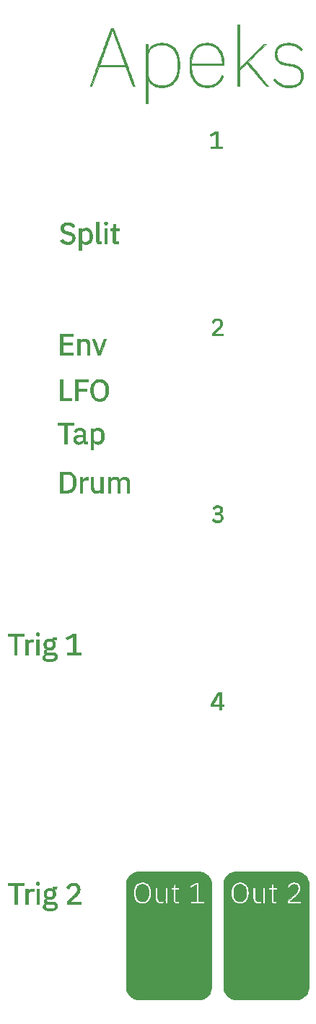
<source format=gbr>
%TF.GenerationSoftware,KiCad,Pcbnew,(6.0.0)*%
%TF.CreationDate,2022-11-14T01:30:50+01:00*%
%TF.ProjectId,Apeks Panel 8mm buttons,4170656b-7320-4506-916e-656c20386d6d,rev?*%
%TF.SameCoordinates,Original*%
%TF.FileFunction,Legend,Top*%
%TF.FilePolarity,Positive*%
%FSLAX46Y46*%
G04 Gerber Fmt 4.6, Leading zero omitted, Abs format (unit mm)*
G04 Created by KiCad (PCBNEW (6.0.0)) date 2022-11-14 01:30:50*
%MOMM*%
%LPD*%
G01*
G04 APERTURE LIST*
%ADD10C,0.010000*%
G04 APERTURE END LIST*
D10*
%TO.C,Ref\u002A\u002A*%
X106169577Y-39180411D02*
X106244581Y-39183373D01*
X106244581Y-39183373D02*
X106310541Y-39187890D01*
X106310541Y-39187890D02*
X106363847Y-39193960D01*
X106363847Y-39193960D02*
X106371167Y-39195110D01*
X106371167Y-39195110D02*
X106514138Y-39222775D01*
X106514138Y-39222775D02*
X106645431Y-39257081D01*
X106645431Y-39257081D02*
X106769458Y-39299397D01*
X106769458Y-39299397D02*
X106890634Y-39351095D01*
X106890634Y-39351095D02*
X106922010Y-39366140D01*
X106922010Y-39366140D02*
X107072573Y-39449222D01*
X107072573Y-39449222D02*
X107213619Y-39546057D01*
X107213619Y-39546057D02*
X107344905Y-39656229D01*
X107344905Y-39656229D02*
X107466185Y-39779323D01*
X107466185Y-39779323D02*
X107577215Y-39914921D01*
X107577215Y-39914921D02*
X107677750Y-40062608D01*
X107677750Y-40062608D02*
X107767545Y-40221966D01*
X107767545Y-40221966D02*
X107846356Y-40392581D01*
X107846356Y-40392581D02*
X107913937Y-40574036D01*
X107913937Y-40574036D02*
X107970043Y-40765913D01*
X107970043Y-40765913D02*
X108014431Y-40967798D01*
X108014431Y-40967798D02*
X108046855Y-41179273D01*
X108046855Y-41179273D02*
X108059595Y-41300600D01*
X108059595Y-41300600D02*
X108062632Y-41340690D01*
X108062632Y-41340690D02*
X108065847Y-41393000D01*
X108065847Y-41393000D02*
X108068993Y-41452822D01*
X108068993Y-41452822D02*
X108071820Y-41515447D01*
X108071820Y-41515447D02*
X108073998Y-41573650D01*
X108073998Y-41573650D02*
X108079794Y-41749334D01*
X108079794Y-41749334D02*
X104256513Y-41749334D01*
X104256513Y-41749334D02*
X104261327Y-42026617D01*
X104261327Y-42026617D02*
X104263559Y-42129862D01*
X104263559Y-42129862D02*
X104266565Y-42219253D01*
X104266565Y-42219253D02*
X104270600Y-42297860D01*
X104270600Y-42297860D02*
X104275921Y-42368756D01*
X104275921Y-42368756D02*
X104282783Y-42435011D01*
X104282783Y-42435011D02*
X104291445Y-42499696D01*
X104291445Y-42499696D02*
X104302160Y-42565883D01*
X104302160Y-42565883D02*
X104309888Y-42608700D01*
X104309888Y-42608700D02*
X104352689Y-42801033D01*
X104352689Y-42801033D02*
X104407143Y-42981702D01*
X104407143Y-42981702D02*
X104473086Y-43150519D01*
X104473086Y-43150519D02*
X104550358Y-43307295D01*
X104550358Y-43307295D02*
X104638796Y-43451842D01*
X104638796Y-43451842D02*
X104738237Y-43583971D01*
X104738237Y-43583971D02*
X104848520Y-43703493D01*
X104848520Y-43703493D02*
X104969482Y-43810220D01*
X104969482Y-43810220D02*
X105100961Y-43903964D01*
X105100961Y-43903964D02*
X105242795Y-43984535D01*
X105242795Y-43984535D02*
X105394821Y-44051745D01*
X105394821Y-44051745D02*
X105556878Y-44105405D01*
X105556878Y-44105405D02*
X105609219Y-44119282D01*
X105609219Y-44119282D02*
X105749745Y-44147746D01*
X105749745Y-44147746D02*
X105899892Y-44165877D01*
X105899892Y-44165877D02*
X106055877Y-44173689D01*
X106055877Y-44173689D02*
X106213917Y-44171199D01*
X106213917Y-44171199D02*
X106370231Y-44158422D01*
X106370231Y-44158422D02*
X106521036Y-44135375D01*
X106521036Y-44135375D02*
X106613674Y-44115054D01*
X106613674Y-44115054D02*
X106772604Y-44067188D01*
X106772604Y-44067188D02*
X106922940Y-44004782D01*
X106922940Y-44004782D02*
X107064533Y-43927973D01*
X107064533Y-43927973D02*
X107197234Y-43836898D01*
X107197234Y-43836898D02*
X107320894Y-43731692D01*
X107320894Y-43731692D02*
X107435367Y-43612493D01*
X107435367Y-43612493D02*
X107540502Y-43479437D01*
X107540502Y-43479437D02*
X107636152Y-43332661D01*
X107636152Y-43332661D02*
X107722168Y-43172302D01*
X107722168Y-43172302D02*
X107781391Y-43040500D01*
X107781391Y-43040500D02*
X107798822Y-43001572D01*
X107798822Y-43001572D02*
X107812846Y-42976707D01*
X107812846Y-42976707D02*
X107822881Y-42966901D01*
X107822881Y-42966901D02*
X107824461Y-42966856D01*
X107824461Y-42966856D02*
X107846522Y-42973319D01*
X107846522Y-42973319D02*
X107875660Y-42983893D01*
X107875660Y-42983893D02*
X107908019Y-42996905D01*
X107908019Y-42996905D02*
X107939741Y-43010683D01*
X107939741Y-43010683D02*
X107966970Y-43023554D01*
X107966970Y-43023554D02*
X107985848Y-43033846D01*
X107985848Y-43033846D02*
X107992533Y-43039730D01*
X107992533Y-43039730D02*
X107989009Y-43054838D01*
X107989009Y-43054838D02*
X107979245Y-43082296D01*
X107979245Y-43082296D02*
X107964457Y-43119248D01*
X107964457Y-43119248D02*
X107945860Y-43162841D01*
X107945860Y-43162841D02*
X107924668Y-43210220D01*
X107924668Y-43210220D02*
X107902097Y-43258530D01*
X107902097Y-43258530D02*
X107881362Y-43300937D01*
X107881362Y-43300937D02*
X107791011Y-43464319D01*
X107791011Y-43464319D02*
X107690450Y-43614243D01*
X107690450Y-43614243D02*
X107579500Y-43750889D01*
X107579500Y-43750889D02*
X107457984Y-43874440D01*
X107457984Y-43874440D02*
X107325724Y-43985078D01*
X107325724Y-43985078D02*
X107182541Y-44082986D01*
X107182541Y-44082986D02*
X107038546Y-44163215D01*
X107038546Y-44163215D02*
X106902988Y-44223657D01*
X106902988Y-44223657D02*
X106756500Y-44274856D01*
X106756500Y-44274856D02*
X106603023Y-44315665D01*
X106603023Y-44315665D02*
X106446501Y-44344935D01*
X106446501Y-44344935D02*
X106387597Y-44352729D01*
X106387597Y-44352729D02*
X106349576Y-44356103D01*
X106349576Y-44356103D02*
X106299313Y-44358994D01*
X106299313Y-44358994D02*
X106240197Y-44361353D01*
X106240197Y-44361353D02*
X106175617Y-44363132D01*
X106175617Y-44363132D02*
X106108963Y-44364282D01*
X106108963Y-44364282D02*
X106043624Y-44364755D01*
X106043624Y-44364755D02*
X105982988Y-44364503D01*
X105982988Y-44364503D02*
X105930446Y-44363477D01*
X105930446Y-44363477D02*
X105889385Y-44361629D01*
X105889385Y-44361629D02*
X105871633Y-44360101D01*
X105871633Y-44360101D02*
X105761672Y-44346301D01*
X105761672Y-44346301D02*
X105664657Y-44331207D01*
X105664657Y-44331207D02*
X105576605Y-44314009D01*
X105576605Y-44314009D02*
X105493537Y-44293896D01*
X105493537Y-44293896D02*
X105411471Y-44270057D01*
X105411471Y-44270057D02*
X105380429Y-44260086D01*
X105380429Y-44260086D02*
X105217985Y-44198125D01*
X105217985Y-44198125D02*
X105065240Y-44122296D01*
X105065240Y-44122296D02*
X104922273Y-44032665D01*
X104922273Y-44032665D02*
X104789162Y-43929297D01*
X104789162Y-43929297D02*
X104665987Y-43812261D01*
X104665987Y-43812261D02*
X104552825Y-43681621D01*
X104552825Y-43681621D02*
X104449756Y-43537444D01*
X104449756Y-43537444D02*
X104372980Y-43409445D01*
X104372980Y-43409445D02*
X104305721Y-43275806D01*
X104305721Y-43275806D02*
X104244101Y-43128818D01*
X104244101Y-43128818D02*
X104189091Y-42971410D01*
X104189091Y-42971410D02*
X104141664Y-42806510D01*
X104141664Y-42806510D02*
X104102793Y-42637048D01*
X104102793Y-42637048D02*
X104085571Y-42543894D01*
X104085571Y-42543894D02*
X104054947Y-42325797D01*
X104054947Y-42325797D02*
X104034839Y-42098690D01*
X104034839Y-42098690D02*
X104025245Y-41866392D01*
X104025245Y-41866392D02*
X104026164Y-41632720D01*
X104026164Y-41632720D02*
X104030026Y-41554600D01*
X104030026Y-41554600D02*
X104256055Y-41554600D01*
X104256055Y-41554600D02*
X107842792Y-41554600D01*
X107842792Y-41554600D02*
X107837445Y-41400084D01*
X107837445Y-41400084D02*
X107823800Y-41193059D01*
X107823800Y-41193059D02*
X107797632Y-40994377D01*
X107797632Y-40994377D02*
X107759185Y-40804559D01*
X107759185Y-40804559D02*
X107708706Y-40624125D01*
X107708706Y-40624125D02*
X107646439Y-40453593D01*
X107646439Y-40453593D02*
X107572629Y-40293485D01*
X107572629Y-40293485D02*
X107487522Y-40144319D01*
X107487522Y-40144319D02*
X107391363Y-40006616D01*
X107391363Y-40006616D02*
X107284397Y-39880896D01*
X107284397Y-39880896D02*
X107166869Y-39767678D01*
X107166869Y-39767678D02*
X107039025Y-39667483D01*
X107039025Y-39667483D02*
X107011166Y-39648330D01*
X107011166Y-39648330D02*
X106870852Y-39563734D01*
X106870852Y-39563734D02*
X106724322Y-39494447D01*
X106724322Y-39494447D02*
X106570578Y-39440075D01*
X106570578Y-39440075D02*
X106408622Y-39400226D01*
X106408622Y-39400226D02*
X106358467Y-39391075D01*
X106358467Y-39391075D02*
X106303149Y-39383807D01*
X106303149Y-39383807D02*
X106235380Y-39378130D01*
X106235380Y-39378130D02*
X106159575Y-39374160D01*
X106159575Y-39374160D02*
X106080151Y-39372016D01*
X106080151Y-39372016D02*
X106001526Y-39371815D01*
X106001526Y-39371815D02*
X105928116Y-39373673D01*
X105928116Y-39373673D02*
X105864337Y-39377708D01*
X105864337Y-39377708D02*
X105862103Y-39377911D01*
X105862103Y-39377911D02*
X105733842Y-39394102D01*
X105733842Y-39394102D02*
X105606595Y-39418439D01*
X105606595Y-39418439D02*
X105487021Y-39449591D01*
X105487021Y-39449591D02*
X105456767Y-39459046D01*
X105456767Y-39459046D02*
X105391998Y-39482754D01*
X105391998Y-39482754D02*
X105319100Y-39513869D01*
X105319100Y-39513869D02*
X105242754Y-39550048D01*
X105242754Y-39550048D02*
X105167641Y-39588951D01*
X105167641Y-39588951D02*
X105098443Y-39628236D01*
X105098443Y-39628236D02*
X105039840Y-39665560D01*
X105039840Y-39665560D02*
X105029489Y-39672807D01*
X105029489Y-39672807D02*
X104934995Y-39747516D01*
X104934995Y-39747516D02*
X104841209Y-39835354D01*
X104841209Y-39835354D02*
X104751422Y-39932714D01*
X104751422Y-39932714D02*
X104668922Y-40035990D01*
X104668922Y-40035990D02*
X104597001Y-40141576D01*
X104597001Y-40141576D02*
X104587056Y-40157842D01*
X104587056Y-40157842D02*
X104503425Y-40312772D01*
X104503425Y-40312772D02*
X104431948Y-40479272D01*
X104431948Y-40479272D02*
X104372704Y-40657043D01*
X104372704Y-40657043D02*
X104325772Y-40845783D01*
X104325772Y-40845783D02*
X104291231Y-41045192D01*
X104291231Y-41045192D02*
X104269160Y-41254970D01*
X104269160Y-41254970D02*
X104261569Y-41395850D01*
X104261569Y-41395850D02*
X104256055Y-41554600D01*
X104256055Y-41554600D02*
X104030026Y-41554600D01*
X104030026Y-41554600D02*
X104037596Y-41401494D01*
X104037596Y-41401494D02*
X104059540Y-41176531D01*
X104059540Y-41176531D02*
X104085991Y-40995800D01*
X104085991Y-40995800D02*
X104128071Y-40787805D01*
X104128071Y-40787805D02*
X104181283Y-40590972D01*
X104181283Y-40590972D02*
X104245449Y-40405653D01*
X104245449Y-40405653D02*
X104320389Y-40232196D01*
X104320389Y-40232196D02*
X104405926Y-40070950D01*
X104405926Y-40070950D02*
X104501880Y-39922266D01*
X104501880Y-39922266D02*
X104608071Y-39786492D01*
X104608071Y-39786492D02*
X104724323Y-39663979D01*
X104724323Y-39663979D02*
X104803880Y-39592725D01*
X104803880Y-39592725D02*
X104930421Y-39496258D01*
X104930421Y-39496258D02*
X105064997Y-39412740D01*
X105064997Y-39412740D02*
X105208578Y-39341757D01*
X105208578Y-39341757D02*
X105362133Y-39282894D01*
X105362133Y-39282894D02*
X105526632Y-39235734D01*
X105526632Y-39235734D02*
X105703044Y-39199863D01*
X105703044Y-39199863D02*
X105731934Y-39195222D01*
X105731934Y-39195222D02*
X105785341Y-39188877D01*
X105785341Y-39188877D02*
X105851377Y-39184081D01*
X105851377Y-39184081D02*
X105926431Y-39180837D01*
X105926431Y-39180837D02*
X106006891Y-39179143D01*
X106006891Y-39179143D02*
X106089143Y-39179000D01*
X106089143Y-39179000D02*
X106169577Y-39180411D01*
X106169577Y-39180411D02*
X106169577Y-39180411D01*
G36*
X104059540Y-41176531D02*
G01*
X104085991Y-40995800D01*
X104128071Y-40787805D01*
X104181283Y-40590972D01*
X104245449Y-40405653D01*
X104320389Y-40232196D01*
X104405926Y-40070950D01*
X104501880Y-39922266D01*
X104608071Y-39786492D01*
X104724323Y-39663979D01*
X104803880Y-39592725D01*
X104930421Y-39496258D01*
X105064997Y-39412740D01*
X105208578Y-39341757D01*
X105362133Y-39282894D01*
X105526632Y-39235734D01*
X105703044Y-39199863D01*
X105731934Y-39195222D01*
X105785341Y-39188877D01*
X105851377Y-39184081D01*
X105926431Y-39180837D01*
X106006891Y-39179143D01*
X106089143Y-39179000D01*
X106169577Y-39180411D01*
X106244581Y-39183373D01*
X106310541Y-39187890D01*
X106363847Y-39193960D01*
X106371167Y-39195110D01*
X106514138Y-39222775D01*
X106645431Y-39257081D01*
X106769458Y-39299397D01*
X106890634Y-39351095D01*
X106922010Y-39366140D01*
X107072573Y-39449222D01*
X107213619Y-39546057D01*
X107344905Y-39656229D01*
X107466185Y-39779323D01*
X107577215Y-39914921D01*
X107677750Y-40062608D01*
X107767545Y-40221966D01*
X107846356Y-40392581D01*
X107913937Y-40574036D01*
X107970043Y-40765913D01*
X108014431Y-40967798D01*
X108046855Y-41179273D01*
X108059595Y-41300600D01*
X108062632Y-41340690D01*
X108065847Y-41393000D01*
X108068993Y-41452822D01*
X108071820Y-41515447D01*
X108073998Y-41573650D01*
X108079794Y-41749334D01*
X104256513Y-41749334D01*
X104261327Y-42026617D01*
X104263559Y-42129862D01*
X104266565Y-42219253D01*
X104270600Y-42297860D01*
X104275921Y-42368756D01*
X104282783Y-42435011D01*
X104291445Y-42499696D01*
X104302160Y-42565883D01*
X104309888Y-42608700D01*
X104352689Y-42801033D01*
X104407143Y-42981702D01*
X104473086Y-43150519D01*
X104550358Y-43307295D01*
X104638796Y-43451842D01*
X104738237Y-43583971D01*
X104848520Y-43703493D01*
X104969482Y-43810220D01*
X105100961Y-43903964D01*
X105242795Y-43984535D01*
X105394821Y-44051745D01*
X105556878Y-44105405D01*
X105609219Y-44119282D01*
X105749745Y-44147746D01*
X105899892Y-44165877D01*
X106055877Y-44173689D01*
X106213917Y-44171199D01*
X106370231Y-44158422D01*
X106521036Y-44135375D01*
X106613674Y-44115054D01*
X106772604Y-44067188D01*
X106922940Y-44004782D01*
X107064533Y-43927973D01*
X107197234Y-43836898D01*
X107320894Y-43731692D01*
X107435367Y-43612493D01*
X107540502Y-43479437D01*
X107636152Y-43332661D01*
X107722168Y-43172302D01*
X107781391Y-43040500D01*
X107798822Y-43001572D01*
X107812846Y-42976707D01*
X107822881Y-42966901D01*
X107824461Y-42966856D01*
X107846522Y-42973319D01*
X107875660Y-42983893D01*
X107908019Y-42996905D01*
X107939741Y-43010683D01*
X107966970Y-43023554D01*
X107985848Y-43033846D01*
X107992533Y-43039730D01*
X107989009Y-43054838D01*
X107979245Y-43082296D01*
X107964457Y-43119248D01*
X107945860Y-43162841D01*
X107924668Y-43210220D01*
X107902097Y-43258530D01*
X107881362Y-43300937D01*
X107791011Y-43464319D01*
X107690450Y-43614243D01*
X107579500Y-43750889D01*
X107457984Y-43874440D01*
X107325724Y-43985078D01*
X107182541Y-44082986D01*
X107038546Y-44163215D01*
X106902988Y-44223657D01*
X106756500Y-44274856D01*
X106603023Y-44315665D01*
X106446501Y-44344935D01*
X106387597Y-44352729D01*
X106349576Y-44356103D01*
X106299313Y-44358994D01*
X106240197Y-44361353D01*
X106175617Y-44363132D01*
X106108963Y-44364282D01*
X106043624Y-44364755D01*
X105982988Y-44364503D01*
X105930446Y-44363477D01*
X105889385Y-44361629D01*
X105871633Y-44360101D01*
X105761672Y-44346301D01*
X105664657Y-44331207D01*
X105576605Y-44314009D01*
X105493537Y-44293896D01*
X105411471Y-44270057D01*
X105380429Y-44260086D01*
X105217985Y-44198125D01*
X105065240Y-44122296D01*
X104922273Y-44032665D01*
X104789162Y-43929297D01*
X104665987Y-43812261D01*
X104552825Y-43681621D01*
X104449756Y-43537444D01*
X104372980Y-43409445D01*
X104305721Y-43275806D01*
X104244101Y-43128818D01*
X104189091Y-42971410D01*
X104141664Y-42806510D01*
X104102793Y-42637048D01*
X104085571Y-42543894D01*
X104054947Y-42325797D01*
X104034839Y-42098690D01*
X104025245Y-41866392D01*
X104026164Y-41632720D01*
X104030026Y-41554600D01*
X104256055Y-41554600D01*
X107842792Y-41554600D01*
X107837445Y-41400084D01*
X107823800Y-41193059D01*
X107797632Y-40994377D01*
X107759185Y-40804559D01*
X107708706Y-40624125D01*
X107646439Y-40453593D01*
X107572629Y-40293485D01*
X107487522Y-40144319D01*
X107391363Y-40006616D01*
X107284397Y-39880896D01*
X107166869Y-39767678D01*
X107039025Y-39667483D01*
X107011166Y-39648330D01*
X106870852Y-39563734D01*
X106724322Y-39494447D01*
X106570578Y-39440075D01*
X106408622Y-39400226D01*
X106358467Y-39391075D01*
X106303149Y-39383807D01*
X106235380Y-39378130D01*
X106159575Y-39374160D01*
X106080151Y-39372016D01*
X106001526Y-39371815D01*
X105928116Y-39373673D01*
X105864337Y-39377708D01*
X105862103Y-39377911D01*
X105733842Y-39394102D01*
X105606595Y-39418439D01*
X105487021Y-39449591D01*
X105456767Y-39459046D01*
X105391998Y-39482754D01*
X105319100Y-39513869D01*
X105242754Y-39550048D01*
X105167641Y-39588951D01*
X105098443Y-39628236D01*
X105039840Y-39665560D01*
X105029489Y-39672807D01*
X104934995Y-39747516D01*
X104841209Y-39835354D01*
X104751422Y-39932714D01*
X104668922Y-40035990D01*
X104597001Y-40141576D01*
X104587056Y-40157842D01*
X104503425Y-40312772D01*
X104431948Y-40479272D01*
X104372704Y-40657043D01*
X104325772Y-40845783D01*
X104291231Y-41045192D01*
X104269160Y-41254970D01*
X104261569Y-41395850D01*
X104256055Y-41554600D01*
X104030026Y-41554600D01*
X104037596Y-41401494D01*
X104059540Y-41176531D01*
G37*
X104059540Y-41176531D02*
X104085991Y-40995800D01*
X104128071Y-40787805D01*
X104181283Y-40590972D01*
X104245449Y-40405653D01*
X104320389Y-40232196D01*
X104405926Y-40070950D01*
X104501880Y-39922266D01*
X104608071Y-39786492D01*
X104724323Y-39663979D01*
X104803880Y-39592725D01*
X104930421Y-39496258D01*
X105064997Y-39412740D01*
X105208578Y-39341757D01*
X105362133Y-39282894D01*
X105526632Y-39235734D01*
X105703044Y-39199863D01*
X105731934Y-39195222D01*
X105785341Y-39188877D01*
X105851377Y-39184081D01*
X105926431Y-39180837D01*
X106006891Y-39179143D01*
X106089143Y-39179000D01*
X106169577Y-39180411D01*
X106244581Y-39183373D01*
X106310541Y-39187890D01*
X106363847Y-39193960D01*
X106371167Y-39195110D01*
X106514138Y-39222775D01*
X106645431Y-39257081D01*
X106769458Y-39299397D01*
X106890634Y-39351095D01*
X106922010Y-39366140D01*
X107072573Y-39449222D01*
X107213619Y-39546057D01*
X107344905Y-39656229D01*
X107466185Y-39779323D01*
X107577215Y-39914921D01*
X107677750Y-40062608D01*
X107767545Y-40221966D01*
X107846356Y-40392581D01*
X107913937Y-40574036D01*
X107970043Y-40765913D01*
X108014431Y-40967798D01*
X108046855Y-41179273D01*
X108059595Y-41300600D01*
X108062632Y-41340690D01*
X108065847Y-41393000D01*
X108068993Y-41452822D01*
X108071820Y-41515447D01*
X108073998Y-41573650D01*
X108079794Y-41749334D01*
X104256513Y-41749334D01*
X104261327Y-42026617D01*
X104263559Y-42129862D01*
X104266565Y-42219253D01*
X104270600Y-42297860D01*
X104275921Y-42368756D01*
X104282783Y-42435011D01*
X104291445Y-42499696D01*
X104302160Y-42565883D01*
X104309888Y-42608700D01*
X104352689Y-42801033D01*
X104407143Y-42981702D01*
X104473086Y-43150519D01*
X104550358Y-43307295D01*
X104638796Y-43451842D01*
X104738237Y-43583971D01*
X104848520Y-43703493D01*
X104969482Y-43810220D01*
X105100961Y-43903964D01*
X105242795Y-43984535D01*
X105394821Y-44051745D01*
X105556878Y-44105405D01*
X105609219Y-44119282D01*
X105749745Y-44147746D01*
X105899892Y-44165877D01*
X106055877Y-44173689D01*
X106213917Y-44171199D01*
X106370231Y-44158422D01*
X106521036Y-44135375D01*
X106613674Y-44115054D01*
X106772604Y-44067188D01*
X106922940Y-44004782D01*
X107064533Y-43927973D01*
X107197234Y-43836898D01*
X107320894Y-43731692D01*
X107435367Y-43612493D01*
X107540502Y-43479437D01*
X107636152Y-43332661D01*
X107722168Y-43172302D01*
X107781391Y-43040500D01*
X107798822Y-43001572D01*
X107812846Y-42976707D01*
X107822881Y-42966901D01*
X107824461Y-42966856D01*
X107846522Y-42973319D01*
X107875660Y-42983893D01*
X107908019Y-42996905D01*
X107939741Y-43010683D01*
X107966970Y-43023554D01*
X107985848Y-43033846D01*
X107992533Y-43039730D01*
X107989009Y-43054838D01*
X107979245Y-43082296D01*
X107964457Y-43119248D01*
X107945860Y-43162841D01*
X107924668Y-43210220D01*
X107902097Y-43258530D01*
X107881362Y-43300937D01*
X107791011Y-43464319D01*
X107690450Y-43614243D01*
X107579500Y-43750889D01*
X107457984Y-43874440D01*
X107325724Y-43985078D01*
X107182541Y-44082986D01*
X107038546Y-44163215D01*
X106902988Y-44223657D01*
X106756500Y-44274856D01*
X106603023Y-44315665D01*
X106446501Y-44344935D01*
X106387597Y-44352729D01*
X106349576Y-44356103D01*
X106299313Y-44358994D01*
X106240197Y-44361353D01*
X106175617Y-44363132D01*
X106108963Y-44364282D01*
X106043624Y-44364755D01*
X105982988Y-44364503D01*
X105930446Y-44363477D01*
X105889385Y-44361629D01*
X105871633Y-44360101D01*
X105761672Y-44346301D01*
X105664657Y-44331207D01*
X105576605Y-44314009D01*
X105493537Y-44293896D01*
X105411471Y-44270057D01*
X105380429Y-44260086D01*
X105217985Y-44198125D01*
X105065240Y-44122296D01*
X104922273Y-44032665D01*
X104789162Y-43929297D01*
X104665987Y-43812261D01*
X104552825Y-43681621D01*
X104449756Y-43537444D01*
X104372980Y-43409445D01*
X104305721Y-43275806D01*
X104244101Y-43128818D01*
X104189091Y-42971410D01*
X104141664Y-42806510D01*
X104102793Y-42637048D01*
X104085571Y-42543894D01*
X104054947Y-42325797D01*
X104034839Y-42098690D01*
X104025245Y-41866392D01*
X104026164Y-41632720D01*
X104030026Y-41554600D01*
X104256055Y-41554600D01*
X107842792Y-41554600D01*
X107837445Y-41400084D01*
X107823800Y-41193059D01*
X107797632Y-40994377D01*
X107759185Y-40804559D01*
X107708706Y-40624125D01*
X107646439Y-40453593D01*
X107572629Y-40293485D01*
X107487522Y-40144319D01*
X107391363Y-40006616D01*
X107284397Y-39880896D01*
X107166869Y-39767678D01*
X107039025Y-39667483D01*
X107011166Y-39648330D01*
X106870852Y-39563734D01*
X106724322Y-39494447D01*
X106570578Y-39440075D01*
X106408622Y-39400226D01*
X106358467Y-39391075D01*
X106303149Y-39383807D01*
X106235380Y-39378130D01*
X106159575Y-39374160D01*
X106080151Y-39372016D01*
X106001526Y-39371815D01*
X105928116Y-39373673D01*
X105864337Y-39377708D01*
X105862103Y-39377911D01*
X105733842Y-39394102D01*
X105606595Y-39418439D01*
X105487021Y-39449591D01*
X105456767Y-39459046D01*
X105391998Y-39482754D01*
X105319100Y-39513869D01*
X105242754Y-39550048D01*
X105167641Y-39588951D01*
X105098443Y-39628236D01*
X105039840Y-39665560D01*
X105029489Y-39672807D01*
X104934995Y-39747516D01*
X104841209Y-39835354D01*
X104751422Y-39932714D01*
X104668922Y-40035990D01*
X104597001Y-40141576D01*
X104587056Y-40157842D01*
X104503425Y-40312772D01*
X104431948Y-40479272D01*
X104372704Y-40657043D01*
X104325772Y-40845783D01*
X104291231Y-41045192D01*
X104269160Y-41254970D01*
X104261569Y-41395850D01*
X104256055Y-41554600D01*
X104030026Y-41554600D01*
X104037596Y-41401494D01*
X104059540Y-41176531D01*
X84582200Y-137879867D02*
X83794800Y-137879867D01*
X83794800Y-137879867D02*
X83794800Y-140081200D01*
X83794800Y-140081200D02*
X83490000Y-140081200D01*
X83490000Y-140081200D02*
X83490000Y-137879867D01*
X83490000Y-137879867D02*
X82711067Y-137879867D01*
X82711067Y-137879867D02*
X82711067Y-137608934D01*
X82711067Y-137608934D02*
X84582200Y-137608934D01*
X84582200Y-137608934D02*
X84582200Y-137879867D01*
X84582200Y-137879867D02*
X84582200Y-137879867D01*
G36*
X84582200Y-137879867D02*
G01*
X83794800Y-137879867D01*
X83794800Y-140081200D01*
X83490000Y-140081200D01*
X83490000Y-137879867D01*
X82711067Y-137879867D01*
X82711067Y-137608934D01*
X84582200Y-137608934D01*
X84582200Y-137879867D01*
G37*
X84582200Y-137879867D02*
X83794800Y-137879867D01*
X83794800Y-140081200D01*
X83490000Y-140081200D01*
X83490000Y-137879867D01*
X82711067Y-137879867D01*
X82711067Y-137608934D01*
X84582200Y-137608934D01*
X84582200Y-137879867D01*
X92126000Y-90328998D02*
X91971484Y-90333249D01*
X91971484Y-90333249D02*
X91874592Y-90338298D01*
X91874592Y-90338298D02*
X91792107Y-90348115D01*
X91792107Y-90348115D02*
X91722009Y-90363355D01*
X91722009Y-90363355D02*
X91662279Y-90384673D01*
X91662279Y-90384673D02*
X91610897Y-90412724D01*
X91610897Y-90412724D02*
X91565843Y-90448164D01*
X91565843Y-90448164D02*
X91541540Y-90472663D01*
X91541540Y-90472663D02*
X91529435Y-90485752D01*
X91529435Y-90485752D02*
X91518868Y-90497557D01*
X91518868Y-90497557D02*
X91509737Y-90509264D01*
X91509737Y-90509264D02*
X91501937Y-90522060D01*
X91501937Y-90522060D02*
X91495362Y-90537131D01*
X91495362Y-90537131D02*
X91489908Y-90555664D01*
X91489908Y-90555664D02*
X91485472Y-90578844D01*
X91485472Y-90578844D02*
X91481948Y-90607857D01*
X91481948Y-90607857D02*
X91479232Y-90643891D01*
X91479232Y-90643891D02*
X91477219Y-90688130D01*
X91477219Y-90688130D02*
X91475806Y-90741762D01*
X91475806Y-90741762D02*
X91474886Y-90805972D01*
X91474886Y-90805972D02*
X91474357Y-90881947D01*
X91474357Y-90881947D02*
X91474113Y-90970873D01*
X91474113Y-90970873D02*
X91474050Y-91073936D01*
X91474050Y-91073936D02*
X91474063Y-91192322D01*
X91474063Y-91192322D02*
X91474067Y-91238537D01*
X91474067Y-91238537D02*
X91474067Y-91872000D01*
X91474067Y-91872000D02*
X91186200Y-91872000D01*
X91186200Y-91872000D02*
X91186200Y-90043200D01*
X91186200Y-90043200D02*
X91474067Y-90043200D01*
X91474067Y-90043200D02*
X91474067Y-90208300D01*
X91474067Y-90208300D02*
X91474376Y-90259050D01*
X91474376Y-90259050D02*
X91475237Y-90303437D01*
X91475237Y-90303437D02*
X91476552Y-90338904D01*
X91476552Y-90338904D02*
X91478222Y-90362893D01*
X91478222Y-90362893D02*
X91480148Y-90372846D01*
X91480148Y-90372846D02*
X91480417Y-90372975D01*
X91480417Y-90372975D02*
X91487074Y-90365707D01*
X91487074Y-90365707D02*
X91498138Y-90347176D01*
X91498138Y-90347176D02*
X91509794Y-90324292D01*
X91509794Y-90324292D02*
X91553908Y-90251107D01*
X91553908Y-90251107D02*
X91611568Y-90186513D01*
X91611568Y-90186513D02*
X91680898Y-90132106D01*
X91680898Y-90132106D02*
X91760020Y-90089479D01*
X91760020Y-90089479D02*
X91806684Y-90071749D01*
X91806684Y-90071749D02*
X91838082Y-90062211D01*
X91838082Y-90062211D02*
X91867385Y-90055441D01*
X91867385Y-90055441D02*
X91899094Y-90050822D01*
X91899094Y-90050822D02*
X91937713Y-90047740D01*
X91937713Y-90047740D02*
X91987743Y-90045578D01*
X91987743Y-90045578D02*
X92001117Y-90045153D01*
X92001117Y-90045153D02*
X92126000Y-90041355D01*
X92126000Y-90041355D02*
X92126000Y-90328998D01*
X92126000Y-90328998D02*
X92126000Y-90328998D01*
G36*
X92126000Y-90328998D02*
G01*
X91971484Y-90333249D01*
X91874592Y-90338298D01*
X91792107Y-90348115D01*
X91722009Y-90363355D01*
X91662279Y-90384673D01*
X91610897Y-90412724D01*
X91565843Y-90448164D01*
X91541540Y-90472663D01*
X91529435Y-90485752D01*
X91518868Y-90497557D01*
X91509737Y-90509264D01*
X91501937Y-90522060D01*
X91495362Y-90537131D01*
X91489908Y-90555664D01*
X91485472Y-90578844D01*
X91481948Y-90607857D01*
X91479232Y-90643891D01*
X91477219Y-90688130D01*
X91475806Y-90741762D01*
X91474886Y-90805972D01*
X91474357Y-90881947D01*
X91474113Y-90970873D01*
X91474050Y-91073936D01*
X91474063Y-91192322D01*
X91474067Y-91238537D01*
X91474067Y-91872000D01*
X91186200Y-91872000D01*
X91186200Y-90043200D01*
X91474067Y-90043200D01*
X91474067Y-90208300D01*
X91474376Y-90259050D01*
X91475237Y-90303437D01*
X91476552Y-90338904D01*
X91478222Y-90362893D01*
X91480148Y-90372846D01*
X91480417Y-90372975D01*
X91487074Y-90365707D01*
X91498138Y-90347176D01*
X91509794Y-90324292D01*
X91553908Y-90251107D01*
X91611568Y-90186513D01*
X91680898Y-90132106D01*
X91760020Y-90089479D01*
X91806684Y-90071749D01*
X91838082Y-90062211D01*
X91867385Y-90055441D01*
X91899094Y-90050822D01*
X91937713Y-90047740D01*
X91987743Y-90045578D01*
X92001117Y-90045153D01*
X92126000Y-90041355D01*
X92126000Y-90328998D01*
G37*
X92126000Y-90328998D02*
X91971484Y-90333249D01*
X91874592Y-90338298D01*
X91792107Y-90348115D01*
X91722009Y-90363355D01*
X91662279Y-90384673D01*
X91610897Y-90412724D01*
X91565843Y-90448164D01*
X91541540Y-90472663D01*
X91529435Y-90485752D01*
X91518868Y-90497557D01*
X91509737Y-90509264D01*
X91501937Y-90522060D01*
X91495362Y-90537131D01*
X91489908Y-90555664D01*
X91485472Y-90578844D01*
X91481948Y-90607857D01*
X91479232Y-90643891D01*
X91477219Y-90688130D01*
X91475806Y-90741762D01*
X91474886Y-90805972D01*
X91474357Y-90881947D01*
X91474113Y-90970873D01*
X91474050Y-91073936D01*
X91474063Y-91192322D01*
X91474067Y-91238537D01*
X91474067Y-91872000D01*
X91186200Y-91872000D01*
X91186200Y-90043200D01*
X91474067Y-90043200D01*
X91474067Y-90208300D01*
X91474376Y-90259050D01*
X91475237Y-90303437D01*
X91476552Y-90338904D01*
X91478222Y-90362893D01*
X91480148Y-90372846D01*
X91480417Y-90372975D01*
X91487074Y-90365707D01*
X91498138Y-90347176D01*
X91509794Y-90324292D01*
X91553908Y-90251107D01*
X91611568Y-90186513D01*
X91680898Y-90132106D01*
X91760020Y-90089479D01*
X91806684Y-90071749D01*
X91838082Y-90062211D01*
X91867385Y-90055441D01*
X91899094Y-90050822D01*
X91937713Y-90047740D01*
X91987743Y-90045578D01*
X92001117Y-90045153D01*
X92126000Y-90041355D01*
X92126000Y-90328998D01*
X98521156Y-137729547D02*
X98591377Y-137735005D01*
X98591377Y-137735005D02*
X98654258Y-137744565D01*
X98654258Y-137744565D02*
X98687339Y-137752539D01*
X98687339Y-137752539D02*
X98787445Y-137790209D01*
X98787445Y-137790209D02*
X98879802Y-137842484D01*
X98879802Y-137842484D02*
X98963073Y-137908292D01*
X98963073Y-137908292D02*
X99035920Y-137986565D01*
X99035920Y-137986565D02*
X99097004Y-138076234D01*
X99097004Y-138076234D02*
X99100893Y-138083067D01*
X99100893Y-138083067D02*
X99122730Y-138128340D01*
X99122730Y-138128340D02*
X99144638Y-138184988D01*
X99144638Y-138184988D02*
X99164895Y-138247550D01*
X99164895Y-138247550D02*
X99181775Y-138310563D01*
X99181775Y-138310563D02*
X99193556Y-138368566D01*
X99193556Y-138368566D02*
X99195767Y-138383634D01*
X99195767Y-138383634D02*
X99198895Y-138417973D01*
X99198895Y-138417973D02*
X99201168Y-138467008D01*
X99201168Y-138467008D02*
X99202592Y-138531208D01*
X99202592Y-138531208D02*
X99203175Y-138611044D01*
X99203175Y-138611044D02*
X99202925Y-138706986D01*
X99202925Y-138706986D02*
X99202239Y-138785800D01*
X99202239Y-138785800D02*
X99201315Y-138868871D01*
X99201315Y-138868871D02*
X99200429Y-138937006D01*
X99200429Y-138937006D02*
X99199452Y-138992203D01*
X99199452Y-138992203D02*
X99198260Y-139036459D01*
X99198260Y-139036459D02*
X99196723Y-139071771D01*
X99196723Y-139071771D02*
X99194717Y-139100135D01*
X99194717Y-139100135D02*
X99192114Y-139123550D01*
X99192114Y-139123550D02*
X99188788Y-139144011D01*
X99188788Y-139144011D02*
X99184612Y-139163517D01*
X99184612Y-139163517D02*
X99179460Y-139184064D01*
X99179460Y-139184064D02*
X99176190Y-139196434D01*
X99176190Y-139196434D02*
X99147194Y-139284674D01*
X99147194Y-139284674D02*
X99108630Y-139370214D01*
X99108630Y-139370214D02*
X99062516Y-139449649D01*
X99062516Y-139449649D02*
X99010869Y-139519570D01*
X99010869Y-139519570D02*
X98955706Y-139576573D01*
X98955706Y-139576573D02*
X98946303Y-139584587D01*
X98946303Y-139584587D02*
X98857654Y-139646984D01*
X98857654Y-139646984D02*
X98760066Y-139695706D01*
X98760066Y-139695706D02*
X98656163Y-139729449D01*
X98656163Y-139729449D02*
X98653800Y-139730019D01*
X98653800Y-139730019D02*
X98612835Y-139737263D01*
X98612835Y-139737263D02*
X98560892Y-139742735D01*
X98560892Y-139742735D02*
X98503537Y-139746203D01*
X98503537Y-139746203D02*
X98446340Y-139747434D01*
X98446340Y-139747434D02*
X98394867Y-139746197D01*
X98394867Y-139746197D02*
X98355760Y-139742434D01*
X98355760Y-139742434D02*
X98248491Y-139717332D01*
X98248491Y-139717332D02*
X98149064Y-139677729D01*
X98149064Y-139677729D02*
X98058518Y-139624447D01*
X98058518Y-139624447D02*
X97977893Y-139558308D01*
X97977893Y-139558308D02*
X97908228Y-139480132D01*
X97908228Y-139480132D02*
X97850561Y-139390742D01*
X97850561Y-139390742D02*
X97815135Y-139315152D01*
X97815135Y-139315152D02*
X97800907Y-139279439D01*
X97800907Y-139279439D02*
X97789016Y-139248274D01*
X97789016Y-139248274D02*
X97779250Y-139219743D01*
X97779250Y-139219743D02*
X97771401Y-139191931D01*
X97771401Y-139191931D02*
X97765256Y-139162923D01*
X97765256Y-139162923D02*
X97760607Y-139130804D01*
X97760607Y-139130804D02*
X97757241Y-139093660D01*
X97757241Y-139093660D02*
X97754950Y-139049577D01*
X97754950Y-139049577D02*
X97753522Y-138996638D01*
X97753522Y-138996638D02*
X97752747Y-138932930D01*
X97752747Y-138932930D02*
X97752414Y-138856538D01*
X97752414Y-138856538D02*
X97752314Y-138765547D01*
X97752314Y-138765547D02*
X97752302Y-138743467D01*
X97752302Y-138743467D02*
X97752283Y-138653359D01*
X97752283Y-138653359D02*
X97752381Y-138578412D01*
X97752381Y-138578412D02*
X97752670Y-138516854D01*
X97752670Y-138516854D02*
X97753223Y-138466912D01*
X97753223Y-138466912D02*
X97754115Y-138426815D01*
X97754115Y-138426815D02*
X97755419Y-138394789D01*
X97755419Y-138394789D02*
X97757208Y-138369063D01*
X97757208Y-138369063D02*
X97759558Y-138347864D01*
X97759558Y-138347864D02*
X97762542Y-138329421D01*
X97762542Y-138329421D02*
X97766233Y-138311960D01*
X97766233Y-138311960D02*
X97770705Y-138293709D01*
X97770705Y-138293709D02*
X97771106Y-138292134D01*
X97771106Y-138292134D02*
X97807529Y-138178391D01*
X97807529Y-138178391D02*
X97855639Y-138076395D01*
X97855639Y-138076395D02*
X97915066Y-137986515D01*
X97915066Y-137986515D02*
X97985443Y-137909120D01*
X97985443Y-137909120D02*
X98066400Y-137844578D01*
X98066400Y-137844578D02*
X98157570Y-137793260D01*
X98157570Y-137793260D02*
X98258584Y-137755533D01*
X98258584Y-137755533D02*
X98322841Y-137739760D01*
X98322841Y-137739760D02*
X98381249Y-137731727D01*
X98381249Y-137731727D02*
X98449233Y-137728389D01*
X98449233Y-137728389D02*
X98521156Y-137729547D01*
X98521156Y-137729547D02*
X98521156Y-137729547D01*
G36*
X98521156Y-137729547D02*
G01*
X98591377Y-137735005D01*
X98654258Y-137744565D01*
X98687339Y-137752539D01*
X98787445Y-137790209D01*
X98879802Y-137842484D01*
X98963073Y-137908292D01*
X99035920Y-137986565D01*
X99097004Y-138076234D01*
X99100893Y-138083067D01*
X99122730Y-138128340D01*
X99144638Y-138184988D01*
X99164895Y-138247550D01*
X99181775Y-138310563D01*
X99193556Y-138368566D01*
X99195767Y-138383634D01*
X99198895Y-138417973D01*
X99201168Y-138467008D01*
X99202592Y-138531208D01*
X99203175Y-138611044D01*
X99202925Y-138706986D01*
X99202239Y-138785800D01*
X99201315Y-138868871D01*
X99200429Y-138937006D01*
X99199452Y-138992203D01*
X99198260Y-139036459D01*
X99196723Y-139071771D01*
X99194717Y-139100135D01*
X99192114Y-139123550D01*
X99188788Y-139144011D01*
X99184612Y-139163517D01*
X99179460Y-139184064D01*
X99176190Y-139196434D01*
X99147194Y-139284674D01*
X99108630Y-139370214D01*
X99062516Y-139449649D01*
X99010869Y-139519570D01*
X98955706Y-139576573D01*
X98946303Y-139584587D01*
X98857654Y-139646984D01*
X98760066Y-139695706D01*
X98656163Y-139729449D01*
X98653800Y-139730019D01*
X98612835Y-139737263D01*
X98560892Y-139742735D01*
X98503537Y-139746203D01*
X98446340Y-139747434D01*
X98394867Y-139746197D01*
X98355760Y-139742434D01*
X98248491Y-139717332D01*
X98149064Y-139677729D01*
X98058518Y-139624447D01*
X97977893Y-139558308D01*
X97908228Y-139480132D01*
X97850561Y-139390742D01*
X97815135Y-139315152D01*
X97800907Y-139279439D01*
X97789016Y-139248274D01*
X97779250Y-139219743D01*
X97771401Y-139191931D01*
X97765256Y-139162923D01*
X97760607Y-139130804D01*
X97757241Y-139093660D01*
X97754950Y-139049577D01*
X97753522Y-138996638D01*
X97752747Y-138932930D01*
X97752414Y-138856538D01*
X97752314Y-138765547D01*
X97752302Y-138743467D01*
X97752283Y-138653359D01*
X97752381Y-138578412D01*
X97752670Y-138516854D01*
X97753223Y-138466912D01*
X97754115Y-138426815D01*
X97755419Y-138394789D01*
X97757208Y-138369063D01*
X97759558Y-138347864D01*
X97762542Y-138329421D01*
X97766233Y-138311960D01*
X97770705Y-138293709D01*
X97771106Y-138292134D01*
X97807529Y-138178391D01*
X97855639Y-138076395D01*
X97915066Y-137986515D01*
X97985443Y-137909120D01*
X98066400Y-137844578D01*
X98157570Y-137793260D01*
X98258584Y-137755533D01*
X98322841Y-137739760D01*
X98381249Y-137731727D01*
X98449233Y-137728389D01*
X98521156Y-137729547D01*
G37*
X98521156Y-137729547D02*
X98591377Y-137735005D01*
X98654258Y-137744565D01*
X98687339Y-137752539D01*
X98787445Y-137790209D01*
X98879802Y-137842484D01*
X98963073Y-137908292D01*
X99035920Y-137986565D01*
X99097004Y-138076234D01*
X99100893Y-138083067D01*
X99122730Y-138128340D01*
X99144638Y-138184988D01*
X99164895Y-138247550D01*
X99181775Y-138310563D01*
X99193556Y-138368566D01*
X99195767Y-138383634D01*
X99198895Y-138417973D01*
X99201168Y-138467008D01*
X99202592Y-138531208D01*
X99203175Y-138611044D01*
X99202925Y-138706986D01*
X99202239Y-138785800D01*
X99201315Y-138868871D01*
X99200429Y-138937006D01*
X99199452Y-138992203D01*
X99198260Y-139036459D01*
X99196723Y-139071771D01*
X99194717Y-139100135D01*
X99192114Y-139123550D01*
X99188788Y-139144011D01*
X99184612Y-139163517D01*
X99179460Y-139184064D01*
X99176190Y-139196434D01*
X99147194Y-139284674D01*
X99108630Y-139370214D01*
X99062516Y-139449649D01*
X99010869Y-139519570D01*
X98955706Y-139576573D01*
X98946303Y-139584587D01*
X98857654Y-139646984D01*
X98760066Y-139695706D01*
X98656163Y-139729449D01*
X98653800Y-139730019D01*
X98612835Y-139737263D01*
X98560892Y-139742735D01*
X98503537Y-139746203D01*
X98446340Y-139747434D01*
X98394867Y-139746197D01*
X98355760Y-139742434D01*
X98248491Y-139717332D01*
X98149064Y-139677729D01*
X98058518Y-139624447D01*
X97977893Y-139558308D01*
X97908228Y-139480132D01*
X97850561Y-139390742D01*
X97815135Y-139315152D01*
X97800907Y-139279439D01*
X97789016Y-139248274D01*
X97779250Y-139219743D01*
X97771401Y-139191931D01*
X97765256Y-139162923D01*
X97760607Y-139130804D01*
X97757241Y-139093660D01*
X97754950Y-139049577D01*
X97753522Y-138996638D01*
X97752747Y-138932930D01*
X97752414Y-138856538D01*
X97752314Y-138765547D01*
X97752302Y-138743467D01*
X97752283Y-138653359D01*
X97752381Y-138578412D01*
X97752670Y-138516854D01*
X97753223Y-138466912D01*
X97754115Y-138426815D01*
X97755419Y-138394789D01*
X97757208Y-138369063D01*
X97759558Y-138347864D01*
X97762542Y-138329421D01*
X97766233Y-138311960D01*
X97770705Y-138293709D01*
X97771106Y-138292134D01*
X97807529Y-138178391D01*
X97855639Y-138076395D01*
X97915066Y-137986515D01*
X97985443Y-137909120D01*
X98066400Y-137844578D01*
X98157570Y-137793260D01*
X98258584Y-137755533D01*
X98322841Y-137739760D01*
X98381249Y-137731727D01*
X98449233Y-137728389D01*
X98521156Y-137729547D01*
X109897533Y-39543767D02*
X109897538Y-39790458D01*
X109897538Y-39790458D02*
X109897554Y-40020773D01*
X109897554Y-40020773D02*
X109897584Y-40235271D01*
X109897584Y-40235271D02*
X109897632Y-40434508D01*
X109897632Y-40434508D02*
X109897700Y-40619042D01*
X109897700Y-40619042D02*
X109897791Y-40789431D01*
X109897791Y-40789431D02*
X109897909Y-40946233D01*
X109897909Y-40946233D02*
X109898056Y-41090004D01*
X109898056Y-41090004D02*
X109898236Y-41221304D01*
X109898236Y-41221304D02*
X109898452Y-41340688D01*
X109898452Y-41340688D02*
X109898706Y-41448716D01*
X109898706Y-41448716D02*
X109899002Y-41545945D01*
X109899002Y-41545945D02*
X109899342Y-41632931D01*
X109899342Y-41632931D02*
X109899731Y-41710234D01*
X109899731Y-41710234D02*
X109900170Y-41778410D01*
X109900170Y-41778410D02*
X109900663Y-41838018D01*
X109900663Y-41838018D02*
X109901213Y-41889614D01*
X109901213Y-41889614D02*
X109901822Y-41933757D01*
X109901822Y-41933757D02*
X109902495Y-41971003D01*
X109902495Y-41971003D02*
X109903234Y-42001912D01*
X109903234Y-42001912D02*
X109904042Y-42027040D01*
X109904042Y-42027040D02*
X109904922Y-42046945D01*
X109904922Y-42046945D02*
X109905877Y-42062184D01*
X109905877Y-42062184D02*
X109906910Y-42073316D01*
X109906910Y-42073316D02*
X109908025Y-42080898D01*
X109908025Y-42080898D02*
X109909224Y-42085487D01*
X109909224Y-42085487D02*
X109910510Y-42087641D01*
X109910510Y-42087641D02*
X109911413Y-42088000D01*
X109911413Y-42088000D02*
X109918598Y-42082097D01*
X109918598Y-42082097D02*
X109937219Y-42064738D01*
X109937219Y-42064738D02*
X109966745Y-42036449D01*
X109966745Y-42036449D02*
X110006644Y-41997754D01*
X110006644Y-41997754D02*
X110056386Y-41949179D01*
X110056386Y-41949179D02*
X110115440Y-41891248D01*
X110115440Y-41891248D02*
X110183275Y-41824488D01*
X110183275Y-41824488D02*
X110259361Y-41749422D01*
X110259361Y-41749422D02*
X110343165Y-41666577D01*
X110343165Y-41666577D02*
X110434159Y-41576477D01*
X110434159Y-41576477D02*
X110531809Y-41479648D01*
X110531809Y-41479648D02*
X110635587Y-41376614D01*
X110635587Y-41376614D02*
X110744960Y-41267901D01*
X110744960Y-41267901D02*
X110859398Y-41154034D01*
X110859398Y-41154034D02*
X110978370Y-41035538D01*
X110978370Y-41035538D02*
X111101346Y-40912938D01*
X111101346Y-40912938D02*
X111227793Y-40786760D01*
X111227793Y-40786760D02*
X111323892Y-40690789D01*
X111323892Y-40690789D02*
X112722491Y-39293578D01*
X112722491Y-39293578D02*
X112864875Y-39295906D01*
X112864875Y-39295906D02*
X113007258Y-39298233D01*
X113007258Y-39298233D02*
X111956859Y-40344460D01*
X111956859Y-40344460D02*
X110906459Y-41390687D01*
X110906459Y-41390687D02*
X112086863Y-42814881D01*
X112086863Y-42814881D02*
X112199031Y-42950252D01*
X112199031Y-42950252D02*
X112308306Y-43082204D01*
X112308306Y-43082204D02*
X112414198Y-43210143D01*
X112414198Y-43210143D02*
X112516217Y-43333474D01*
X112516217Y-43333474D02*
X112613873Y-43451602D01*
X112613873Y-43451602D02*
X112706676Y-43563934D01*
X112706676Y-43563934D02*
X112794137Y-43669874D01*
X112794137Y-43669874D02*
X112875766Y-43768829D01*
X112875766Y-43768829D02*
X112951071Y-43860203D01*
X112951071Y-43860203D02*
X113019565Y-43943402D01*
X113019565Y-43943402D02*
X113080756Y-44017831D01*
X113080756Y-44017831D02*
X113134154Y-44082897D01*
X113134154Y-44082897D02*
X113179271Y-44138004D01*
X113179271Y-44138004D02*
X113215615Y-44182558D01*
X113215615Y-44182558D02*
X113242697Y-44215964D01*
X113242697Y-44215964D02*
X113260027Y-44237629D01*
X113260027Y-44237629D02*
X113267116Y-44246957D01*
X113267116Y-44246957D02*
X113267267Y-44247271D01*
X113267267Y-44247271D02*
X113259137Y-44250456D01*
X113259137Y-44250456D02*
X113236076Y-44252965D01*
X113236076Y-44252965D02*
X113200077Y-44254668D01*
X113200077Y-44254668D02*
X113153134Y-44255436D01*
X113153134Y-44255436D02*
X113140535Y-44255467D01*
X113140535Y-44255467D02*
X113013804Y-44255467D01*
X113013804Y-44255467D02*
X111886188Y-42902917D01*
X111886188Y-42902917D02*
X111776400Y-42771229D01*
X111776400Y-42771229D02*
X111669504Y-42643009D01*
X111669504Y-42643009D02*
X111566004Y-42518861D01*
X111566004Y-42518861D02*
X111466403Y-42399391D01*
X111466403Y-42399391D02*
X111371209Y-42285205D01*
X111371209Y-42285205D02*
X111280924Y-42176908D01*
X111280924Y-42176908D02*
X111196055Y-42075105D01*
X111196055Y-42075105D02*
X111117105Y-41980404D01*
X111117105Y-41980404D02*
X111044580Y-41893408D01*
X111044580Y-41893408D02*
X110978985Y-41814724D01*
X110978985Y-41814724D02*
X110920824Y-41744957D01*
X110920824Y-41744957D02*
X110870603Y-41684713D01*
X110870603Y-41684713D02*
X110828826Y-41634597D01*
X110828826Y-41634597D02*
X110795998Y-41595215D01*
X110795998Y-41595215D02*
X110772623Y-41567172D01*
X110772623Y-41567172D02*
X110759208Y-41551075D01*
X110759208Y-41551075D02*
X110755985Y-41547204D01*
X110755985Y-41547204D02*
X110749691Y-41552470D01*
X110749691Y-41552470D02*
X110732323Y-41568708D01*
X110732323Y-41568708D02*
X110704844Y-41594981D01*
X110704844Y-41594981D02*
X110668218Y-41630351D01*
X110668218Y-41630351D02*
X110623408Y-41673881D01*
X110623408Y-41673881D02*
X110571378Y-41724634D01*
X110571378Y-41724634D02*
X110513090Y-41781671D01*
X110513090Y-41781671D02*
X110449508Y-41844056D01*
X110449508Y-41844056D02*
X110381595Y-41910851D01*
X110381595Y-41910851D02*
X110325466Y-41966170D01*
X110325466Y-41966170D02*
X109897533Y-42388298D01*
X109897533Y-42388298D02*
X109897533Y-44255467D01*
X109897533Y-44255467D02*
X109685867Y-44255467D01*
X109685867Y-44255467D02*
X109685867Y-36999534D01*
X109685867Y-36999534D02*
X109897533Y-36999534D01*
X109897533Y-36999534D02*
X109897533Y-39543767D01*
X109897533Y-39543767D02*
X109897533Y-39543767D01*
G36*
X109897533Y-39543767D02*
G01*
X109897538Y-39790458D01*
X109897554Y-40020773D01*
X109897584Y-40235271D01*
X109897632Y-40434508D01*
X109897700Y-40619042D01*
X109897791Y-40789431D01*
X109897909Y-40946233D01*
X109898056Y-41090004D01*
X109898236Y-41221304D01*
X109898452Y-41340688D01*
X109898706Y-41448716D01*
X109899002Y-41545945D01*
X109899342Y-41632931D01*
X109899731Y-41710234D01*
X109900170Y-41778410D01*
X109900663Y-41838018D01*
X109901213Y-41889614D01*
X109901822Y-41933757D01*
X109902495Y-41971003D01*
X109903234Y-42001912D01*
X109904042Y-42027040D01*
X109904922Y-42046945D01*
X109905877Y-42062184D01*
X109906910Y-42073316D01*
X109908025Y-42080898D01*
X109909224Y-42085487D01*
X109910510Y-42087641D01*
X109911413Y-42088000D01*
X109918598Y-42082097D01*
X109937219Y-42064738D01*
X109966745Y-42036449D01*
X110006644Y-41997754D01*
X110056386Y-41949179D01*
X110115440Y-41891248D01*
X110183275Y-41824488D01*
X110259361Y-41749422D01*
X110343165Y-41666577D01*
X110434159Y-41576477D01*
X110531809Y-41479648D01*
X110635587Y-41376614D01*
X110744960Y-41267901D01*
X110859398Y-41154034D01*
X110978370Y-41035538D01*
X111101346Y-40912938D01*
X111227793Y-40786760D01*
X111323892Y-40690789D01*
X112722491Y-39293578D01*
X112864875Y-39295906D01*
X113007258Y-39298233D01*
X111956859Y-40344460D01*
X110906459Y-41390687D01*
X112086863Y-42814881D01*
X112199031Y-42950252D01*
X112308306Y-43082204D01*
X112414198Y-43210143D01*
X112516217Y-43333474D01*
X112613873Y-43451602D01*
X112706676Y-43563934D01*
X112794137Y-43669874D01*
X112875766Y-43768829D01*
X112951071Y-43860203D01*
X113019565Y-43943402D01*
X113080756Y-44017831D01*
X113134154Y-44082897D01*
X113179271Y-44138004D01*
X113215615Y-44182558D01*
X113242697Y-44215964D01*
X113260027Y-44237629D01*
X113267116Y-44246957D01*
X113267267Y-44247271D01*
X113259137Y-44250456D01*
X113236076Y-44252965D01*
X113200077Y-44254668D01*
X113153134Y-44255436D01*
X113140535Y-44255467D01*
X113013804Y-44255467D01*
X111886188Y-42902917D01*
X111776400Y-42771229D01*
X111669504Y-42643009D01*
X111566004Y-42518861D01*
X111466403Y-42399391D01*
X111371209Y-42285205D01*
X111280924Y-42176908D01*
X111196055Y-42075105D01*
X111117105Y-41980404D01*
X111044580Y-41893408D01*
X110978985Y-41814724D01*
X110920824Y-41744957D01*
X110870603Y-41684713D01*
X110828826Y-41634597D01*
X110795998Y-41595215D01*
X110772623Y-41567172D01*
X110759208Y-41551075D01*
X110755985Y-41547204D01*
X110749691Y-41552470D01*
X110732323Y-41568708D01*
X110704844Y-41594981D01*
X110668218Y-41630351D01*
X110623408Y-41673881D01*
X110571378Y-41724634D01*
X110513090Y-41781671D01*
X110449508Y-41844056D01*
X110381595Y-41910851D01*
X110325466Y-41966170D01*
X109897533Y-42388298D01*
X109897533Y-44255467D01*
X109685867Y-44255467D01*
X109685867Y-36999534D01*
X109897533Y-36999534D01*
X109897533Y-39543767D01*
G37*
X109897533Y-39543767D02*
X109897538Y-39790458D01*
X109897554Y-40020773D01*
X109897584Y-40235271D01*
X109897632Y-40434508D01*
X109897700Y-40619042D01*
X109897791Y-40789431D01*
X109897909Y-40946233D01*
X109898056Y-41090004D01*
X109898236Y-41221304D01*
X109898452Y-41340688D01*
X109898706Y-41448716D01*
X109899002Y-41545945D01*
X109899342Y-41632931D01*
X109899731Y-41710234D01*
X109900170Y-41778410D01*
X109900663Y-41838018D01*
X109901213Y-41889614D01*
X109901822Y-41933757D01*
X109902495Y-41971003D01*
X109903234Y-42001912D01*
X109904042Y-42027040D01*
X109904922Y-42046945D01*
X109905877Y-42062184D01*
X109906910Y-42073316D01*
X109908025Y-42080898D01*
X109909224Y-42085487D01*
X109910510Y-42087641D01*
X109911413Y-42088000D01*
X109918598Y-42082097D01*
X109937219Y-42064738D01*
X109966745Y-42036449D01*
X110006644Y-41997754D01*
X110056386Y-41949179D01*
X110115440Y-41891248D01*
X110183275Y-41824488D01*
X110259361Y-41749422D01*
X110343165Y-41666577D01*
X110434159Y-41576477D01*
X110531809Y-41479648D01*
X110635587Y-41376614D01*
X110744960Y-41267901D01*
X110859398Y-41154034D01*
X110978370Y-41035538D01*
X111101346Y-40912938D01*
X111227793Y-40786760D01*
X111323892Y-40690789D01*
X112722491Y-39293578D01*
X112864875Y-39295906D01*
X113007258Y-39298233D01*
X111956859Y-40344460D01*
X110906459Y-41390687D01*
X112086863Y-42814881D01*
X112199031Y-42950252D01*
X112308306Y-43082204D01*
X112414198Y-43210143D01*
X112516217Y-43333474D01*
X112613873Y-43451602D01*
X112706676Y-43563934D01*
X112794137Y-43669874D01*
X112875766Y-43768829D01*
X112951071Y-43860203D01*
X113019565Y-43943402D01*
X113080756Y-44017831D01*
X113134154Y-44082897D01*
X113179271Y-44138004D01*
X113215615Y-44182558D01*
X113242697Y-44215964D01*
X113260027Y-44237629D01*
X113267116Y-44246957D01*
X113267267Y-44247271D01*
X113259137Y-44250456D01*
X113236076Y-44252965D01*
X113200077Y-44254668D01*
X113153134Y-44255436D01*
X113140535Y-44255467D01*
X113013804Y-44255467D01*
X111886188Y-42902917D01*
X111776400Y-42771229D01*
X111669504Y-42643009D01*
X111566004Y-42518861D01*
X111466403Y-42399391D01*
X111371209Y-42285205D01*
X111280924Y-42176908D01*
X111196055Y-42075105D01*
X111117105Y-41980404D01*
X111044580Y-41893408D01*
X110978985Y-41814724D01*
X110920824Y-41744957D01*
X110870603Y-41684713D01*
X110828826Y-41634597D01*
X110795998Y-41595215D01*
X110772623Y-41567172D01*
X110759208Y-41551075D01*
X110755985Y-41547204D01*
X110749691Y-41552470D01*
X110732323Y-41568708D01*
X110704844Y-41594981D01*
X110668218Y-41630351D01*
X110623408Y-41673881D01*
X110571378Y-41724634D01*
X110513090Y-41781671D01*
X110449508Y-41844056D01*
X110381595Y-41910851D01*
X110325466Y-41966170D01*
X109897533Y-42388298D01*
X109897533Y-44255467D01*
X109685867Y-44255467D01*
X109685867Y-36999534D01*
X109897533Y-36999534D01*
X109897533Y-39543767D01*
X88417600Y-109050867D02*
X88070467Y-109050867D01*
X88070467Y-109050867D02*
X88070467Y-109102452D01*
X88070467Y-109102452D02*
X88071009Y-109128988D01*
X88071009Y-109128988D02*
X88074230Y-109147904D01*
X88074230Y-109147904D02*
X88082523Y-109164614D01*
X88082523Y-109164614D02*
X88098278Y-109184530D01*
X88098278Y-109184530D02*
X88115002Y-109203250D01*
X88115002Y-109203250D02*
X88177477Y-109284794D01*
X88177477Y-109284794D02*
X88225915Y-109375448D01*
X88225915Y-109375448D02*
X88245903Y-109427634D01*
X88245903Y-109427634D02*
X88254743Y-109455591D01*
X88254743Y-109455591D02*
X88260959Y-109480382D01*
X88260959Y-109480382D02*
X88265021Y-109506057D01*
X88265021Y-109506057D02*
X88267399Y-109536668D01*
X88267399Y-109536668D02*
X88268561Y-109576263D01*
X88268561Y-109576263D02*
X88268970Y-109626600D01*
X88268970Y-109626600D02*
X88268847Y-109679769D01*
X88268847Y-109679769D02*
X88267781Y-109720041D01*
X88267781Y-109720041D02*
X88265375Y-109751442D01*
X88265375Y-109751442D02*
X88261231Y-109778001D01*
X88261231Y-109778001D02*
X88254950Y-109803745D01*
X88254950Y-109803745D02*
X88249725Y-109821334D01*
X88249725Y-109821334D02*
X88211864Y-109916972D01*
X88211864Y-109916972D02*
X88161311Y-110001636D01*
X88161311Y-110001636D02*
X88098555Y-110074976D01*
X88098555Y-110074976D02*
X88024089Y-110136643D01*
X88024089Y-110136643D02*
X87938404Y-110186287D01*
X87938404Y-110186287D02*
X87841990Y-110223562D01*
X87841990Y-110223562D02*
X87735340Y-110248116D01*
X87735340Y-110248116D02*
X87633771Y-110258905D01*
X87633771Y-110258905D02*
X87575582Y-110260302D01*
X87575582Y-110260302D02*
X87518819Y-110258562D01*
X87518819Y-110258562D02*
X87472031Y-110254039D01*
X87472031Y-110254039D02*
X87437057Y-110249386D01*
X87437057Y-110249386D02*
X87412094Y-110248188D01*
X87412094Y-110248188D02*
X87390460Y-110251073D01*
X87390460Y-110251073D02*
X87365469Y-110258668D01*
X87365469Y-110258668D02*
X87345694Y-110265891D01*
X87345694Y-110265891D02*
X87282937Y-110294729D01*
X87282937Y-110294729D02*
X87233367Y-110329068D01*
X87233367Y-110329068D02*
X87197958Y-110367902D01*
X87197958Y-110367902D02*
X87177685Y-110410227D01*
X87177685Y-110410227D02*
X87173000Y-110443717D01*
X87173000Y-110443717D02*
X87178714Y-110482685D01*
X87178714Y-110482685D02*
X87197015Y-110513523D01*
X87197015Y-110513523D02*
X87229640Y-110538658D01*
X87229640Y-110538658D02*
X87247686Y-110547935D01*
X87247686Y-110547935D02*
X87295767Y-110570315D01*
X87295767Y-110570315D02*
X87638667Y-110575948D01*
X87638667Y-110575948D02*
X87726445Y-110577466D01*
X87726445Y-110577466D02*
X87799274Y-110578941D01*
X87799274Y-110578941D02*
X87859138Y-110580484D01*
X87859138Y-110580484D02*
X87908021Y-110582203D01*
X87908021Y-110582203D02*
X87947906Y-110584210D01*
X87947906Y-110584210D02*
X87980777Y-110586613D01*
X87980777Y-110586613D02*
X88008619Y-110589522D01*
X88008619Y-110589522D02*
X88033414Y-110593047D01*
X88033414Y-110593047D02*
X88057146Y-110597298D01*
X88057146Y-110597298D02*
X88069479Y-110599781D01*
X88069479Y-110599781D02*
X88145751Y-110618225D01*
X88145751Y-110618225D02*
X88209721Y-110639965D01*
X88209721Y-110639965D02*
X88265954Y-110666752D01*
X88265954Y-110666752D02*
X88302858Y-110689244D01*
X88302858Y-110689244D02*
X88364471Y-110739998D01*
X88364471Y-110739998D02*
X88413771Y-110801824D01*
X88413771Y-110801824D02*
X88450332Y-110873732D01*
X88450332Y-110873732D02*
X88473726Y-110954733D01*
X88473726Y-110954733D02*
X88483525Y-111043835D01*
X88483525Y-111043835D02*
X88482439Y-111105064D01*
X88482439Y-111105064D02*
X88469559Y-111196167D01*
X88469559Y-111196167D02*
X88443150Y-111277964D01*
X88443150Y-111277964D02*
X88403041Y-111350602D01*
X88403041Y-111350602D02*
X88349064Y-111414230D01*
X88349064Y-111414230D02*
X88281046Y-111468994D01*
X88281046Y-111468994D02*
X88198818Y-111515043D01*
X88198818Y-111515043D02*
X88102209Y-111552523D01*
X88102209Y-111552523D02*
X87991050Y-111581583D01*
X87991050Y-111581583D02*
X87916561Y-111595153D01*
X87916561Y-111595153D02*
X87873114Y-111600356D01*
X87873114Y-111600356D02*
X87816543Y-111604774D01*
X87816543Y-111604774D02*
X87750643Y-111608321D01*
X87750643Y-111608321D02*
X87679209Y-111610911D01*
X87679209Y-111610911D02*
X87606035Y-111612456D01*
X87606035Y-111612456D02*
X87534917Y-111612869D01*
X87534917Y-111612869D02*
X87469650Y-111612065D01*
X87469650Y-111612065D02*
X87414028Y-111609955D01*
X87414028Y-111609955D02*
X87380433Y-111607414D01*
X87380433Y-111607414D02*
X87257691Y-111590532D01*
X87257691Y-111590532D02*
X87149985Y-111566247D01*
X87149985Y-111566247D02*
X87057038Y-111534376D01*
X87057038Y-111534376D02*
X86978571Y-111494734D01*
X86978571Y-111494734D02*
X86914303Y-111447140D01*
X86914303Y-111447140D02*
X86863955Y-111391409D01*
X86863955Y-111391409D02*
X86827249Y-111327358D01*
X86827249Y-111327358D02*
X86803904Y-111254804D01*
X86803904Y-111254804D02*
X86798558Y-111225499D01*
X86798558Y-111225499D02*
X86794619Y-111162807D01*
X86794619Y-111162807D02*
X86797849Y-111121205D01*
X86797849Y-111121205D02*
X87069254Y-111121205D01*
X87069254Y-111121205D02*
X87082739Y-111182224D01*
X87082739Y-111182224D02*
X87110584Y-111241260D01*
X87110584Y-111241260D02*
X87125300Y-111263048D01*
X87125300Y-111263048D02*
X87156943Y-111294591D01*
X87156943Y-111294591D02*
X87201721Y-111323525D01*
X87201721Y-111323525D02*
X87255850Y-111347939D01*
X87255850Y-111347939D02*
X87315548Y-111365921D01*
X87315548Y-111365921D02*
X87338100Y-111370528D01*
X87338100Y-111370528D02*
X87364280Y-111373332D01*
X87364280Y-111373332D02*
X87404250Y-111375269D01*
X87404250Y-111375269D02*
X87455176Y-111376391D01*
X87455176Y-111376391D02*
X87514222Y-111376752D01*
X87514222Y-111376752D02*
X87578551Y-111376406D01*
X87578551Y-111376406D02*
X87645329Y-111375405D01*
X87645329Y-111375405D02*
X87711719Y-111373803D01*
X87711719Y-111373803D02*
X87774886Y-111371654D01*
X87774886Y-111371654D02*
X87831994Y-111369009D01*
X87831994Y-111369009D02*
X87880208Y-111365923D01*
X87880208Y-111365923D02*
X87916691Y-111362449D01*
X87916691Y-111362449D02*
X87936098Y-111359294D01*
X87936098Y-111359294D02*
X88018869Y-111333980D01*
X88018869Y-111333980D02*
X88086867Y-111300714D01*
X88086867Y-111300714D02*
X88140019Y-111259567D01*
X88140019Y-111259567D02*
X88178254Y-111210611D01*
X88178254Y-111210611D02*
X88201500Y-111153917D01*
X88201500Y-111153917D02*
X88209683Y-111089558D01*
X88209683Y-111089558D02*
X88209696Y-111086719D01*
X88209696Y-111086719D02*
X88203793Y-111027379D01*
X88203793Y-111027379D02*
X88185446Y-110978522D01*
X88185446Y-110978522D02*
X88153703Y-110938192D01*
X88153703Y-110938192D02*
X88126716Y-110916502D01*
X88126716Y-110916502D02*
X88107842Y-110903710D01*
X88107842Y-110903710D02*
X88090428Y-110892980D01*
X88090428Y-110892980D02*
X88072828Y-110884118D01*
X88072828Y-110884118D02*
X88053398Y-110876930D01*
X88053398Y-110876930D02*
X88030494Y-110871221D01*
X88030494Y-110871221D02*
X88002470Y-110866799D01*
X88002470Y-110866799D02*
X87967681Y-110863469D01*
X87967681Y-110863469D02*
X87924483Y-110861036D01*
X87924483Y-110861036D02*
X87871230Y-110859307D01*
X87871230Y-110859307D02*
X87806279Y-110858088D01*
X87806279Y-110858088D02*
X87727984Y-110857186D01*
X87727984Y-110857186D02*
X87634700Y-110856404D01*
X87634700Y-110856404D02*
X87615970Y-110856260D01*
X87615970Y-110856260D02*
X87525313Y-110855592D01*
X87525313Y-110855592D02*
X87450006Y-110855141D01*
X87450006Y-110855141D02*
X87388468Y-110854959D01*
X87388468Y-110854959D02*
X87339118Y-110855097D01*
X87339118Y-110855097D02*
X87300374Y-110855608D01*
X87300374Y-110855608D02*
X87270654Y-110856544D01*
X87270654Y-110856544D02*
X87248377Y-110857956D01*
X87248377Y-110857956D02*
X87231960Y-110859897D01*
X87231960Y-110859897D02*
X87219823Y-110862419D01*
X87219823Y-110862419D02*
X87210383Y-110865573D01*
X87210383Y-110865573D02*
X87202059Y-110869412D01*
X87202059Y-110869412D02*
X87201104Y-110869899D01*
X87201104Y-110869899D02*
X87149697Y-110905032D01*
X87149697Y-110905032D02*
X87110349Y-110950116D01*
X87110349Y-110950116D02*
X87083519Y-111002764D01*
X87083519Y-111002764D02*
X87069667Y-111060590D01*
X87069667Y-111060590D02*
X87069254Y-111121205D01*
X87069254Y-111121205D02*
X86797849Y-111121205D01*
X86797849Y-111121205D02*
X86799719Y-111097137D01*
X86799719Y-111097137D02*
X86813018Y-111035504D01*
X86813018Y-111035504D02*
X86825309Y-111001722D01*
X86825309Y-111001722D02*
X86855590Y-110951956D01*
X86855590Y-110951956D02*
X86899952Y-110905247D01*
X86899952Y-110905247D02*
X86955550Y-110864311D01*
X86955550Y-110864311D02*
X86988968Y-110845698D01*
X86988968Y-110845698D02*
X87020492Y-110830548D01*
X87020492Y-110830548D02*
X87047081Y-110818916D01*
X87047081Y-110818916D02*
X87064559Y-110812584D01*
X87064559Y-110812584D02*
X87068147Y-110811934D01*
X87068147Y-110811934D02*
X87077328Y-110804748D01*
X87077328Y-110804748D02*
X87079867Y-110792692D01*
X87079867Y-110792692D02*
X87072912Y-110774479D01*
X87072912Y-110774479D02*
X87050865Y-110757838D01*
X87050865Y-110757838D02*
X87049806Y-110757262D01*
X87049806Y-110757262D02*
X87013033Y-110730579D01*
X87013033Y-110730579D02*
X86977825Y-110692947D01*
X86977825Y-110692947D02*
X86949167Y-110650001D01*
X86949167Y-110650001D02*
X86941791Y-110635170D01*
X86941791Y-110635170D02*
X86928291Y-110589910D01*
X86928291Y-110589910D02*
X86922717Y-110535924D01*
X86922717Y-110535924D02*
X86924960Y-110479392D01*
X86924960Y-110479392D02*
X86934911Y-110426493D01*
X86934911Y-110426493D02*
X86945997Y-110395814D01*
X86945997Y-110395814D02*
X86964724Y-110362442D01*
X86964724Y-110362442D02*
X86988507Y-110329335D01*
X86988507Y-110329335D02*
X87002588Y-110313479D01*
X87002588Y-110313479D02*
X87035746Y-110286334D01*
X87035746Y-110286334D02*
X87079500Y-110258802D01*
X87079500Y-110258802D02*
X87127906Y-110234103D01*
X87127906Y-110234103D02*
X87175018Y-110215462D01*
X87175018Y-110215462D02*
X87193260Y-110210145D01*
X87193260Y-110210145D02*
X87216052Y-110203386D01*
X87216052Y-110203386D02*
X87230054Y-110197266D01*
X87230054Y-110197266D02*
X87232175Y-110194978D01*
X87232175Y-110194978D02*
X87225323Y-110188474D01*
X87225323Y-110188474D02*
X87207374Y-110176378D01*
X87207374Y-110176378D02*
X87182095Y-110161211D01*
X87182095Y-110161211D02*
X87179972Y-110160000D01*
X87179972Y-110160000D02*
X87115256Y-110114988D01*
X87115256Y-110114988D02*
X87054181Y-110056975D01*
X87054181Y-110056975D02*
X87000095Y-109989892D01*
X87000095Y-109989892D02*
X86956349Y-109917668D01*
X86956349Y-109917668D02*
X86937027Y-109874951D01*
X86937027Y-109874951D02*
X86911643Y-109790962D01*
X86911643Y-109790962D02*
X86897808Y-109700121D01*
X86897808Y-109700121D02*
X86896276Y-109641721D01*
X86896276Y-109641721D02*
X87199489Y-109641721D01*
X87199489Y-109641721D02*
X87199769Y-109655604D01*
X87199769Y-109655604D02*
X87201147Y-109705361D01*
X87201147Y-109705361D02*
X87202873Y-109741910D01*
X87202873Y-109741910D02*
X87205543Y-109768973D01*
X87205543Y-109768973D02*
X87209754Y-109790273D01*
X87209754Y-109790273D02*
X87216105Y-109809532D01*
X87216105Y-109809532D02*
X87225191Y-109830473D01*
X87225191Y-109830473D02*
X87229189Y-109839017D01*
X87229189Y-109839017D02*
X87264915Y-109898698D01*
X87264915Y-109898698D02*
X87310662Y-109946179D01*
X87310662Y-109946179D02*
X87367912Y-109982638D01*
X87367912Y-109982638D02*
X87438147Y-110009253D01*
X87438147Y-110009253D02*
X87446173Y-110011481D01*
X87446173Y-110011481D02*
X87486472Y-110018728D01*
X87486472Y-110018728D02*
X87537776Y-110022737D01*
X87537776Y-110022737D02*
X87594471Y-110023514D01*
X87594471Y-110023514D02*
X87650941Y-110021063D01*
X87650941Y-110021063D02*
X87701571Y-110015389D01*
X87701571Y-110015389D02*
X87723374Y-110011247D01*
X87723374Y-110011247D02*
X87782075Y-109991595D01*
X87782075Y-109991595D02*
X87837454Y-109961420D01*
X87837454Y-109961420D02*
X87884443Y-109923865D01*
X87884443Y-109923865D02*
X87908316Y-109896671D01*
X87908316Y-109896671D02*
X87925510Y-109868185D01*
X87925510Y-109868185D02*
X87942373Y-109831938D01*
X87942373Y-109831938D02*
X87953171Y-109802143D01*
X87953171Y-109802143D02*
X87959872Y-109778031D01*
X87959872Y-109778031D02*
X87964469Y-109754796D01*
X87964469Y-109754796D02*
X87967231Y-109728759D01*
X87967231Y-109728759D02*
X87968430Y-109696241D01*
X87968430Y-109696241D02*
X87968335Y-109653563D01*
X87968335Y-109653563D02*
X87967457Y-109607410D01*
X87967457Y-109607410D02*
X87966068Y-109555008D01*
X87966068Y-109555008D02*
X87964355Y-109516162D01*
X87964355Y-109516162D02*
X87961860Y-109487494D01*
X87961860Y-109487494D02*
X87958125Y-109465626D01*
X87958125Y-109465626D02*
X87952692Y-109447182D01*
X87952692Y-109447182D02*
X87945102Y-109428783D01*
X87945102Y-109428783D02*
X87942451Y-109423014D01*
X87942451Y-109423014D02*
X87907831Y-109363944D01*
X87907831Y-109363944D02*
X87863888Y-109316717D01*
X87863888Y-109316717D02*
X87809317Y-109280498D01*
X87809317Y-109280498D02*
X87742815Y-109254449D01*
X87742815Y-109254449D02*
X87663079Y-109237734D01*
X87663079Y-109237734D02*
X87651429Y-109236171D01*
X87651429Y-109236171D02*
X87573547Y-109232114D01*
X87573547Y-109232114D02*
X87496325Y-109238836D01*
X87496325Y-109238836D02*
X87423542Y-109255524D01*
X87423542Y-109255524D02*
X87358977Y-109281361D01*
X87358977Y-109281361D02*
X87314768Y-109308839D01*
X87314768Y-109308839D02*
X87275433Y-109344359D01*
X87275433Y-109344359D02*
X87245082Y-109385044D01*
X87245082Y-109385044D02*
X87223014Y-109433008D01*
X87223014Y-109433008D02*
X87208526Y-109490366D01*
X87208526Y-109490366D02*
X87200918Y-109559232D01*
X87200918Y-109559232D02*
X87199489Y-109641721D01*
X87199489Y-109641721D02*
X86896276Y-109641721D01*
X86896276Y-109641721D02*
X86895346Y-109606277D01*
X86895346Y-109606277D02*
X86904080Y-109513276D01*
X86904080Y-109513276D02*
X86923833Y-109424969D01*
X86923833Y-109424969D02*
X86954428Y-109345202D01*
X86954428Y-109345202D02*
X86962064Y-109330178D01*
X86962064Y-109330178D02*
X87015351Y-109247913D01*
X87015351Y-109247913D02*
X87081651Y-109175758D01*
X87081651Y-109175758D02*
X87159752Y-109114636D01*
X87159752Y-109114636D02*
X87248444Y-109065469D01*
X87248444Y-109065469D02*
X87346513Y-109029179D01*
X87346513Y-109029179D02*
X87363500Y-109024496D01*
X87363500Y-109024496D02*
X87444131Y-109009025D01*
X87444131Y-109009025D02*
X87533640Y-109001654D01*
X87533640Y-109001654D02*
X87627025Y-109002180D01*
X87627025Y-109002180D02*
X87719283Y-109010399D01*
X87719283Y-109010399D02*
X87805409Y-109026109D01*
X87805409Y-109026109D02*
X87869757Y-109045090D01*
X87869757Y-109045090D02*
X87924522Y-109064968D01*
X87924522Y-109064968D02*
X87928358Y-109000768D01*
X87928358Y-109000768D02*
X87936846Y-108940932D01*
X87936846Y-108940932D02*
X87955183Y-108892601D01*
X87955183Y-108892601D02*
X87984628Y-108852689D01*
X87984628Y-108852689D02*
X87991375Y-108845999D01*
X87991375Y-108845999D02*
X88009294Y-108830334D01*
X88009294Y-108830334D02*
X88027501Y-108818370D01*
X88027501Y-108818370D02*
X88048549Y-108809618D01*
X88048549Y-108809618D02*
X88074993Y-108803588D01*
X88074993Y-108803588D02*
X88109387Y-108799792D01*
X88109387Y-108799792D02*
X88154283Y-108797741D01*
X88154283Y-108797741D02*
X88212237Y-108796946D01*
X88212237Y-108796946D02*
X88247995Y-108796867D01*
X88247995Y-108796867D02*
X88417600Y-108796867D01*
X88417600Y-108796867D02*
X88417600Y-109050867D01*
X88417600Y-109050867D02*
X88417600Y-109050867D01*
G36*
X86813018Y-111035504D02*
G01*
X86825309Y-111001722D01*
X86855590Y-110951956D01*
X86899952Y-110905247D01*
X86955550Y-110864311D01*
X86988968Y-110845698D01*
X87020492Y-110830548D01*
X87047081Y-110818916D01*
X87064559Y-110812584D01*
X87068147Y-110811934D01*
X87077328Y-110804748D01*
X87079867Y-110792692D01*
X87072912Y-110774479D01*
X87050865Y-110757838D01*
X87049806Y-110757262D01*
X87013033Y-110730579D01*
X86977825Y-110692947D01*
X86949167Y-110650001D01*
X86941791Y-110635170D01*
X86928291Y-110589910D01*
X86922717Y-110535924D01*
X86924960Y-110479392D01*
X86934911Y-110426493D01*
X86945997Y-110395814D01*
X86964724Y-110362442D01*
X86988507Y-110329335D01*
X87002588Y-110313479D01*
X87035746Y-110286334D01*
X87079500Y-110258802D01*
X87127906Y-110234103D01*
X87175018Y-110215462D01*
X87193260Y-110210145D01*
X87216052Y-110203386D01*
X87230054Y-110197266D01*
X87232175Y-110194978D01*
X87225323Y-110188474D01*
X87207374Y-110176378D01*
X87182095Y-110161211D01*
X87179972Y-110160000D01*
X87115256Y-110114988D01*
X87054181Y-110056975D01*
X87000095Y-109989892D01*
X86956349Y-109917668D01*
X86937027Y-109874951D01*
X86911643Y-109790962D01*
X86897808Y-109700121D01*
X86896276Y-109641721D01*
X87199489Y-109641721D01*
X87199769Y-109655604D01*
X87201147Y-109705361D01*
X87202873Y-109741910D01*
X87205543Y-109768973D01*
X87209754Y-109790273D01*
X87216105Y-109809532D01*
X87225191Y-109830473D01*
X87229189Y-109839017D01*
X87264915Y-109898698D01*
X87310662Y-109946179D01*
X87367912Y-109982638D01*
X87438147Y-110009253D01*
X87446173Y-110011481D01*
X87486472Y-110018728D01*
X87537776Y-110022737D01*
X87594471Y-110023514D01*
X87650941Y-110021063D01*
X87701571Y-110015389D01*
X87723374Y-110011247D01*
X87782075Y-109991595D01*
X87837454Y-109961420D01*
X87884443Y-109923865D01*
X87908316Y-109896671D01*
X87925510Y-109868185D01*
X87942373Y-109831938D01*
X87953171Y-109802143D01*
X87959872Y-109778031D01*
X87964469Y-109754796D01*
X87967231Y-109728759D01*
X87968430Y-109696241D01*
X87968335Y-109653563D01*
X87967457Y-109607410D01*
X87966068Y-109555008D01*
X87964355Y-109516162D01*
X87961860Y-109487494D01*
X87958125Y-109465626D01*
X87952692Y-109447182D01*
X87945102Y-109428783D01*
X87942451Y-109423014D01*
X87907831Y-109363944D01*
X87863888Y-109316717D01*
X87809317Y-109280498D01*
X87742815Y-109254449D01*
X87663079Y-109237734D01*
X87651429Y-109236171D01*
X87573547Y-109232114D01*
X87496325Y-109238836D01*
X87423542Y-109255524D01*
X87358977Y-109281361D01*
X87314768Y-109308839D01*
X87275433Y-109344359D01*
X87245082Y-109385044D01*
X87223014Y-109433008D01*
X87208526Y-109490366D01*
X87200918Y-109559232D01*
X87199489Y-109641721D01*
X86896276Y-109641721D01*
X86895346Y-109606277D01*
X86904080Y-109513276D01*
X86923833Y-109424969D01*
X86954428Y-109345202D01*
X86962064Y-109330178D01*
X87015351Y-109247913D01*
X87081651Y-109175758D01*
X87159752Y-109114636D01*
X87248444Y-109065469D01*
X87346513Y-109029179D01*
X87363500Y-109024496D01*
X87444131Y-109009025D01*
X87533640Y-109001654D01*
X87627025Y-109002180D01*
X87719283Y-109010399D01*
X87805409Y-109026109D01*
X87869757Y-109045090D01*
X87924522Y-109064968D01*
X87928358Y-109000768D01*
X87936846Y-108940932D01*
X87955183Y-108892601D01*
X87984628Y-108852689D01*
X87991375Y-108845999D01*
X88009294Y-108830334D01*
X88027501Y-108818370D01*
X88048549Y-108809618D01*
X88074993Y-108803588D01*
X88109387Y-108799792D01*
X88154283Y-108797741D01*
X88212237Y-108796946D01*
X88247995Y-108796867D01*
X88417600Y-108796867D01*
X88417600Y-109050867D01*
X88070467Y-109050867D01*
X88070467Y-109102452D01*
X88071009Y-109128988D01*
X88074230Y-109147904D01*
X88082523Y-109164614D01*
X88098278Y-109184530D01*
X88115002Y-109203250D01*
X88177477Y-109284794D01*
X88225915Y-109375448D01*
X88245903Y-109427634D01*
X88254743Y-109455591D01*
X88260959Y-109480382D01*
X88265021Y-109506057D01*
X88267399Y-109536668D01*
X88268561Y-109576263D01*
X88268970Y-109626600D01*
X88268847Y-109679769D01*
X88267781Y-109720041D01*
X88265375Y-109751442D01*
X88261231Y-109778001D01*
X88254950Y-109803745D01*
X88249725Y-109821334D01*
X88211864Y-109916972D01*
X88161311Y-110001636D01*
X88098555Y-110074976D01*
X88024089Y-110136643D01*
X87938404Y-110186287D01*
X87841990Y-110223562D01*
X87735340Y-110248116D01*
X87633771Y-110258905D01*
X87575582Y-110260302D01*
X87518819Y-110258562D01*
X87472031Y-110254039D01*
X87437057Y-110249386D01*
X87412094Y-110248188D01*
X87390460Y-110251073D01*
X87365469Y-110258668D01*
X87345694Y-110265891D01*
X87282937Y-110294729D01*
X87233367Y-110329068D01*
X87197958Y-110367902D01*
X87177685Y-110410227D01*
X87173000Y-110443717D01*
X87178714Y-110482685D01*
X87197015Y-110513523D01*
X87229640Y-110538658D01*
X87247686Y-110547935D01*
X87295767Y-110570315D01*
X87638667Y-110575948D01*
X87726445Y-110577466D01*
X87799274Y-110578941D01*
X87859138Y-110580484D01*
X87908021Y-110582203D01*
X87947906Y-110584210D01*
X87980777Y-110586613D01*
X88008619Y-110589522D01*
X88033414Y-110593047D01*
X88057146Y-110597298D01*
X88069479Y-110599781D01*
X88145751Y-110618225D01*
X88209721Y-110639965D01*
X88265954Y-110666752D01*
X88302858Y-110689244D01*
X88364471Y-110739998D01*
X88413771Y-110801824D01*
X88450332Y-110873732D01*
X88473726Y-110954733D01*
X88483525Y-111043835D01*
X88482439Y-111105064D01*
X88469559Y-111196167D01*
X88443150Y-111277964D01*
X88403041Y-111350602D01*
X88349064Y-111414230D01*
X88281046Y-111468994D01*
X88198818Y-111515043D01*
X88102209Y-111552523D01*
X87991050Y-111581583D01*
X87916561Y-111595153D01*
X87873114Y-111600356D01*
X87816543Y-111604774D01*
X87750643Y-111608321D01*
X87679209Y-111610911D01*
X87606035Y-111612456D01*
X87534917Y-111612869D01*
X87469650Y-111612065D01*
X87414028Y-111609955D01*
X87380433Y-111607414D01*
X87257691Y-111590532D01*
X87149985Y-111566247D01*
X87057038Y-111534376D01*
X86978571Y-111494734D01*
X86914303Y-111447140D01*
X86863955Y-111391409D01*
X86827249Y-111327358D01*
X86803904Y-111254804D01*
X86798558Y-111225499D01*
X86794619Y-111162807D01*
X86797849Y-111121205D01*
X87069254Y-111121205D01*
X87082739Y-111182224D01*
X87110584Y-111241260D01*
X87125300Y-111263048D01*
X87156943Y-111294591D01*
X87201721Y-111323525D01*
X87255850Y-111347939D01*
X87315548Y-111365921D01*
X87338100Y-111370528D01*
X87364280Y-111373332D01*
X87404250Y-111375269D01*
X87455176Y-111376391D01*
X87514222Y-111376752D01*
X87578551Y-111376406D01*
X87645329Y-111375405D01*
X87711719Y-111373803D01*
X87774886Y-111371654D01*
X87831994Y-111369009D01*
X87880208Y-111365923D01*
X87916691Y-111362449D01*
X87936098Y-111359294D01*
X88018869Y-111333980D01*
X88086867Y-111300714D01*
X88140019Y-111259567D01*
X88178254Y-111210611D01*
X88201500Y-111153917D01*
X88209683Y-111089558D01*
X88209696Y-111086719D01*
X88203793Y-111027379D01*
X88185446Y-110978522D01*
X88153703Y-110938192D01*
X88126716Y-110916502D01*
X88107842Y-110903710D01*
X88090428Y-110892980D01*
X88072828Y-110884118D01*
X88053398Y-110876930D01*
X88030494Y-110871221D01*
X88002470Y-110866799D01*
X87967681Y-110863469D01*
X87924483Y-110861036D01*
X87871230Y-110859307D01*
X87806279Y-110858088D01*
X87727984Y-110857186D01*
X87634700Y-110856404D01*
X87615970Y-110856260D01*
X87525313Y-110855592D01*
X87450006Y-110855141D01*
X87388468Y-110854959D01*
X87339118Y-110855097D01*
X87300374Y-110855608D01*
X87270654Y-110856544D01*
X87248377Y-110857956D01*
X87231960Y-110859897D01*
X87219823Y-110862419D01*
X87210383Y-110865573D01*
X87202059Y-110869412D01*
X87201104Y-110869899D01*
X87149697Y-110905032D01*
X87110349Y-110950116D01*
X87083519Y-111002764D01*
X87069667Y-111060590D01*
X87069254Y-111121205D01*
X86797849Y-111121205D01*
X86799719Y-111097137D01*
X86813018Y-111035504D01*
G37*
X86813018Y-111035504D02*
X86825309Y-111001722D01*
X86855590Y-110951956D01*
X86899952Y-110905247D01*
X86955550Y-110864311D01*
X86988968Y-110845698D01*
X87020492Y-110830548D01*
X87047081Y-110818916D01*
X87064559Y-110812584D01*
X87068147Y-110811934D01*
X87077328Y-110804748D01*
X87079867Y-110792692D01*
X87072912Y-110774479D01*
X87050865Y-110757838D01*
X87049806Y-110757262D01*
X87013033Y-110730579D01*
X86977825Y-110692947D01*
X86949167Y-110650001D01*
X86941791Y-110635170D01*
X86928291Y-110589910D01*
X86922717Y-110535924D01*
X86924960Y-110479392D01*
X86934911Y-110426493D01*
X86945997Y-110395814D01*
X86964724Y-110362442D01*
X86988507Y-110329335D01*
X87002588Y-110313479D01*
X87035746Y-110286334D01*
X87079500Y-110258802D01*
X87127906Y-110234103D01*
X87175018Y-110215462D01*
X87193260Y-110210145D01*
X87216052Y-110203386D01*
X87230054Y-110197266D01*
X87232175Y-110194978D01*
X87225323Y-110188474D01*
X87207374Y-110176378D01*
X87182095Y-110161211D01*
X87179972Y-110160000D01*
X87115256Y-110114988D01*
X87054181Y-110056975D01*
X87000095Y-109989892D01*
X86956349Y-109917668D01*
X86937027Y-109874951D01*
X86911643Y-109790962D01*
X86897808Y-109700121D01*
X86896276Y-109641721D01*
X87199489Y-109641721D01*
X87199769Y-109655604D01*
X87201147Y-109705361D01*
X87202873Y-109741910D01*
X87205543Y-109768973D01*
X87209754Y-109790273D01*
X87216105Y-109809532D01*
X87225191Y-109830473D01*
X87229189Y-109839017D01*
X87264915Y-109898698D01*
X87310662Y-109946179D01*
X87367912Y-109982638D01*
X87438147Y-110009253D01*
X87446173Y-110011481D01*
X87486472Y-110018728D01*
X87537776Y-110022737D01*
X87594471Y-110023514D01*
X87650941Y-110021063D01*
X87701571Y-110015389D01*
X87723374Y-110011247D01*
X87782075Y-109991595D01*
X87837454Y-109961420D01*
X87884443Y-109923865D01*
X87908316Y-109896671D01*
X87925510Y-109868185D01*
X87942373Y-109831938D01*
X87953171Y-109802143D01*
X87959872Y-109778031D01*
X87964469Y-109754796D01*
X87967231Y-109728759D01*
X87968430Y-109696241D01*
X87968335Y-109653563D01*
X87967457Y-109607410D01*
X87966068Y-109555008D01*
X87964355Y-109516162D01*
X87961860Y-109487494D01*
X87958125Y-109465626D01*
X87952692Y-109447182D01*
X87945102Y-109428783D01*
X87942451Y-109423014D01*
X87907831Y-109363944D01*
X87863888Y-109316717D01*
X87809317Y-109280498D01*
X87742815Y-109254449D01*
X87663079Y-109237734D01*
X87651429Y-109236171D01*
X87573547Y-109232114D01*
X87496325Y-109238836D01*
X87423542Y-109255524D01*
X87358977Y-109281361D01*
X87314768Y-109308839D01*
X87275433Y-109344359D01*
X87245082Y-109385044D01*
X87223014Y-109433008D01*
X87208526Y-109490366D01*
X87200918Y-109559232D01*
X87199489Y-109641721D01*
X86896276Y-109641721D01*
X86895346Y-109606277D01*
X86904080Y-109513276D01*
X86923833Y-109424969D01*
X86954428Y-109345202D01*
X86962064Y-109330178D01*
X87015351Y-109247913D01*
X87081651Y-109175758D01*
X87159752Y-109114636D01*
X87248444Y-109065469D01*
X87346513Y-109029179D01*
X87363500Y-109024496D01*
X87444131Y-109009025D01*
X87533640Y-109001654D01*
X87627025Y-109002180D01*
X87719283Y-109010399D01*
X87805409Y-109026109D01*
X87869757Y-109045090D01*
X87924522Y-109064968D01*
X87928358Y-109000768D01*
X87936846Y-108940932D01*
X87955183Y-108892601D01*
X87984628Y-108852689D01*
X87991375Y-108845999D01*
X88009294Y-108830334D01*
X88027501Y-108818370D01*
X88048549Y-108809618D01*
X88074993Y-108803588D01*
X88109387Y-108799792D01*
X88154283Y-108797741D01*
X88212237Y-108796946D01*
X88247995Y-108796867D01*
X88417600Y-108796867D01*
X88417600Y-109050867D01*
X88070467Y-109050867D01*
X88070467Y-109102452D01*
X88071009Y-109128988D01*
X88074230Y-109147904D01*
X88082523Y-109164614D01*
X88098278Y-109184530D01*
X88115002Y-109203250D01*
X88177477Y-109284794D01*
X88225915Y-109375448D01*
X88245903Y-109427634D01*
X88254743Y-109455591D01*
X88260959Y-109480382D01*
X88265021Y-109506057D01*
X88267399Y-109536668D01*
X88268561Y-109576263D01*
X88268970Y-109626600D01*
X88268847Y-109679769D01*
X88267781Y-109720041D01*
X88265375Y-109751442D01*
X88261231Y-109778001D01*
X88254950Y-109803745D01*
X88249725Y-109821334D01*
X88211864Y-109916972D01*
X88161311Y-110001636D01*
X88098555Y-110074976D01*
X88024089Y-110136643D01*
X87938404Y-110186287D01*
X87841990Y-110223562D01*
X87735340Y-110248116D01*
X87633771Y-110258905D01*
X87575582Y-110260302D01*
X87518819Y-110258562D01*
X87472031Y-110254039D01*
X87437057Y-110249386D01*
X87412094Y-110248188D01*
X87390460Y-110251073D01*
X87365469Y-110258668D01*
X87345694Y-110265891D01*
X87282937Y-110294729D01*
X87233367Y-110329068D01*
X87197958Y-110367902D01*
X87177685Y-110410227D01*
X87173000Y-110443717D01*
X87178714Y-110482685D01*
X87197015Y-110513523D01*
X87229640Y-110538658D01*
X87247686Y-110547935D01*
X87295767Y-110570315D01*
X87638667Y-110575948D01*
X87726445Y-110577466D01*
X87799274Y-110578941D01*
X87859138Y-110580484D01*
X87908021Y-110582203D01*
X87947906Y-110584210D01*
X87980777Y-110586613D01*
X88008619Y-110589522D01*
X88033414Y-110593047D01*
X88057146Y-110597298D01*
X88069479Y-110599781D01*
X88145751Y-110618225D01*
X88209721Y-110639965D01*
X88265954Y-110666752D01*
X88302858Y-110689244D01*
X88364471Y-110739998D01*
X88413771Y-110801824D01*
X88450332Y-110873732D01*
X88473726Y-110954733D01*
X88483525Y-111043835D01*
X88482439Y-111105064D01*
X88469559Y-111196167D01*
X88443150Y-111277964D01*
X88403041Y-111350602D01*
X88349064Y-111414230D01*
X88281046Y-111468994D01*
X88198818Y-111515043D01*
X88102209Y-111552523D01*
X87991050Y-111581583D01*
X87916561Y-111595153D01*
X87873114Y-111600356D01*
X87816543Y-111604774D01*
X87750643Y-111608321D01*
X87679209Y-111610911D01*
X87606035Y-111612456D01*
X87534917Y-111612869D01*
X87469650Y-111612065D01*
X87414028Y-111609955D01*
X87380433Y-111607414D01*
X87257691Y-111590532D01*
X87149985Y-111566247D01*
X87057038Y-111534376D01*
X86978571Y-111494734D01*
X86914303Y-111447140D01*
X86863955Y-111391409D01*
X86827249Y-111327358D01*
X86803904Y-111254804D01*
X86798558Y-111225499D01*
X86794619Y-111162807D01*
X86797849Y-111121205D01*
X87069254Y-111121205D01*
X87082739Y-111182224D01*
X87110584Y-111241260D01*
X87125300Y-111263048D01*
X87156943Y-111294591D01*
X87201721Y-111323525D01*
X87255850Y-111347939D01*
X87315548Y-111365921D01*
X87338100Y-111370528D01*
X87364280Y-111373332D01*
X87404250Y-111375269D01*
X87455176Y-111376391D01*
X87514222Y-111376752D01*
X87578551Y-111376406D01*
X87645329Y-111375405D01*
X87711719Y-111373803D01*
X87774886Y-111371654D01*
X87831994Y-111369009D01*
X87880208Y-111365923D01*
X87916691Y-111362449D01*
X87936098Y-111359294D01*
X88018869Y-111333980D01*
X88086867Y-111300714D01*
X88140019Y-111259567D01*
X88178254Y-111210611D01*
X88201500Y-111153917D01*
X88209683Y-111089558D01*
X88209696Y-111086719D01*
X88203793Y-111027379D01*
X88185446Y-110978522D01*
X88153703Y-110938192D01*
X88126716Y-110916502D01*
X88107842Y-110903710D01*
X88090428Y-110892980D01*
X88072828Y-110884118D01*
X88053398Y-110876930D01*
X88030494Y-110871221D01*
X88002470Y-110866799D01*
X87967681Y-110863469D01*
X87924483Y-110861036D01*
X87871230Y-110859307D01*
X87806279Y-110858088D01*
X87727984Y-110857186D01*
X87634700Y-110856404D01*
X87615970Y-110856260D01*
X87525313Y-110855592D01*
X87450006Y-110855141D01*
X87388468Y-110854959D01*
X87339118Y-110855097D01*
X87300374Y-110855608D01*
X87270654Y-110856544D01*
X87248377Y-110857956D01*
X87231960Y-110859897D01*
X87219823Y-110862419D01*
X87210383Y-110865573D01*
X87202059Y-110869412D01*
X87201104Y-110869899D01*
X87149697Y-110905032D01*
X87110349Y-110950116D01*
X87083519Y-111002764D01*
X87069667Y-111060590D01*
X87069254Y-111121205D01*
X86797849Y-111121205D01*
X86799719Y-111097137D01*
X86813018Y-111035504D01*
X96418600Y-90002792D02*
X96468954Y-90004902D01*
X96468954Y-90004902D02*
X96507365Y-90007925D01*
X96507365Y-90007925D02*
X96538820Y-90012635D01*
X96538820Y-90012635D02*
X96568309Y-90019804D01*
X96568309Y-90019804D02*
X96600820Y-90030208D01*
X96600820Y-90030208D02*
X96605241Y-90031738D01*
X96605241Y-90031738D02*
X96691205Y-90069421D01*
X96691205Y-90069421D02*
X96765369Y-90118853D01*
X96765369Y-90118853D02*
X96828629Y-90180833D01*
X96828629Y-90180833D02*
X96881881Y-90256161D01*
X96881881Y-90256161D02*
X96905239Y-90299499D01*
X96905239Y-90299499D02*
X96924684Y-90342223D01*
X96924684Y-90342223D02*
X96943438Y-90388919D01*
X96943438Y-90388919D02*
X96958398Y-90431678D01*
X96958398Y-90431678D02*
X96962475Y-90445367D01*
X96962475Y-90445367D02*
X96965879Y-90457928D01*
X96965879Y-90457928D02*
X96968850Y-90470202D01*
X96968850Y-90470202D02*
X96971422Y-90483392D01*
X96971422Y-90483392D02*
X96973630Y-90498699D01*
X96973630Y-90498699D02*
X96975508Y-90517326D01*
X96975508Y-90517326D02*
X96977090Y-90540474D01*
X96977090Y-90540474D02*
X96978412Y-90569346D01*
X96978412Y-90569346D02*
X96979507Y-90605144D01*
X96979507Y-90605144D02*
X96980410Y-90649069D01*
X96980410Y-90649069D02*
X96981156Y-90702324D01*
X96981156Y-90702324D02*
X96981779Y-90766110D01*
X96981779Y-90766110D02*
X96982312Y-90841630D01*
X96982312Y-90841630D02*
X96982792Y-90930085D01*
X96982792Y-90930085D02*
X96983251Y-91032678D01*
X96983251Y-91032678D02*
X96983726Y-91150611D01*
X96983726Y-91150611D02*
X96983889Y-91192550D01*
X96983889Y-91192550D02*
X96986531Y-91872000D01*
X96986531Y-91872000D02*
X96698703Y-91872000D01*
X96698703Y-91872000D02*
X96695971Y-91234883D01*
X96695971Y-91234883D02*
X96695452Y-91112144D01*
X96695452Y-91112144D02*
X96694958Y-91005076D01*
X96694958Y-91005076D02*
X96694398Y-90912420D01*
X96694398Y-90912420D02*
X96693679Y-90832915D01*
X96693679Y-90832915D02*
X96692709Y-90765301D01*
X96692709Y-90765301D02*
X96691397Y-90708316D01*
X96691397Y-90708316D02*
X96689651Y-90660700D01*
X96689651Y-90660700D02*
X96687379Y-90621192D01*
X96687379Y-90621192D02*
X96684489Y-90588533D01*
X96684489Y-90588533D02*
X96680889Y-90561460D01*
X96680889Y-90561460D02*
X96676488Y-90538714D01*
X96676488Y-90538714D02*
X96671194Y-90519034D01*
X96671194Y-90519034D02*
X96664914Y-90501158D01*
X96664914Y-90501158D02*
X96657557Y-90483828D01*
X96657557Y-90483828D02*
X96649031Y-90465781D01*
X96649031Y-90465781D02*
X96639245Y-90445758D01*
X96639245Y-90445758D02*
X96638346Y-90443913D01*
X96638346Y-90443913D02*
X96604807Y-90391113D01*
X96604807Y-90391113D02*
X96559832Y-90343630D01*
X96559832Y-90343630D02*
X96508050Y-90305792D01*
X96508050Y-90305792D02*
X96471489Y-90287851D01*
X96471489Y-90287851D02*
X96428584Y-90275893D01*
X96428584Y-90275893D02*
X96374467Y-90267929D01*
X96374467Y-90267929D02*
X96314430Y-90264177D01*
X96314430Y-90264177D02*
X96253768Y-90264856D01*
X96253768Y-90264856D02*
X96197775Y-90270183D01*
X96197775Y-90270183D02*
X96169706Y-90275446D01*
X96169706Y-90275446D02*
X96094361Y-90299986D01*
X96094361Y-90299986D02*
X96027670Y-90335751D01*
X96027670Y-90335751D02*
X95971686Y-90381229D01*
X95971686Y-90381229D02*
X95928466Y-90434909D01*
X95928466Y-90434909D02*
X95912041Y-90464870D01*
X95912041Y-90464870D02*
X95889433Y-90513100D01*
X95889433Y-90513100D02*
X95885200Y-91190433D01*
X95885200Y-91190433D02*
X95880967Y-91867767D01*
X95880967Y-91867767D02*
X95735220Y-91870082D01*
X95735220Y-91870082D02*
X95589472Y-91872397D01*
X95589472Y-91872397D02*
X95586843Y-91230849D01*
X95586843Y-91230849D02*
X95586322Y-91110206D01*
X95586322Y-91110206D02*
X95585795Y-91005289D01*
X95585795Y-91005289D02*
X95585233Y-90914894D01*
X95585233Y-90914894D02*
X95584604Y-90837812D01*
X95584604Y-90837812D02*
X95583878Y-90772839D01*
X95583878Y-90772839D02*
X95583024Y-90718768D01*
X95583024Y-90718768D02*
X95582013Y-90674392D01*
X95582013Y-90674392D02*
X95580813Y-90638504D01*
X95580813Y-90638504D02*
X95579394Y-90609900D01*
X95579394Y-90609900D02*
X95577726Y-90587372D01*
X95577726Y-90587372D02*
X95575778Y-90569714D01*
X95575778Y-90569714D02*
X95573519Y-90555720D01*
X95573519Y-90555720D02*
X95570920Y-90544183D01*
X95570920Y-90544183D02*
X95569349Y-90538500D01*
X95569349Y-90538500D02*
X95543488Y-90465260D01*
X95543488Y-90465260D02*
X95512176Y-90406183D01*
X95512176Y-90406183D02*
X95473616Y-90358896D01*
X95473616Y-90358896D02*
X95426010Y-90321030D01*
X95426010Y-90321030D02*
X95388643Y-90299987D01*
X95388643Y-90299987D02*
X95359950Y-90286268D01*
X95359950Y-90286268D02*
X95336661Y-90277068D01*
X95336661Y-90277068D02*
X95313811Y-90271321D01*
X95313811Y-90271321D02*
X95286435Y-90267960D01*
X95286435Y-90267960D02*
X95249567Y-90265916D01*
X95249567Y-90265916D02*
X95226117Y-90265058D01*
X95226117Y-90265058D02*
X95147615Y-90265508D01*
X95147615Y-90265508D02*
X95080225Y-90273253D01*
X95080225Y-90273253D02*
X95019414Y-90289108D01*
X95019414Y-90289108D02*
X94964428Y-90312020D01*
X94964428Y-90312020D02*
X94910804Y-90344747D01*
X94910804Y-90344747D02*
X94861985Y-90386757D01*
X94861985Y-90386757D02*
X94822494Y-90433737D01*
X94822494Y-90433737D02*
X94803958Y-90464924D01*
X94803958Y-90464924D02*
X94780300Y-90513100D01*
X94780300Y-90513100D02*
X94776067Y-91190433D01*
X94776067Y-91190433D02*
X94771833Y-91867767D01*
X94771833Y-91867767D02*
X94631625Y-91870081D01*
X94631625Y-91870081D02*
X94584510Y-91870517D01*
X94584510Y-91870517D02*
X94543420Y-91870249D01*
X94543420Y-91870249D02*
X94511297Y-91869349D01*
X94511297Y-91869349D02*
X94491082Y-91867887D01*
X94491082Y-91867887D02*
X94485575Y-91866553D01*
X94485575Y-91866553D02*
X94484787Y-91857469D01*
X94484787Y-91857469D02*
X94484031Y-91832555D01*
X94484031Y-91832555D02*
X94483312Y-91792915D01*
X94483312Y-91792915D02*
X94482639Y-91739652D01*
X94482639Y-91739652D02*
X94482018Y-91673870D01*
X94482018Y-91673870D02*
X94481457Y-91596672D01*
X94481457Y-91596672D02*
X94480962Y-91509162D01*
X94480962Y-91509162D02*
X94480541Y-91412443D01*
X94480541Y-91412443D02*
X94480201Y-91307619D01*
X94480201Y-91307619D02*
X94479948Y-91195793D01*
X94479948Y-91195793D02*
X94479790Y-91078069D01*
X94479790Y-91078069D02*
X94479734Y-90955550D01*
X94479734Y-90955550D02*
X94479733Y-90951956D01*
X94479733Y-90951956D02*
X94479733Y-90043200D01*
X94479733Y-90043200D02*
X94776067Y-90043200D01*
X94776067Y-90043200D02*
X94776253Y-90193483D01*
X94776253Y-90193483D02*
X94776439Y-90343767D01*
X94776439Y-90343767D02*
X94792414Y-90308585D01*
X94792414Y-90308585D02*
X94839324Y-90223027D01*
X94839324Y-90223027D02*
X94896328Y-90150161D01*
X94896328Y-90150161D02*
X94962709Y-90090676D01*
X94962709Y-90090676D02*
X95037752Y-90045259D01*
X95037752Y-90045259D02*
X95087721Y-90024673D01*
X95087721Y-90024673D02*
X95112001Y-90016948D01*
X95112001Y-90016948D02*
X95135198Y-90011540D01*
X95135198Y-90011540D02*
X95161133Y-90008050D01*
X95161133Y-90008050D02*
X95193626Y-90006082D01*
X95193626Y-90006082D02*
X95236498Y-90005237D01*
X95236498Y-90005237D02*
X95275600Y-90005100D01*
X95275600Y-90005100D02*
X95329008Y-90005424D01*
X95329008Y-90005424D02*
X95369531Y-90006669D01*
X95369531Y-90006669D02*
X95401209Y-90009244D01*
X95401209Y-90009244D02*
X95428085Y-90013559D01*
X95428085Y-90013559D02*
X95454197Y-90020023D01*
X95454197Y-90020023D02*
X95470333Y-90024841D01*
X95470333Y-90024841D02*
X95559138Y-90060602D01*
X95559138Y-90060602D02*
X95639505Y-90109410D01*
X95639505Y-90109410D02*
X95709708Y-90169769D01*
X95709708Y-90169769D02*
X95768020Y-90240184D01*
X95768020Y-90240184D02*
X95812715Y-90319159D01*
X95812715Y-90319159D02*
X95814312Y-90322740D01*
X95814312Y-90322740D02*
X95824654Y-90343268D01*
X95824654Y-90343268D02*
X95833164Y-90355223D01*
X95833164Y-90355223D02*
X95835373Y-90356467D01*
X95835373Y-90356467D02*
X95841803Y-90349283D01*
X95841803Y-90349283D02*
X95849703Y-90331583D01*
X95849703Y-90331583D02*
X95851133Y-90327440D01*
X95851133Y-90327440D02*
X95875092Y-90275301D01*
X95875092Y-90275301D02*
X95911863Y-90221118D01*
X95911863Y-90221118D02*
X95958250Y-90168371D01*
X95958250Y-90168371D02*
X96011057Y-90120538D01*
X96011057Y-90120538D02*
X96067087Y-90081096D01*
X96067087Y-90081096D02*
X96088579Y-90069022D01*
X96088579Y-90069022D02*
X96156849Y-90038187D01*
X96156849Y-90038187D02*
X96225711Y-90017342D01*
X96225711Y-90017342D02*
X96299537Y-90005610D01*
X96299537Y-90005610D02*
X96382697Y-90002113D01*
X96382697Y-90002113D02*
X96418600Y-90002792D01*
X96418600Y-90002792D02*
X96418600Y-90002792D01*
G36*
X96418600Y-90002792D02*
G01*
X96468954Y-90004902D01*
X96507365Y-90007925D01*
X96538820Y-90012635D01*
X96568309Y-90019804D01*
X96600820Y-90030208D01*
X96605241Y-90031738D01*
X96691205Y-90069421D01*
X96765369Y-90118853D01*
X96828629Y-90180833D01*
X96881881Y-90256161D01*
X96905239Y-90299499D01*
X96924684Y-90342223D01*
X96943438Y-90388919D01*
X96958398Y-90431678D01*
X96962475Y-90445367D01*
X96965879Y-90457928D01*
X96968850Y-90470202D01*
X96971422Y-90483392D01*
X96973630Y-90498699D01*
X96975508Y-90517326D01*
X96977090Y-90540474D01*
X96978412Y-90569346D01*
X96979507Y-90605144D01*
X96980410Y-90649069D01*
X96981156Y-90702324D01*
X96981779Y-90766110D01*
X96982312Y-90841630D01*
X96982792Y-90930085D01*
X96983251Y-91032678D01*
X96983726Y-91150611D01*
X96983889Y-91192550D01*
X96986531Y-91872000D01*
X96698703Y-91872000D01*
X96695971Y-91234883D01*
X96695452Y-91112144D01*
X96694958Y-91005076D01*
X96694398Y-90912420D01*
X96693679Y-90832915D01*
X96692709Y-90765301D01*
X96691397Y-90708316D01*
X96689651Y-90660700D01*
X96687379Y-90621192D01*
X96684489Y-90588533D01*
X96680889Y-90561460D01*
X96676488Y-90538714D01*
X96671194Y-90519034D01*
X96664914Y-90501158D01*
X96657557Y-90483828D01*
X96649031Y-90465781D01*
X96639245Y-90445758D01*
X96638346Y-90443913D01*
X96604807Y-90391113D01*
X96559832Y-90343630D01*
X96508050Y-90305792D01*
X96471489Y-90287851D01*
X96428584Y-90275893D01*
X96374467Y-90267929D01*
X96314430Y-90264177D01*
X96253768Y-90264856D01*
X96197775Y-90270183D01*
X96169706Y-90275446D01*
X96094361Y-90299986D01*
X96027670Y-90335751D01*
X95971686Y-90381229D01*
X95928466Y-90434909D01*
X95912041Y-90464870D01*
X95889433Y-90513100D01*
X95885200Y-91190433D01*
X95880967Y-91867767D01*
X95735220Y-91870082D01*
X95589472Y-91872397D01*
X95586843Y-91230849D01*
X95586322Y-91110206D01*
X95585795Y-91005289D01*
X95585233Y-90914894D01*
X95584604Y-90837812D01*
X95583878Y-90772839D01*
X95583024Y-90718768D01*
X95582013Y-90674392D01*
X95580813Y-90638504D01*
X95579394Y-90609900D01*
X95577726Y-90587372D01*
X95575778Y-90569714D01*
X95573519Y-90555720D01*
X95570920Y-90544183D01*
X95569349Y-90538500D01*
X95543488Y-90465260D01*
X95512176Y-90406183D01*
X95473616Y-90358896D01*
X95426010Y-90321030D01*
X95388643Y-90299987D01*
X95359950Y-90286268D01*
X95336661Y-90277068D01*
X95313811Y-90271321D01*
X95286435Y-90267960D01*
X95249567Y-90265916D01*
X95226117Y-90265058D01*
X95147615Y-90265508D01*
X95080225Y-90273253D01*
X95019414Y-90289108D01*
X94964428Y-90312020D01*
X94910804Y-90344747D01*
X94861985Y-90386757D01*
X94822494Y-90433737D01*
X94803958Y-90464924D01*
X94780300Y-90513100D01*
X94776067Y-91190433D01*
X94771833Y-91867767D01*
X94631625Y-91870081D01*
X94584510Y-91870517D01*
X94543420Y-91870249D01*
X94511297Y-91869349D01*
X94491082Y-91867887D01*
X94485575Y-91866553D01*
X94484787Y-91857469D01*
X94484031Y-91832555D01*
X94483312Y-91792915D01*
X94482639Y-91739652D01*
X94482018Y-91673870D01*
X94481457Y-91596672D01*
X94480962Y-91509162D01*
X94480541Y-91412443D01*
X94480201Y-91307619D01*
X94479948Y-91195793D01*
X94479790Y-91078069D01*
X94479734Y-90955550D01*
X94479733Y-90951956D01*
X94479733Y-90043200D01*
X94776067Y-90043200D01*
X94776253Y-90193483D01*
X94776439Y-90343767D01*
X94792414Y-90308585D01*
X94839324Y-90223027D01*
X94896328Y-90150161D01*
X94962709Y-90090676D01*
X95037752Y-90045259D01*
X95087721Y-90024673D01*
X95112001Y-90016948D01*
X95135198Y-90011540D01*
X95161133Y-90008050D01*
X95193626Y-90006082D01*
X95236498Y-90005237D01*
X95275600Y-90005100D01*
X95329008Y-90005424D01*
X95369531Y-90006669D01*
X95401209Y-90009244D01*
X95428085Y-90013559D01*
X95454197Y-90020023D01*
X95470333Y-90024841D01*
X95559138Y-90060602D01*
X95639505Y-90109410D01*
X95709708Y-90169769D01*
X95768020Y-90240184D01*
X95812715Y-90319159D01*
X95814312Y-90322740D01*
X95824654Y-90343268D01*
X95833164Y-90355223D01*
X95835373Y-90356467D01*
X95841803Y-90349283D01*
X95849703Y-90331583D01*
X95851133Y-90327440D01*
X95875092Y-90275301D01*
X95911863Y-90221118D01*
X95958250Y-90168371D01*
X96011057Y-90120538D01*
X96067087Y-90081096D01*
X96088579Y-90069022D01*
X96156849Y-90038187D01*
X96225711Y-90017342D01*
X96299537Y-90005610D01*
X96382697Y-90002113D01*
X96418600Y-90002792D01*
G37*
X96418600Y-90002792D02*
X96468954Y-90004902D01*
X96507365Y-90007925D01*
X96538820Y-90012635D01*
X96568309Y-90019804D01*
X96600820Y-90030208D01*
X96605241Y-90031738D01*
X96691205Y-90069421D01*
X96765369Y-90118853D01*
X96828629Y-90180833D01*
X96881881Y-90256161D01*
X96905239Y-90299499D01*
X96924684Y-90342223D01*
X96943438Y-90388919D01*
X96958398Y-90431678D01*
X96962475Y-90445367D01*
X96965879Y-90457928D01*
X96968850Y-90470202D01*
X96971422Y-90483392D01*
X96973630Y-90498699D01*
X96975508Y-90517326D01*
X96977090Y-90540474D01*
X96978412Y-90569346D01*
X96979507Y-90605144D01*
X96980410Y-90649069D01*
X96981156Y-90702324D01*
X96981779Y-90766110D01*
X96982312Y-90841630D01*
X96982792Y-90930085D01*
X96983251Y-91032678D01*
X96983726Y-91150611D01*
X96983889Y-91192550D01*
X96986531Y-91872000D01*
X96698703Y-91872000D01*
X96695971Y-91234883D01*
X96695452Y-91112144D01*
X96694958Y-91005076D01*
X96694398Y-90912420D01*
X96693679Y-90832915D01*
X96692709Y-90765301D01*
X96691397Y-90708316D01*
X96689651Y-90660700D01*
X96687379Y-90621192D01*
X96684489Y-90588533D01*
X96680889Y-90561460D01*
X96676488Y-90538714D01*
X96671194Y-90519034D01*
X96664914Y-90501158D01*
X96657557Y-90483828D01*
X96649031Y-90465781D01*
X96639245Y-90445758D01*
X96638346Y-90443913D01*
X96604807Y-90391113D01*
X96559832Y-90343630D01*
X96508050Y-90305792D01*
X96471489Y-90287851D01*
X96428584Y-90275893D01*
X96374467Y-90267929D01*
X96314430Y-90264177D01*
X96253768Y-90264856D01*
X96197775Y-90270183D01*
X96169706Y-90275446D01*
X96094361Y-90299986D01*
X96027670Y-90335751D01*
X95971686Y-90381229D01*
X95928466Y-90434909D01*
X95912041Y-90464870D01*
X95889433Y-90513100D01*
X95885200Y-91190433D01*
X95880967Y-91867767D01*
X95735220Y-91870082D01*
X95589472Y-91872397D01*
X95586843Y-91230849D01*
X95586322Y-91110206D01*
X95585795Y-91005289D01*
X95585233Y-90914894D01*
X95584604Y-90837812D01*
X95583878Y-90772839D01*
X95583024Y-90718768D01*
X95582013Y-90674392D01*
X95580813Y-90638504D01*
X95579394Y-90609900D01*
X95577726Y-90587372D01*
X95575778Y-90569714D01*
X95573519Y-90555720D01*
X95570920Y-90544183D01*
X95569349Y-90538500D01*
X95543488Y-90465260D01*
X95512176Y-90406183D01*
X95473616Y-90358896D01*
X95426010Y-90321030D01*
X95388643Y-90299987D01*
X95359950Y-90286268D01*
X95336661Y-90277068D01*
X95313811Y-90271321D01*
X95286435Y-90267960D01*
X95249567Y-90265916D01*
X95226117Y-90265058D01*
X95147615Y-90265508D01*
X95080225Y-90273253D01*
X95019414Y-90289108D01*
X94964428Y-90312020D01*
X94910804Y-90344747D01*
X94861985Y-90386757D01*
X94822494Y-90433737D01*
X94803958Y-90464924D01*
X94780300Y-90513100D01*
X94776067Y-91190433D01*
X94771833Y-91867767D01*
X94631625Y-91870081D01*
X94584510Y-91870517D01*
X94543420Y-91870249D01*
X94511297Y-91869349D01*
X94491082Y-91867887D01*
X94485575Y-91866553D01*
X94484787Y-91857469D01*
X94484031Y-91832555D01*
X94483312Y-91792915D01*
X94482639Y-91739652D01*
X94482018Y-91673870D01*
X94481457Y-91596672D01*
X94480962Y-91509162D01*
X94480541Y-91412443D01*
X94480201Y-91307619D01*
X94479948Y-91195793D01*
X94479790Y-91078069D01*
X94479734Y-90955550D01*
X94479733Y-90951956D01*
X94479733Y-90043200D01*
X94776067Y-90043200D01*
X94776253Y-90193483D01*
X94776439Y-90343767D01*
X94792414Y-90308585D01*
X94839324Y-90223027D01*
X94896328Y-90150161D01*
X94962709Y-90090676D01*
X95037752Y-90045259D01*
X95087721Y-90024673D01*
X95112001Y-90016948D01*
X95135198Y-90011540D01*
X95161133Y-90008050D01*
X95193626Y-90006082D01*
X95236498Y-90005237D01*
X95275600Y-90005100D01*
X95329008Y-90005424D01*
X95369531Y-90006669D01*
X95401209Y-90009244D01*
X95428085Y-90013559D01*
X95454197Y-90020023D01*
X95470333Y-90024841D01*
X95559138Y-90060602D01*
X95639505Y-90109410D01*
X95709708Y-90169769D01*
X95768020Y-90240184D01*
X95812715Y-90319159D01*
X95814312Y-90322740D01*
X95824654Y-90343268D01*
X95833164Y-90355223D01*
X95835373Y-90356467D01*
X95841803Y-90349283D01*
X95849703Y-90331583D01*
X95851133Y-90327440D01*
X95875092Y-90275301D01*
X95911863Y-90221118D01*
X95958250Y-90168371D01*
X96011057Y-90120538D01*
X96067087Y-90081096D01*
X96088579Y-90069022D01*
X96156849Y-90038187D01*
X96225711Y-90017342D01*
X96299537Y-90005610D01*
X96382697Y-90002113D01*
X96418600Y-90002792D01*
X95326400Y-60884000D02*
X95724333Y-60884000D01*
X95724333Y-60884000D02*
X95724333Y-61138000D01*
X95724333Y-61138000D02*
X95326400Y-61138000D01*
X95326400Y-61138000D02*
X95326400Y-62458800D01*
X95326400Y-62458800D02*
X95698933Y-62458800D01*
X95698933Y-62458800D02*
X95698933Y-62712800D01*
X95698933Y-62712800D02*
X95497850Y-62712080D01*
X95497850Y-62712080D02*
X95419984Y-62711287D01*
X95419984Y-62711287D02*
X95355049Y-62709543D01*
X95355049Y-62709543D02*
X95304148Y-62706899D01*
X95304148Y-62706899D02*
X95268385Y-62703406D01*
X95268385Y-62703406D02*
X95254433Y-62700870D01*
X95254433Y-62700870D02*
X95188035Y-62676843D01*
X95188035Y-62676843D02*
X95133150Y-62640790D01*
X95133150Y-62640790D02*
X95090394Y-62593272D01*
X95090394Y-62593272D02*
X95060384Y-62534848D01*
X95060384Y-62534848D02*
X95055424Y-62520167D01*
X95055424Y-62520167D02*
X95052323Y-62509606D01*
X95052323Y-62509606D02*
X95049627Y-62498570D01*
X95049627Y-62498570D02*
X95047307Y-62485860D01*
X95047307Y-62485860D02*
X95045334Y-62470279D01*
X95045334Y-62470279D02*
X95043681Y-62450628D01*
X95043681Y-62450628D02*
X95042320Y-62425708D01*
X95042320Y-62425708D02*
X95041221Y-62394322D01*
X95041221Y-62394322D02*
X95040358Y-62355271D01*
X95040358Y-62355271D02*
X95039702Y-62307357D01*
X95039702Y-62307357D02*
X95039225Y-62249382D01*
X95039225Y-62249382D02*
X95038898Y-62180147D01*
X95038898Y-62180147D02*
X95038694Y-62098454D01*
X95038694Y-62098454D02*
X95038584Y-62003105D01*
X95038584Y-62003105D02*
X95038540Y-61892902D01*
X95038540Y-61892902D02*
X95038533Y-61801742D01*
X95038533Y-61801742D02*
X95038533Y-61138000D01*
X95038533Y-61138000D02*
X94733733Y-61138000D01*
X94733733Y-61138000D02*
X94733733Y-60885846D01*
X94733733Y-60885846D02*
X94859014Y-60882790D01*
X94859014Y-60882790D02*
X94914464Y-60880917D01*
X94914464Y-60880917D02*
X94955873Y-60877816D01*
X94955873Y-60877816D02*
X94986126Y-60872621D01*
X94986126Y-60872621D02*
X95008112Y-60864467D01*
X95008112Y-60864467D02*
X95024718Y-60852489D01*
X95024718Y-60852489D02*
X95038831Y-60835822D01*
X95038831Y-60835822D02*
X95044766Y-60827130D01*
X95044766Y-60827130D02*
X95049451Y-60818273D01*
X95049451Y-60818273D02*
X95053127Y-60806266D01*
X95053127Y-60806266D02*
X95055952Y-60788985D01*
X95055952Y-60788985D02*
X95058083Y-60764302D01*
X95058083Y-60764302D02*
X95059679Y-60730092D01*
X95059679Y-60730092D02*
X95060897Y-60684229D01*
X95060897Y-60684229D02*
X95061895Y-60624586D01*
X95061895Y-60624586D02*
X95062345Y-60590181D01*
X95062345Y-60590181D02*
X95064990Y-60376000D01*
X95064990Y-60376000D02*
X95326400Y-60376000D01*
X95326400Y-60376000D02*
X95326400Y-60884000D01*
X95326400Y-60884000D02*
X95326400Y-60884000D01*
G36*
X95326400Y-60884000D02*
G01*
X95724333Y-60884000D01*
X95724333Y-61138000D01*
X95326400Y-61138000D01*
X95326400Y-62458800D01*
X95698933Y-62458800D01*
X95698933Y-62712800D01*
X95497850Y-62712080D01*
X95419984Y-62711287D01*
X95355049Y-62709543D01*
X95304148Y-62706899D01*
X95268385Y-62703406D01*
X95254433Y-62700870D01*
X95188035Y-62676843D01*
X95133150Y-62640790D01*
X95090394Y-62593272D01*
X95060384Y-62534848D01*
X95055424Y-62520167D01*
X95052323Y-62509606D01*
X95049627Y-62498570D01*
X95047307Y-62485860D01*
X95045334Y-62470279D01*
X95043681Y-62450628D01*
X95042320Y-62425708D01*
X95041221Y-62394322D01*
X95040358Y-62355271D01*
X95039702Y-62307357D01*
X95039225Y-62249382D01*
X95038898Y-62180147D01*
X95038694Y-62098454D01*
X95038584Y-62003105D01*
X95038540Y-61892902D01*
X95038533Y-61801742D01*
X95038533Y-61138000D01*
X94733733Y-61138000D01*
X94733733Y-60885846D01*
X94859014Y-60882790D01*
X94914464Y-60880917D01*
X94955873Y-60877816D01*
X94986126Y-60872621D01*
X95008112Y-60864467D01*
X95024718Y-60852489D01*
X95038831Y-60835822D01*
X95044766Y-60827130D01*
X95049451Y-60818273D01*
X95053127Y-60806266D01*
X95055952Y-60788985D01*
X95058083Y-60764302D01*
X95059679Y-60730092D01*
X95060897Y-60684229D01*
X95061895Y-60624586D01*
X95062345Y-60590181D01*
X95064990Y-60376000D01*
X95326400Y-60376000D01*
X95326400Y-60884000D01*
G37*
X95326400Y-60884000D02*
X95724333Y-60884000D01*
X95724333Y-61138000D01*
X95326400Y-61138000D01*
X95326400Y-62458800D01*
X95698933Y-62458800D01*
X95698933Y-62712800D01*
X95497850Y-62712080D01*
X95419984Y-62711287D01*
X95355049Y-62709543D01*
X95304148Y-62706899D01*
X95268385Y-62703406D01*
X95254433Y-62700870D01*
X95188035Y-62676843D01*
X95133150Y-62640790D01*
X95090394Y-62593272D01*
X95060384Y-62534848D01*
X95055424Y-62520167D01*
X95052323Y-62509606D01*
X95049627Y-62498570D01*
X95047307Y-62485860D01*
X95045334Y-62470279D01*
X95043681Y-62450628D01*
X95042320Y-62425708D01*
X95041221Y-62394322D01*
X95040358Y-62355271D01*
X95039702Y-62307357D01*
X95039225Y-62249382D01*
X95038898Y-62180147D01*
X95038694Y-62098454D01*
X95038584Y-62003105D01*
X95038540Y-61892902D01*
X95038533Y-61801742D01*
X95038533Y-61138000D01*
X94733733Y-61138000D01*
X94733733Y-60885846D01*
X94859014Y-60882790D01*
X94914464Y-60880917D01*
X94955873Y-60877816D01*
X94986126Y-60872621D01*
X95008112Y-60864467D01*
X95024718Y-60852489D01*
X95038831Y-60835822D01*
X95044766Y-60827130D01*
X95049451Y-60818273D01*
X95053127Y-60806266D01*
X95055952Y-60788985D01*
X95058083Y-60764302D01*
X95059679Y-60730092D01*
X95060897Y-60684229D01*
X95061895Y-60624586D01*
X95062345Y-60590181D01*
X95064990Y-60376000D01*
X95326400Y-60376000D01*
X95326400Y-60884000D01*
X86377133Y-140081200D02*
X86234611Y-140081200D01*
X86234611Y-140081200D02*
X86187108Y-140080880D01*
X86187108Y-140080880D02*
X86145635Y-140079995D01*
X86145635Y-140079995D02*
X86113103Y-140078655D01*
X86113103Y-140078655D02*
X86092421Y-140076970D01*
X86092421Y-140076970D02*
X86086445Y-140075556D01*
X86086445Y-140075556D02*
X86085683Y-140066499D01*
X86085683Y-140066499D02*
X86084952Y-140041612D01*
X86084952Y-140041612D02*
X86084258Y-140001997D01*
X86084258Y-140001997D02*
X86083608Y-139948760D01*
X86083608Y-139948760D02*
X86083008Y-139883001D01*
X86083008Y-139883001D02*
X86082466Y-139805826D01*
X86082466Y-139805826D02*
X86081988Y-139718336D01*
X86081988Y-139718336D02*
X86081581Y-139621635D01*
X86081581Y-139621635D02*
X86081252Y-139516826D01*
X86081252Y-139516826D02*
X86081008Y-139405013D01*
X86081008Y-139405013D02*
X86080855Y-139287299D01*
X86080855Y-139287299D02*
X86080800Y-139164786D01*
X86080800Y-139164786D02*
X86080800Y-138252400D01*
X86080800Y-138252400D02*
X86377133Y-138252400D01*
X86377133Y-138252400D02*
X86377133Y-140081200D01*
X86377133Y-140081200D02*
X86377133Y-140081200D01*
G36*
X86377133Y-140081200D02*
G01*
X86234611Y-140081200D01*
X86187108Y-140080880D01*
X86145635Y-140079995D01*
X86113103Y-140078655D01*
X86092421Y-140076970D01*
X86086445Y-140075556D01*
X86085683Y-140066499D01*
X86084952Y-140041612D01*
X86084258Y-140001997D01*
X86083608Y-139948760D01*
X86083008Y-139883001D01*
X86082466Y-139805826D01*
X86081988Y-139718336D01*
X86081581Y-139621635D01*
X86081252Y-139516826D01*
X86081008Y-139405013D01*
X86080855Y-139287299D01*
X86080800Y-139164786D01*
X86080800Y-138252400D01*
X86377133Y-138252400D01*
X86377133Y-140081200D01*
G37*
X86377133Y-140081200D02*
X86234611Y-140081200D01*
X86187108Y-140080880D01*
X86145635Y-140079995D01*
X86113103Y-140078655D01*
X86092421Y-140076970D01*
X86086445Y-140075556D01*
X86085683Y-140066499D01*
X86084952Y-140041612D01*
X86084258Y-140001997D01*
X86083608Y-139948760D01*
X86083008Y-139883001D01*
X86082466Y-139805826D01*
X86081988Y-139718336D01*
X86081581Y-139621635D01*
X86081252Y-139516826D01*
X86081008Y-139405013D01*
X86080855Y-139287299D01*
X86080800Y-139164786D01*
X86080800Y-138252400D01*
X86377133Y-138252400D01*
X86377133Y-140081200D01*
X107332133Y-51316667D02*
X107848600Y-51316667D01*
X107848600Y-51316667D02*
X107848600Y-51536800D01*
X107848600Y-51536800D02*
X106527800Y-51536800D01*
X106527800Y-51536800D02*
X106527800Y-51316667D01*
X106527800Y-51316667D02*
X107086600Y-51316667D01*
X107086600Y-51316667D02*
X107086600Y-49759088D01*
X107086600Y-49759088D02*
X107025217Y-49795448D01*
X107025217Y-49795448D02*
X107001925Y-49809258D01*
X107001925Y-49809258D02*
X106966586Y-49830227D01*
X106966586Y-49830227D02*
X106921709Y-49856868D01*
X106921709Y-49856868D02*
X106869803Y-49887688D01*
X106869803Y-49887688D02*
X106813378Y-49921199D01*
X106813378Y-49921199D02*
X106754943Y-49955911D01*
X106754943Y-49955911D02*
X106745337Y-49961618D01*
X106745337Y-49961618D02*
X106688624Y-49994937D01*
X106688624Y-49994937D02*
X106637356Y-50024331D01*
X106637356Y-50024331D02*
X106593245Y-50048872D01*
X106593245Y-50048872D02*
X106558001Y-50067632D01*
X106558001Y-50067632D02*
X106533336Y-50079683D01*
X106533336Y-50079683D02*
X106520961Y-50084096D01*
X106520961Y-50084096D02*
X106519954Y-50083864D01*
X106519954Y-50083864D02*
X106511988Y-50072055D01*
X106511988Y-50072055D02*
X106499318Y-50049991D01*
X106499318Y-50049991D02*
X106483757Y-50021218D01*
X106483757Y-50021218D02*
X106467120Y-49989282D01*
X106467120Y-49989282D02*
X106451221Y-49957728D01*
X106451221Y-49957728D02*
X106437876Y-49930102D01*
X106437876Y-49930102D02*
X106428898Y-49909951D01*
X106428898Y-49909951D02*
X106426103Y-49900818D01*
X106426103Y-49900818D02*
X106426200Y-49900670D01*
X106426200Y-49900670D02*
X106434190Y-49895822D01*
X106434190Y-49895822D02*
X106455314Y-49883373D01*
X106455314Y-49883373D02*
X106488052Y-49864210D01*
X106488052Y-49864210D02*
X106530887Y-49839218D01*
X106530887Y-49839218D02*
X106582298Y-49809283D01*
X106582298Y-49809283D02*
X106640765Y-49775291D01*
X106640765Y-49775291D02*
X106704771Y-49738127D01*
X106704771Y-49738127D02*
X106746892Y-49713695D01*
X106746892Y-49713695D02*
X107063350Y-49530200D01*
X107063350Y-49530200D02*
X107332133Y-49530200D01*
X107332133Y-49530200D02*
X107332133Y-51316667D01*
X107332133Y-51316667D02*
X107332133Y-51316667D01*
G36*
X107332133Y-51316667D02*
G01*
X107848600Y-51316667D01*
X107848600Y-51536800D01*
X106527800Y-51536800D01*
X106527800Y-51316667D01*
X107086600Y-51316667D01*
X107086600Y-49759088D01*
X107025217Y-49795448D01*
X107001925Y-49809258D01*
X106966586Y-49830227D01*
X106921709Y-49856868D01*
X106869803Y-49887688D01*
X106813378Y-49921199D01*
X106754943Y-49955911D01*
X106745337Y-49961618D01*
X106688624Y-49994937D01*
X106637356Y-50024331D01*
X106593245Y-50048872D01*
X106558001Y-50067632D01*
X106533336Y-50079683D01*
X106520961Y-50084096D01*
X106519954Y-50083864D01*
X106511988Y-50072055D01*
X106499318Y-50049991D01*
X106483757Y-50021218D01*
X106467120Y-49989282D01*
X106451221Y-49957728D01*
X106437876Y-49930102D01*
X106428898Y-49909951D01*
X106426103Y-49900818D01*
X106426200Y-49900670D01*
X106434190Y-49895822D01*
X106455314Y-49883373D01*
X106488052Y-49864210D01*
X106530887Y-49839218D01*
X106582298Y-49809283D01*
X106640765Y-49775291D01*
X106704771Y-49738127D01*
X106746892Y-49713695D01*
X107063350Y-49530200D01*
X107332133Y-49530200D01*
X107332133Y-51316667D01*
G37*
X107332133Y-51316667D02*
X107848600Y-51316667D01*
X107848600Y-51536800D01*
X106527800Y-51536800D01*
X106527800Y-51316667D01*
X107086600Y-51316667D01*
X107086600Y-49759088D01*
X107025217Y-49795448D01*
X107001925Y-49809258D01*
X106966586Y-49830227D01*
X106921709Y-49856868D01*
X106869803Y-49887688D01*
X106813378Y-49921199D01*
X106754943Y-49955911D01*
X106745337Y-49961618D01*
X106688624Y-49994937D01*
X106637356Y-50024331D01*
X106593245Y-50048872D01*
X106558001Y-50067632D01*
X106533336Y-50079683D01*
X106520961Y-50084096D01*
X106519954Y-50083864D01*
X106511988Y-50072055D01*
X106499318Y-50049991D01*
X106483757Y-50021218D01*
X106467120Y-49989282D01*
X106451221Y-49957728D01*
X106437876Y-49930102D01*
X106428898Y-49909951D01*
X106426103Y-49900818D01*
X106426200Y-49900670D01*
X106434190Y-49895822D01*
X106455314Y-49883373D01*
X106488052Y-49864210D01*
X106530887Y-49839218D01*
X106582298Y-49809283D01*
X106640765Y-49775291D01*
X106704771Y-49738127D01*
X106746892Y-49713695D01*
X107063350Y-49530200D01*
X107332133Y-49530200D01*
X107332133Y-51316667D01*
X100898311Y-39181362D02*
X100987674Y-39184400D01*
X100987674Y-39184400D02*
X101067741Y-39189811D01*
X101067741Y-39189811D02*
X101142297Y-39198029D01*
X101142297Y-39198029D02*
X101215127Y-39209485D01*
X101215127Y-39209485D02*
X101290016Y-39224610D01*
X101290016Y-39224610D02*
X101370748Y-39243837D01*
X101370748Y-39243837D02*
X101385253Y-39247526D01*
X101385253Y-39247526D02*
X101553779Y-39298949D01*
X101553779Y-39298949D02*
X101712777Y-39364304D01*
X101712777Y-39364304D02*
X101862086Y-39443416D01*
X101862086Y-39443416D02*
X102001547Y-39536111D01*
X102001547Y-39536111D02*
X102130999Y-39642215D01*
X102130999Y-39642215D02*
X102250284Y-39761554D01*
X102250284Y-39761554D02*
X102359241Y-39893955D01*
X102359241Y-39893955D02*
X102457710Y-40039242D01*
X102457710Y-40039242D02*
X102545533Y-40197242D01*
X102545533Y-40197242D02*
X102622549Y-40367781D01*
X102622549Y-40367781D02*
X102688599Y-40550685D01*
X102688599Y-40550685D02*
X102737246Y-40720634D01*
X102737246Y-40720634D02*
X102764276Y-40832887D01*
X102764276Y-40832887D02*
X102786930Y-40940722D01*
X102786930Y-40940722D02*
X102805554Y-41047097D01*
X102805554Y-41047097D02*
X102820495Y-41154970D01*
X102820495Y-41154970D02*
X102832101Y-41267299D01*
X102832101Y-41267299D02*
X102840718Y-41387043D01*
X102840718Y-41387043D02*
X102846695Y-41517159D01*
X102846695Y-41517159D02*
X102850378Y-41660606D01*
X102850378Y-41660606D02*
X102850829Y-41688440D01*
X102850829Y-41688440D02*
X102852058Y-41805108D01*
X102852058Y-41805108D02*
X102851921Y-41908235D01*
X102851921Y-41908235D02*
X102850265Y-42001170D01*
X102850265Y-42001170D02*
X102846937Y-42087262D01*
X102846937Y-42087262D02*
X102841786Y-42169860D01*
X102841786Y-42169860D02*
X102834657Y-42252314D01*
X102834657Y-42252314D02*
X102825399Y-42337973D01*
X102825399Y-42337973D02*
X102818694Y-42392800D01*
X102818694Y-42392800D02*
X102784915Y-42609225D01*
X102784915Y-42609225D02*
X102739965Y-42814186D01*
X102739965Y-42814186D02*
X102683969Y-43007448D01*
X102683969Y-43007448D02*
X102617051Y-43188779D01*
X102617051Y-43188779D02*
X102539336Y-43357944D01*
X102539336Y-43357944D02*
X102450947Y-43514710D01*
X102450947Y-43514710D02*
X102352009Y-43658844D01*
X102352009Y-43658844D02*
X102242647Y-43790111D01*
X102242647Y-43790111D02*
X102122984Y-43908277D01*
X102122984Y-43908277D02*
X101993144Y-44013110D01*
X101993144Y-44013110D02*
X101936048Y-44052814D01*
X101936048Y-44052814D02*
X101813365Y-44127795D01*
X101813365Y-44127795D02*
X101688165Y-44190739D01*
X101688165Y-44190739D02*
X101556384Y-44243424D01*
X101556384Y-44243424D02*
X101413959Y-44287625D01*
X101413959Y-44287625D02*
X101375834Y-44297655D01*
X101375834Y-44297655D02*
X101306298Y-44314822D01*
X101306298Y-44314822D02*
X101244497Y-44328662D01*
X101244497Y-44328662D02*
X101187247Y-44339517D01*
X101187247Y-44339517D02*
X101131363Y-44347734D01*
X101131363Y-44347734D02*
X101073661Y-44353655D01*
X101073661Y-44353655D02*
X101010958Y-44357626D01*
X101010958Y-44357626D02*
X100940069Y-44359991D01*
X100940069Y-44359991D02*
X100857812Y-44361094D01*
X100857812Y-44361094D02*
X100787400Y-44361300D01*
X100787400Y-44361300D02*
X100699965Y-44361005D01*
X100699965Y-44361005D02*
X100626334Y-44359918D01*
X100626334Y-44359918D02*
X100563385Y-44357739D01*
X100563385Y-44357739D02*
X100507998Y-44354167D01*
X100507998Y-44354167D02*
X100457049Y-44348903D01*
X100457049Y-44348903D02*
X100407418Y-44341646D01*
X100407418Y-44341646D02*
X100355982Y-44332095D01*
X100355982Y-44332095D02*
X100299619Y-44319950D01*
X100299619Y-44319950D02*
X100258234Y-44310374D01*
X100258234Y-44310374D02*
X100101614Y-44265936D01*
X100101614Y-44265936D02*
X99951391Y-44208323D01*
X99951391Y-44208323D02*
X99808769Y-44138398D01*
X99808769Y-44138398D02*
X99674953Y-44057027D01*
X99674953Y-44057027D02*
X99551149Y-43965074D01*
X99551149Y-43965074D02*
X99438563Y-43863402D01*
X99438563Y-43863402D02*
X99338399Y-43752876D01*
X99338399Y-43752876D02*
X99251864Y-43634360D01*
X99251864Y-43634360D02*
X99204134Y-43554614D01*
X99204134Y-43554614D02*
X99186465Y-43524381D01*
X99186465Y-43524381D02*
X99170668Y-43500792D01*
X99170668Y-43500792D02*
X99159075Y-43487173D01*
X99159075Y-43487173D02*
X99155450Y-43485136D01*
X99155450Y-43485136D02*
X99154020Y-43488147D01*
X99154020Y-43488147D02*
X99152717Y-43497654D01*
X99152717Y-43497654D02*
X99151535Y-43514315D01*
X99151535Y-43514315D02*
X99150469Y-43538784D01*
X99150469Y-43538784D02*
X99149514Y-43571719D01*
X99149514Y-43571719D02*
X99148665Y-43613774D01*
X99148665Y-43613774D02*
X99147918Y-43665607D01*
X99147918Y-43665607D02*
X99147265Y-43727874D01*
X99147265Y-43727874D02*
X99146704Y-43801229D01*
X99146704Y-43801229D02*
X99146228Y-43886331D01*
X99146228Y-43886331D02*
X99145833Y-43983833D01*
X99145833Y-43983833D02*
X99145513Y-44094393D01*
X99145513Y-44094393D02*
X99145264Y-44218667D01*
X99145264Y-44218667D02*
X99145079Y-44357311D01*
X99145079Y-44357311D02*
X99144955Y-44510980D01*
X99144955Y-44510980D02*
X99144886Y-44680331D01*
X99144886Y-44680331D02*
X99144867Y-44848134D01*
X99144867Y-44848134D02*
X99144867Y-46211267D01*
X99144867Y-46211267D02*
X98933200Y-46211267D01*
X98933200Y-46211267D02*
X98933200Y-40559767D01*
X98933200Y-40559767D02*
X99149100Y-40559767D01*
X99149100Y-40559767D02*
X99149100Y-41762034D01*
X99149100Y-41762034D02*
X99149109Y-41929101D01*
X99149109Y-41929101D02*
X99149141Y-42080114D01*
X99149141Y-42080114D02*
X99149208Y-42215952D01*
X99149208Y-42215952D02*
X99149321Y-42337495D01*
X99149321Y-42337495D02*
X99149491Y-42445622D01*
X99149491Y-42445622D02*
X99149728Y-42541211D01*
X99149728Y-42541211D02*
X99150043Y-42625143D01*
X99150043Y-42625143D02*
X99150447Y-42698296D01*
X99150447Y-42698296D02*
X99150951Y-42761549D01*
X99150951Y-42761549D02*
X99151565Y-42815783D01*
X99151565Y-42815783D02*
X99152301Y-42861876D01*
X99152301Y-42861876D02*
X99153169Y-42900707D01*
X99153169Y-42900707D02*
X99154181Y-42933157D01*
X99154181Y-42933157D02*
X99155346Y-42960103D01*
X99155346Y-42960103D02*
X99156676Y-42982425D01*
X99156676Y-42982425D02*
X99158181Y-43001003D01*
X99158181Y-43001003D02*
X99159873Y-43016715D01*
X99159873Y-43016715D02*
X99161762Y-43030442D01*
X99161762Y-43030442D02*
X99163859Y-43043061D01*
X99163859Y-43043061D02*
X99164939Y-43048967D01*
X99164939Y-43048967D02*
X99198936Y-43185446D01*
X99198936Y-43185446D02*
X99248452Y-43316010D01*
X99248452Y-43316010D02*
X99312909Y-43440000D01*
X99312909Y-43440000D02*
X99391731Y-43556757D01*
X99391731Y-43556757D02*
X99484339Y-43665623D01*
X99484339Y-43665623D02*
X99590157Y-43765940D01*
X99590157Y-43765940D02*
X99708607Y-43857049D01*
X99708607Y-43857049D02*
X99839112Y-43938292D01*
X99839112Y-43938292D02*
X99981094Y-44009010D01*
X99981094Y-44009010D02*
X100022341Y-44026636D01*
X100022341Y-44026636D02*
X100181046Y-44084441D01*
X100181046Y-44084441D02*
X100342449Y-44127703D01*
X100342449Y-44127703D02*
X100508078Y-44156625D01*
X100508078Y-44156625D02*
X100679462Y-44171415D01*
X100679462Y-44171415D02*
X100858128Y-44172278D01*
X100858128Y-44172278D02*
X101024467Y-44161502D01*
X101024467Y-44161502D02*
X101163651Y-44142269D01*
X101163651Y-44142269D02*
X101304850Y-44111423D01*
X101304850Y-44111423D02*
X101442815Y-44070385D01*
X101442815Y-44070385D02*
X101572299Y-44020576D01*
X101572299Y-44020576D02*
X101612517Y-44002341D01*
X101612517Y-44002341D02*
X101754946Y-43925815D01*
X101754946Y-43925815D02*
X101887426Y-43835718D01*
X101887426Y-43835718D02*
X102009735Y-43732340D01*
X102009735Y-43732340D02*
X102121648Y-43615972D01*
X102121648Y-43615972D02*
X102222943Y-43486906D01*
X102222943Y-43486906D02*
X102313394Y-43345432D01*
X102313394Y-43345432D02*
X102392779Y-43191841D01*
X102392779Y-43191841D02*
X102460874Y-43026424D01*
X102460874Y-43026424D02*
X102517455Y-42849473D01*
X102517455Y-42849473D02*
X102527549Y-42812037D01*
X102527549Y-42812037D02*
X102546014Y-42738834D01*
X102546014Y-42738834D02*
X102561877Y-42669547D01*
X102561877Y-42669547D02*
X102575346Y-42602102D01*
X102575346Y-42602102D02*
X102586630Y-42534424D01*
X102586630Y-42534424D02*
X102595939Y-42464439D01*
X102595939Y-42464439D02*
X102603482Y-42390074D01*
X102603482Y-42390074D02*
X102609466Y-42309253D01*
X102609466Y-42309253D02*
X102614102Y-42219903D01*
X102614102Y-42219903D02*
X102617598Y-42119949D01*
X102617598Y-42119949D02*
X102620162Y-42007317D01*
X102620162Y-42007317D02*
X102622005Y-41879933D01*
X102622005Y-41879933D02*
X102622079Y-41873429D01*
X102622079Y-41873429D02*
X102623231Y-41736533D01*
X102623231Y-41736533D02*
X102623356Y-41614575D01*
X102623356Y-41614575D02*
X102622332Y-41505585D01*
X102622332Y-41505585D02*
X102620037Y-41407591D01*
X102620037Y-41407591D02*
X102616349Y-41318624D01*
X102616349Y-41318624D02*
X102611148Y-41236713D01*
X102611148Y-41236713D02*
X102604310Y-41159886D01*
X102604310Y-41159886D02*
X102595714Y-41086174D01*
X102595714Y-41086174D02*
X102585238Y-41013605D01*
X102585238Y-41013605D02*
X102572760Y-40940209D01*
X102572760Y-40940209D02*
X102560357Y-40875032D01*
X102560357Y-40875032D02*
X102516053Y-40687552D01*
X102516053Y-40687552D02*
X102459873Y-40511453D01*
X102459873Y-40511453D02*
X102392042Y-40346976D01*
X102392042Y-40346976D02*
X102312784Y-40194362D01*
X102312784Y-40194362D02*
X102222324Y-40053849D01*
X102222324Y-40053849D02*
X102120886Y-39925677D01*
X102120886Y-39925677D02*
X102008694Y-39810088D01*
X102008694Y-39810088D02*
X101885974Y-39707321D01*
X101885974Y-39707321D02*
X101752949Y-39617615D01*
X101752949Y-39617615D02*
X101609844Y-39541211D01*
X101609844Y-39541211D02*
X101456884Y-39478349D01*
X101456884Y-39478349D02*
X101294294Y-39429269D01*
X101294294Y-39429269D02*
X101185334Y-39405211D01*
X101185334Y-39405211D02*
X101032363Y-39382711D01*
X101032363Y-39382711D02*
X100872451Y-39371691D01*
X100872451Y-39371691D02*
X100709721Y-39372024D01*
X100709721Y-39372024D02*
X100548295Y-39383582D01*
X100548295Y-39383582D02*
X100392297Y-39406238D01*
X100392297Y-39406238D02*
X100269341Y-39433524D01*
X100269341Y-39433524D02*
X100123035Y-39478503D01*
X100123035Y-39478503D02*
X99981680Y-39535195D01*
X99981680Y-39535195D02*
X99847254Y-39602433D01*
X99847254Y-39602433D02*
X99721729Y-39679049D01*
X99721729Y-39679049D02*
X99607082Y-39763876D01*
X99607082Y-39763876D02*
X99505287Y-39855747D01*
X99505287Y-39855747D02*
X99445322Y-39920584D01*
X99445322Y-39920584D02*
X99360115Y-40029989D01*
X99360115Y-40029989D02*
X99290338Y-40141607D01*
X99290338Y-40141607D02*
X99234505Y-40258403D01*
X99234505Y-40258403D02*
X99191129Y-40383344D01*
X99191129Y-40383344D02*
X99168204Y-40473505D01*
X99168204Y-40473505D02*
X99149100Y-40559767D01*
X99149100Y-40559767D02*
X98933200Y-40559767D01*
X98933200Y-40559767D02*
X98933200Y-39294000D01*
X98933200Y-39294000D02*
X99144867Y-39294000D01*
X99144867Y-39294000D02*
X99144867Y-39675000D01*
X99144867Y-39675000D02*
X99144933Y-39766785D01*
X99144933Y-39766785D02*
X99145159Y-39843001D01*
X99145159Y-39843001D02*
X99145588Y-39905010D01*
X99145588Y-39905010D02*
X99146263Y-39954176D01*
X99146263Y-39954176D02*
X99147227Y-39991862D01*
X99147227Y-39991862D02*
X99148523Y-40019432D01*
X99148523Y-40019432D02*
X99150193Y-40038248D01*
X99150193Y-40038248D02*
X99152280Y-40049675D01*
X99152280Y-40049675D02*
X99154827Y-40055075D01*
X99154827Y-40055075D02*
X99156831Y-40056000D01*
X99156831Y-40056000D02*
X99165966Y-40048996D01*
X99165966Y-40048996D02*
X99180165Y-40030284D01*
X99180165Y-40030284D02*
X99196942Y-40003310D01*
X99196942Y-40003310D02*
X99204140Y-39990384D01*
X99204140Y-39990384D02*
X99267433Y-39886839D01*
X99267433Y-39886839D02*
X99345207Y-39784792D01*
X99345207Y-39784792D02*
X99415800Y-39706110D01*
X99415800Y-39706110D02*
X99533998Y-39593723D01*
X99533998Y-39593723D02*
X99661057Y-39495018D01*
X99661057Y-39495018D02*
X99797550Y-39409688D01*
X99797550Y-39409688D02*
X99944050Y-39337424D01*
X99944050Y-39337424D02*
X100101129Y-39277920D01*
X100101129Y-39277920D02*
X100269360Y-39230866D01*
X100269360Y-39230866D02*
X100321734Y-39219207D01*
X100321734Y-39219207D02*
X100380351Y-39207457D01*
X100380351Y-39207457D02*
X100433810Y-39198226D01*
X100433810Y-39198226D02*
X100485446Y-39191240D01*
X100485446Y-39191240D02*
X100538594Y-39186226D01*
X100538594Y-39186226D02*
X100596589Y-39182909D01*
X100596589Y-39182909D02*
X100662765Y-39181015D01*
X100662765Y-39181015D02*
X100740457Y-39180271D01*
X100740457Y-39180271D02*
X100795867Y-39180267D01*
X100795867Y-39180267D02*
X100898311Y-39181362D01*
X100898311Y-39181362D02*
X100898311Y-39181362D01*
G36*
X99144867Y-39294000D02*
G01*
X99144867Y-39675000D01*
X99144933Y-39766785D01*
X99145159Y-39843001D01*
X99145588Y-39905010D01*
X99146263Y-39954176D01*
X99147227Y-39991862D01*
X99148523Y-40019432D01*
X99150193Y-40038248D01*
X99152280Y-40049675D01*
X99154827Y-40055075D01*
X99156831Y-40056000D01*
X99165966Y-40048996D01*
X99180165Y-40030284D01*
X99196942Y-40003310D01*
X99204140Y-39990384D01*
X99267433Y-39886839D01*
X99345207Y-39784792D01*
X99415800Y-39706110D01*
X99533998Y-39593723D01*
X99661057Y-39495018D01*
X99797550Y-39409688D01*
X99944050Y-39337424D01*
X100101129Y-39277920D01*
X100269360Y-39230866D01*
X100321734Y-39219207D01*
X100380351Y-39207457D01*
X100433810Y-39198226D01*
X100485446Y-39191240D01*
X100538594Y-39186226D01*
X100596589Y-39182909D01*
X100662765Y-39181015D01*
X100740457Y-39180271D01*
X100795867Y-39180267D01*
X100898311Y-39181362D01*
X100987674Y-39184400D01*
X101067741Y-39189811D01*
X101142297Y-39198029D01*
X101215127Y-39209485D01*
X101290016Y-39224610D01*
X101370748Y-39243837D01*
X101385253Y-39247526D01*
X101553779Y-39298949D01*
X101712777Y-39364304D01*
X101862086Y-39443416D01*
X102001547Y-39536111D01*
X102130999Y-39642215D01*
X102250284Y-39761554D01*
X102359241Y-39893955D01*
X102457710Y-40039242D01*
X102545533Y-40197242D01*
X102622549Y-40367781D01*
X102688599Y-40550685D01*
X102737246Y-40720634D01*
X102764276Y-40832887D01*
X102786930Y-40940722D01*
X102805554Y-41047097D01*
X102820495Y-41154970D01*
X102832101Y-41267299D01*
X102840718Y-41387043D01*
X102846695Y-41517159D01*
X102850378Y-41660606D01*
X102850829Y-41688440D01*
X102852058Y-41805108D01*
X102851921Y-41908235D01*
X102850265Y-42001170D01*
X102846937Y-42087262D01*
X102841786Y-42169860D01*
X102834657Y-42252314D01*
X102825399Y-42337973D01*
X102818694Y-42392800D01*
X102784915Y-42609225D01*
X102739965Y-42814186D01*
X102683969Y-43007448D01*
X102617051Y-43188779D01*
X102539336Y-43357944D01*
X102450947Y-43514710D01*
X102352009Y-43658844D01*
X102242647Y-43790111D01*
X102122984Y-43908277D01*
X101993144Y-44013110D01*
X101936048Y-44052814D01*
X101813365Y-44127795D01*
X101688165Y-44190739D01*
X101556384Y-44243424D01*
X101413959Y-44287625D01*
X101375834Y-44297655D01*
X101306298Y-44314822D01*
X101244497Y-44328662D01*
X101187247Y-44339517D01*
X101131363Y-44347734D01*
X101073661Y-44353655D01*
X101010958Y-44357626D01*
X100940069Y-44359991D01*
X100857812Y-44361094D01*
X100787400Y-44361300D01*
X100699965Y-44361005D01*
X100626334Y-44359918D01*
X100563385Y-44357739D01*
X100507998Y-44354167D01*
X100457049Y-44348903D01*
X100407418Y-44341646D01*
X100355982Y-44332095D01*
X100299619Y-44319950D01*
X100258234Y-44310374D01*
X100101614Y-44265936D01*
X99951391Y-44208323D01*
X99808769Y-44138398D01*
X99674953Y-44057027D01*
X99551149Y-43965074D01*
X99438563Y-43863402D01*
X99338399Y-43752876D01*
X99251864Y-43634360D01*
X99204134Y-43554614D01*
X99186465Y-43524381D01*
X99170668Y-43500792D01*
X99159075Y-43487173D01*
X99155450Y-43485136D01*
X99154020Y-43488147D01*
X99152717Y-43497654D01*
X99151535Y-43514315D01*
X99150469Y-43538784D01*
X99149514Y-43571719D01*
X99148665Y-43613774D01*
X99147918Y-43665607D01*
X99147265Y-43727874D01*
X99146704Y-43801229D01*
X99146228Y-43886331D01*
X99145833Y-43983833D01*
X99145513Y-44094393D01*
X99145264Y-44218667D01*
X99145079Y-44357311D01*
X99144955Y-44510980D01*
X99144886Y-44680331D01*
X99144867Y-44848134D01*
X99144867Y-46211267D01*
X98933200Y-46211267D01*
X98933200Y-41762034D01*
X99149100Y-41762034D01*
X99149109Y-41929101D01*
X99149141Y-42080114D01*
X99149208Y-42215952D01*
X99149321Y-42337495D01*
X99149491Y-42445622D01*
X99149728Y-42541211D01*
X99150043Y-42625143D01*
X99150447Y-42698296D01*
X99150951Y-42761549D01*
X99151565Y-42815783D01*
X99152301Y-42861876D01*
X99153169Y-42900707D01*
X99154181Y-42933157D01*
X99155346Y-42960103D01*
X99156676Y-42982425D01*
X99158181Y-43001003D01*
X99159873Y-43016715D01*
X99161762Y-43030442D01*
X99163859Y-43043061D01*
X99164939Y-43048967D01*
X99198936Y-43185446D01*
X99248452Y-43316010D01*
X99312909Y-43440000D01*
X99391731Y-43556757D01*
X99484339Y-43665623D01*
X99590157Y-43765940D01*
X99708607Y-43857049D01*
X99839112Y-43938292D01*
X99981094Y-44009010D01*
X100022341Y-44026636D01*
X100181046Y-44084441D01*
X100342449Y-44127703D01*
X100508078Y-44156625D01*
X100679462Y-44171415D01*
X100858128Y-44172278D01*
X101024467Y-44161502D01*
X101163651Y-44142269D01*
X101304850Y-44111423D01*
X101442815Y-44070385D01*
X101572299Y-44020576D01*
X101612517Y-44002341D01*
X101754946Y-43925815D01*
X101887426Y-43835718D01*
X102009735Y-43732340D01*
X102121648Y-43615972D01*
X102222943Y-43486906D01*
X102313394Y-43345432D01*
X102392779Y-43191841D01*
X102460874Y-43026424D01*
X102517455Y-42849473D01*
X102527549Y-42812037D01*
X102546014Y-42738834D01*
X102561877Y-42669547D01*
X102575346Y-42602102D01*
X102586630Y-42534424D01*
X102595939Y-42464439D01*
X102603482Y-42390074D01*
X102609466Y-42309253D01*
X102614102Y-42219903D01*
X102617598Y-42119949D01*
X102620162Y-42007317D01*
X102622005Y-41879933D01*
X102622079Y-41873429D01*
X102623231Y-41736533D01*
X102623356Y-41614575D01*
X102622332Y-41505585D01*
X102620037Y-41407591D01*
X102616349Y-41318624D01*
X102611148Y-41236713D01*
X102604310Y-41159886D01*
X102595714Y-41086174D01*
X102585238Y-41013605D01*
X102572760Y-40940209D01*
X102560357Y-40875032D01*
X102516053Y-40687552D01*
X102459873Y-40511453D01*
X102392042Y-40346976D01*
X102312784Y-40194362D01*
X102222324Y-40053849D01*
X102120886Y-39925677D01*
X102008694Y-39810088D01*
X101885974Y-39707321D01*
X101752949Y-39617615D01*
X101609844Y-39541211D01*
X101456884Y-39478349D01*
X101294294Y-39429269D01*
X101185334Y-39405211D01*
X101032363Y-39382711D01*
X100872451Y-39371691D01*
X100709721Y-39372024D01*
X100548295Y-39383582D01*
X100392297Y-39406238D01*
X100269341Y-39433524D01*
X100123035Y-39478503D01*
X99981680Y-39535195D01*
X99847254Y-39602433D01*
X99721729Y-39679049D01*
X99607082Y-39763876D01*
X99505287Y-39855747D01*
X99445322Y-39920584D01*
X99360115Y-40029989D01*
X99290338Y-40141607D01*
X99234505Y-40258403D01*
X99191129Y-40383344D01*
X99168204Y-40473505D01*
X99149100Y-40559767D01*
X99149100Y-41762034D01*
X98933200Y-41762034D01*
X98933200Y-39294000D01*
X99144867Y-39294000D01*
G37*
X99144867Y-39294000D02*
X99144867Y-39675000D01*
X99144933Y-39766785D01*
X99145159Y-39843001D01*
X99145588Y-39905010D01*
X99146263Y-39954176D01*
X99147227Y-39991862D01*
X99148523Y-40019432D01*
X99150193Y-40038248D01*
X99152280Y-40049675D01*
X99154827Y-40055075D01*
X99156831Y-40056000D01*
X99165966Y-40048996D01*
X99180165Y-40030284D01*
X99196942Y-40003310D01*
X99204140Y-39990384D01*
X99267433Y-39886839D01*
X99345207Y-39784792D01*
X99415800Y-39706110D01*
X99533998Y-39593723D01*
X99661057Y-39495018D01*
X99797550Y-39409688D01*
X99944050Y-39337424D01*
X100101129Y-39277920D01*
X100269360Y-39230866D01*
X100321734Y-39219207D01*
X100380351Y-39207457D01*
X100433810Y-39198226D01*
X100485446Y-39191240D01*
X100538594Y-39186226D01*
X100596589Y-39182909D01*
X100662765Y-39181015D01*
X100740457Y-39180271D01*
X100795867Y-39180267D01*
X100898311Y-39181362D01*
X100987674Y-39184400D01*
X101067741Y-39189811D01*
X101142297Y-39198029D01*
X101215127Y-39209485D01*
X101290016Y-39224610D01*
X101370748Y-39243837D01*
X101385253Y-39247526D01*
X101553779Y-39298949D01*
X101712777Y-39364304D01*
X101862086Y-39443416D01*
X102001547Y-39536111D01*
X102130999Y-39642215D01*
X102250284Y-39761554D01*
X102359241Y-39893955D01*
X102457710Y-40039242D01*
X102545533Y-40197242D01*
X102622549Y-40367781D01*
X102688599Y-40550685D01*
X102737246Y-40720634D01*
X102764276Y-40832887D01*
X102786930Y-40940722D01*
X102805554Y-41047097D01*
X102820495Y-41154970D01*
X102832101Y-41267299D01*
X102840718Y-41387043D01*
X102846695Y-41517159D01*
X102850378Y-41660606D01*
X102850829Y-41688440D01*
X102852058Y-41805108D01*
X102851921Y-41908235D01*
X102850265Y-42001170D01*
X102846937Y-42087262D01*
X102841786Y-42169860D01*
X102834657Y-42252314D01*
X102825399Y-42337973D01*
X102818694Y-42392800D01*
X102784915Y-42609225D01*
X102739965Y-42814186D01*
X102683969Y-43007448D01*
X102617051Y-43188779D01*
X102539336Y-43357944D01*
X102450947Y-43514710D01*
X102352009Y-43658844D01*
X102242647Y-43790111D01*
X102122984Y-43908277D01*
X101993144Y-44013110D01*
X101936048Y-44052814D01*
X101813365Y-44127795D01*
X101688165Y-44190739D01*
X101556384Y-44243424D01*
X101413959Y-44287625D01*
X101375834Y-44297655D01*
X101306298Y-44314822D01*
X101244497Y-44328662D01*
X101187247Y-44339517D01*
X101131363Y-44347734D01*
X101073661Y-44353655D01*
X101010958Y-44357626D01*
X100940069Y-44359991D01*
X100857812Y-44361094D01*
X100787400Y-44361300D01*
X100699965Y-44361005D01*
X100626334Y-44359918D01*
X100563385Y-44357739D01*
X100507998Y-44354167D01*
X100457049Y-44348903D01*
X100407418Y-44341646D01*
X100355982Y-44332095D01*
X100299619Y-44319950D01*
X100258234Y-44310374D01*
X100101614Y-44265936D01*
X99951391Y-44208323D01*
X99808769Y-44138398D01*
X99674953Y-44057027D01*
X99551149Y-43965074D01*
X99438563Y-43863402D01*
X99338399Y-43752876D01*
X99251864Y-43634360D01*
X99204134Y-43554614D01*
X99186465Y-43524381D01*
X99170668Y-43500792D01*
X99159075Y-43487173D01*
X99155450Y-43485136D01*
X99154020Y-43488147D01*
X99152717Y-43497654D01*
X99151535Y-43514315D01*
X99150469Y-43538784D01*
X99149514Y-43571719D01*
X99148665Y-43613774D01*
X99147918Y-43665607D01*
X99147265Y-43727874D01*
X99146704Y-43801229D01*
X99146228Y-43886331D01*
X99145833Y-43983833D01*
X99145513Y-44094393D01*
X99145264Y-44218667D01*
X99145079Y-44357311D01*
X99144955Y-44510980D01*
X99144886Y-44680331D01*
X99144867Y-44848134D01*
X99144867Y-46211267D01*
X98933200Y-46211267D01*
X98933200Y-41762034D01*
X99149100Y-41762034D01*
X99149109Y-41929101D01*
X99149141Y-42080114D01*
X99149208Y-42215952D01*
X99149321Y-42337495D01*
X99149491Y-42445622D01*
X99149728Y-42541211D01*
X99150043Y-42625143D01*
X99150447Y-42698296D01*
X99150951Y-42761549D01*
X99151565Y-42815783D01*
X99152301Y-42861876D01*
X99153169Y-42900707D01*
X99154181Y-42933157D01*
X99155346Y-42960103D01*
X99156676Y-42982425D01*
X99158181Y-43001003D01*
X99159873Y-43016715D01*
X99161762Y-43030442D01*
X99163859Y-43043061D01*
X99164939Y-43048967D01*
X99198936Y-43185446D01*
X99248452Y-43316010D01*
X99312909Y-43440000D01*
X99391731Y-43556757D01*
X99484339Y-43665623D01*
X99590157Y-43765940D01*
X99708607Y-43857049D01*
X99839112Y-43938292D01*
X99981094Y-44009010D01*
X100022341Y-44026636D01*
X100181046Y-44084441D01*
X100342449Y-44127703D01*
X100508078Y-44156625D01*
X100679462Y-44171415D01*
X100858128Y-44172278D01*
X101024467Y-44161502D01*
X101163651Y-44142269D01*
X101304850Y-44111423D01*
X101442815Y-44070385D01*
X101572299Y-44020576D01*
X101612517Y-44002341D01*
X101754946Y-43925815D01*
X101887426Y-43835718D01*
X102009735Y-43732340D01*
X102121648Y-43615972D01*
X102222943Y-43486906D01*
X102313394Y-43345432D01*
X102392779Y-43191841D01*
X102460874Y-43026424D01*
X102517455Y-42849473D01*
X102527549Y-42812037D01*
X102546014Y-42738834D01*
X102561877Y-42669547D01*
X102575346Y-42602102D01*
X102586630Y-42534424D01*
X102595939Y-42464439D01*
X102603482Y-42390074D01*
X102609466Y-42309253D01*
X102614102Y-42219903D01*
X102617598Y-42119949D01*
X102620162Y-42007317D01*
X102622005Y-41879933D01*
X102622079Y-41873429D01*
X102623231Y-41736533D01*
X102623356Y-41614575D01*
X102622332Y-41505585D01*
X102620037Y-41407591D01*
X102616349Y-41318624D01*
X102611148Y-41236713D01*
X102604310Y-41159886D01*
X102595714Y-41086174D01*
X102585238Y-41013605D01*
X102572760Y-40940209D01*
X102560357Y-40875032D01*
X102516053Y-40687552D01*
X102459873Y-40511453D01*
X102392042Y-40346976D01*
X102312784Y-40194362D01*
X102222324Y-40053849D01*
X102120886Y-39925677D01*
X102008694Y-39810088D01*
X101885974Y-39707321D01*
X101752949Y-39617615D01*
X101609844Y-39541211D01*
X101456884Y-39478349D01*
X101294294Y-39429269D01*
X101185334Y-39405211D01*
X101032363Y-39382711D01*
X100872451Y-39371691D01*
X100709721Y-39372024D01*
X100548295Y-39383582D01*
X100392297Y-39406238D01*
X100269341Y-39433524D01*
X100123035Y-39478503D01*
X99981680Y-39535195D01*
X99847254Y-39602433D01*
X99721729Y-39679049D01*
X99607082Y-39763876D01*
X99505287Y-39855747D01*
X99445322Y-39920584D01*
X99360115Y-40029989D01*
X99290338Y-40141607D01*
X99234505Y-40258403D01*
X99191129Y-40383344D01*
X99168204Y-40473505D01*
X99149100Y-40559767D01*
X99149100Y-41762034D01*
X98933200Y-41762034D01*
X98933200Y-39294000D01*
X99144867Y-39294000D01*
X107755467Y-116670867D02*
X108043333Y-116670867D01*
X108043333Y-116670867D02*
X108043333Y-116874067D01*
X108043333Y-116874067D02*
X107755467Y-116874067D01*
X107755467Y-116874067D02*
X107755467Y-117272000D01*
X107755467Y-117272000D02*
X107518400Y-117272000D01*
X107518400Y-117272000D02*
X107518400Y-116874067D01*
X107518400Y-116874067D02*
X106553200Y-116874067D01*
X106553200Y-116874067D02*
X106553200Y-116670867D01*
X106553200Y-116670867D02*
X106788319Y-116670867D01*
X106788319Y-116670867D02*
X107518400Y-116670867D01*
X107518400Y-116670867D02*
X107518400Y-116059383D01*
X107518400Y-116059383D02*
X107518360Y-115941059D01*
X107518360Y-115941059D02*
X107518225Y-115838644D01*
X107518225Y-115838644D02*
X107517977Y-115751113D01*
X107517977Y-115751113D02*
X107517596Y-115677444D01*
X107517596Y-115677444D02*
X107517062Y-115616611D01*
X107517062Y-115616611D02*
X107516357Y-115567590D01*
X107516357Y-115567590D02*
X107515460Y-115529358D01*
X107515460Y-115529358D02*
X107514353Y-115500889D01*
X107514353Y-115500889D02*
X107513015Y-115481161D01*
X107513015Y-115481161D02*
X107511428Y-115469148D01*
X107511428Y-115469148D02*
X107509572Y-115463827D01*
X107509572Y-115463827D02*
X107507428Y-115464173D01*
X107507428Y-115464173D02*
X107507114Y-115464600D01*
X107507114Y-115464600D02*
X107501103Y-115474370D01*
X107501103Y-115474370D02*
X107487140Y-115497570D01*
X107487140Y-115497570D02*
X107465903Y-115533059D01*
X107465903Y-115533059D02*
X107438071Y-115579697D01*
X107438071Y-115579697D02*
X107404322Y-115636344D01*
X107404322Y-115636344D02*
X107365334Y-115701862D01*
X107365334Y-115701862D02*
X107321787Y-115775109D01*
X107321787Y-115775109D02*
X107274359Y-115854946D01*
X107274359Y-115854946D02*
X107223728Y-115940234D01*
X107223728Y-115940234D02*
X107170573Y-116029832D01*
X107170573Y-116029832D02*
X107154442Y-116057034D01*
X107154442Y-116057034D02*
X107100633Y-116147757D01*
X107100633Y-116147757D02*
X107049125Y-116234560D01*
X107049125Y-116234560D02*
X107000597Y-116316295D01*
X107000597Y-116316295D02*
X106955733Y-116391817D01*
X106955733Y-116391817D02*
X106915213Y-116459980D01*
X106915213Y-116459980D02*
X106879719Y-116519638D01*
X106879719Y-116519638D02*
X106849932Y-116569647D01*
X106849932Y-116569647D02*
X106826534Y-116608858D01*
X106826534Y-116608858D02*
X106810207Y-116636128D01*
X106810207Y-116636128D02*
X106801631Y-116650310D01*
X106801631Y-116650310D02*
X106800688Y-116651817D01*
X106800688Y-116651817D02*
X106788319Y-116670867D01*
X106788319Y-116670867D02*
X106553200Y-116670867D01*
X106553200Y-116670867D02*
X106553200Y-116658328D01*
X106553200Y-116658328D02*
X106973522Y-115957631D01*
X106973522Y-115957631D02*
X107393843Y-115256934D01*
X107393843Y-115256934D02*
X107755467Y-115256934D01*
X107755467Y-115256934D02*
X107755467Y-116670867D01*
X107755467Y-116670867D02*
X107755467Y-116670867D01*
G36*
X106973522Y-115957631D02*
G01*
X107393843Y-115256934D01*
X107755467Y-115256934D01*
X107755467Y-116670867D01*
X108043333Y-116670867D01*
X108043333Y-116874067D01*
X107755467Y-116874067D01*
X107755467Y-117272000D01*
X107518400Y-117272000D01*
X107518400Y-116874067D01*
X106553200Y-116874067D01*
X106553200Y-116670867D01*
X106788319Y-116670867D01*
X107518400Y-116670867D01*
X107518400Y-116059383D01*
X107518360Y-115941059D01*
X107518225Y-115838644D01*
X107517977Y-115751113D01*
X107517596Y-115677444D01*
X107517062Y-115616611D01*
X107516357Y-115567590D01*
X107515460Y-115529358D01*
X107514353Y-115500889D01*
X107513015Y-115481161D01*
X107511428Y-115469148D01*
X107509572Y-115463827D01*
X107507428Y-115464173D01*
X107507114Y-115464600D01*
X107501103Y-115474370D01*
X107487140Y-115497570D01*
X107465903Y-115533059D01*
X107438071Y-115579697D01*
X107404322Y-115636344D01*
X107365334Y-115701862D01*
X107321787Y-115775109D01*
X107274359Y-115854946D01*
X107223728Y-115940234D01*
X107170573Y-116029832D01*
X107154442Y-116057034D01*
X107100633Y-116147757D01*
X107049125Y-116234560D01*
X107000597Y-116316295D01*
X106955733Y-116391817D01*
X106915213Y-116459980D01*
X106879719Y-116519638D01*
X106849932Y-116569647D01*
X106826534Y-116608858D01*
X106810207Y-116636128D01*
X106801631Y-116650310D01*
X106800688Y-116651817D01*
X106788319Y-116670867D01*
X106553200Y-116670867D01*
X106553200Y-116658328D01*
X106973522Y-115957631D01*
G37*
X106973522Y-115957631D02*
X107393843Y-115256934D01*
X107755467Y-115256934D01*
X107755467Y-116670867D01*
X108043333Y-116670867D01*
X108043333Y-116874067D01*
X107755467Y-116874067D01*
X107755467Y-117272000D01*
X107518400Y-117272000D01*
X107518400Y-116874067D01*
X106553200Y-116874067D01*
X106553200Y-116670867D01*
X106788319Y-116670867D01*
X107518400Y-116670867D01*
X107518400Y-116059383D01*
X107518360Y-115941059D01*
X107518225Y-115838644D01*
X107517977Y-115751113D01*
X107517596Y-115677444D01*
X107517062Y-115616611D01*
X107516357Y-115567590D01*
X107515460Y-115529358D01*
X107514353Y-115500889D01*
X107513015Y-115481161D01*
X107511428Y-115469148D01*
X107509572Y-115463827D01*
X107507428Y-115464173D01*
X107507114Y-115464600D01*
X107501103Y-115474370D01*
X107487140Y-115497570D01*
X107465903Y-115533059D01*
X107438071Y-115579697D01*
X107404322Y-115636344D01*
X107365334Y-115701862D01*
X107321787Y-115775109D01*
X107274359Y-115854946D01*
X107223728Y-115940234D01*
X107170573Y-116029832D01*
X107154442Y-116057034D01*
X107100633Y-116147757D01*
X107049125Y-116234560D01*
X107000597Y-116316295D01*
X106955733Y-116391817D01*
X106915213Y-116459980D01*
X106879719Y-116519638D01*
X106849932Y-116569647D01*
X106826534Y-116608858D01*
X106810207Y-116636128D01*
X106801631Y-116650310D01*
X106800688Y-116651817D01*
X106788319Y-116670867D01*
X106553200Y-116670867D01*
X106553200Y-116658328D01*
X106973522Y-115957631D01*
X94344267Y-62712800D02*
X94056400Y-62712800D01*
X94056400Y-62712800D02*
X94056400Y-60884000D01*
X94056400Y-60884000D02*
X94344267Y-60884000D01*
X94344267Y-60884000D02*
X94344267Y-62712800D01*
X94344267Y-62712800D02*
X94344267Y-62712800D01*
G36*
X94344267Y-62712800D02*
G01*
X94056400Y-62712800D01*
X94056400Y-60884000D01*
X94344267Y-60884000D01*
X94344267Y-62712800D01*
G37*
X94344267Y-62712800D02*
X94056400Y-62712800D01*
X94056400Y-60884000D01*
X94344267Y-60884000D01*
X94344267Y-62712800D01*
X89154200Y-80823000D02*
X90195600Y-80823000D01*
X90195600Y-80823000D02*
X90195600Y-81085467D01*
X90195600Y-81085467D02*
X88849400Y-81085467D01*
X88849400Y-81085467D02*
X88849400Y-78621667D01*
X88849400Y-78621667D02*
X89154200Y-78621667D01*
X89154200Y-78621667D02*
X89154200Y-80823000D01*
X89154200Y-80823000D02*
X89154200Y-80823000D01*
G36*
X89154200Y-80823000D02*
G01*
X90195600Y-80823000D01*
X90195600Y-81085467D01*
X88849400Y-81085467D01*
X88849400Y-78621667D01*
X89154200Y-78621667D01*
X89154200Y-80823000D01*
G37*
X89154200Y-80823000D02*
X90195600Y-80823000D01*
X90195600Y-81085467D01*
X88849400Y-81085467D01*
X88849400Y-78621667D01*
X89154200Y-78621667D01*
X89154200Y-80823000D01*
X101864762Y-136246169D02*
X102141311Y-136246228D01*
X102141311Y-136246228D02*
X102408305Y-136246326D01*
X102408305Y-136246326D02*
X102665371Y-136246462D01*
X102665371Y-136246462D02*
X102912135Y-136246635D01*
X102912135Y-136246635D02*
X103148223Y-136246843D01*
X103148223Y-136246843D02*
X103373261Y-136247087D01*
X103373261Y-136247087D02*
X103586876Y-136247365D01*
X103586876Y-136247365D02*
X103788694Y-136247677D01*
X103788694Y-136247677D02*
X103978340Y-136248022D01*
X103978340Y-136248022D02*
X104155441Y-136248398D01*
X104155441Y-136248398D02*
X104319623Y-136248805D01*
X104319623Y-136248805D02*
X104470512Y-136249243D01*
X104470512Y-136249243D02*
X104607734Y-136249710D01*
X104607734Y-136249710D02*
X104730916Y-136250205D01*
X104730916Y-136250205D02*
X104839683Y-136250728D01*
X104839683Y-136250728D02*
X104933662Y-136251277D01*
X104933662Y-136251277D02*
X105012478Y-136251853D01*
X105012478Y-136251853D02*
X105075758Y-136252454D01*
X105075758Y-136252454D02*
X105123128Y-136253079D01*
X105123128Y-136253079D02*
X105154215Y-136253728D01*
X105154215Y-136253728D02*
X105166485Y-136254220D01*
X105166485Y-136254220D02*
X105313910Y-136269763D01*
X105313910Y-136269763D02*
X105452085Y-136297203D01*
X105452085Y-136297203D02*
X105584727Y-136337543D01*
X105584727Y-136337543D02*
X105715551Y-136391789D01*
X105715551Y-136391789D02*
X105765495Y-136416224D01*
X105765495Y-136416224D02*
X105864475Y-136470370D01*
X105864475Y-136470370D02*
X105952242Y-136527117D01*
X105952242Y-136527117D02*
X106034172Y-136590374D01*
X106034172Y-136590374D02*
X106115638Y-136664051D01*
X106115638Y-136664051D02*
X106142507Y-136690486D01*
X106142507Y-136690486D02*
X106251012Y-136810288D01*
X106251012Y-136810288D02*
X106344123Y-136937069D01*
X106344123Y-136937069D02*
X106421928Y-137071016D01*
X106421928Y-137071016D02*
X106484512Y-137212317D01*
X106484512Y-137212317D02*
X106531964Y-137361160D01*
X106531964Y-137361160D02*
X106564370Y-137517734D01*
X106564370Y-137517734D02*
X106578050Y-137630897D01*
X106578050Y-137630897D02*
X106578591Y-137645547D01*
X106578591Y-137645547D02*
X106579117Y-137676607D01*
X106579117Y-137676607D02*
X106579626Y-137723554D01*
X106579626Y-137723554D02*
X106580119Y-137785865D01*
X106580119Y-137785865D02*
X106580595Y-137863018D01*
X106580595Y-137863018D02*
X106581055Y-137954490D01*
X106581055Y-137954490D02*
X106581498Y-138059756D01*
X106581498Y-138059756D02*
X106581925Y-138178295D01*
X106581925Y-138178295D02*
X106582335Y-138309584D01*
X106582335Y-138309584D02*
X106582729Y-138453099D01*
X106582729Y-138453099D02*
X106583106Y-138608317D01*
X106583106Y-138608317D02*
X106583467Y-138774716D01*
X106583467Y-138774716D02*
X106583811Y-138951772D01*
X106583811Y-138951772D02*
X106584138Y-139138963D01*
X106584138Y-139138963D02*
X106584449Y-139335766D01*
X106584449Y-139335766D02*
X106584743Y-139541656D01*
X106584743Y-139541656D02*
X106585021Y-139756113D01*
X106585021Y-139756113D02*
X106585282Y-139978612D01*
X106585282Y-139978612D02*
X106585526Y-140208630D01*
X106585526Y-140208630D02*
X106585753Y-140445645D01*
X106585753Y-140445645D02*
X106585964Y-140689134D01*
X106585964Y-140689134D02*
X106586158Y-140938573D01*
X106586158Y-140938573D02*
X106586335Y-141193440D01*
X106586335Y-141193440D02*
X106586496Y-141453211D01*
X106586496Y-141453211D02*
X106586639Y-141717364D01*
X106586639Y-141717364D02*
X106586766Y-141985376D01*
X106586766Y-141985376D02*
X106586876Y-142256723D01*
X106586876Y-142256723D02*
X106586968Y-142530883D01*
X106586968Y-142530883D02*
X106587045Y-142807333D01*
X106587045Y-142807333D02*
X106587104Y-143085550D01*
X106587104Y-143085550D02*
X106587146Y-143365010D01*
X106587146Y-143365010D02*
X106587171Y-143645190D01*
X106587171Y-143645190D02*
X106587179Y-143925569D01*
X106587179Y-143925569D02*
X106587171Y-144205622D01*
X106587171Y-144205622D02*
X106587145Y-144484827D01*
X106587145Y-144484827D02*
X106587102Y-144762661D01*
X106587102Y-144762661D02*
X106587042Y-145038601D01*
X106587042Y-145038601D02*
X106586965Y-145312123D01*
X106586965Y-145312123D02*
X106586871Y-145582705D01*
X106586871Y-145582705D02*
X106586760Y-145849824D01*
X106586760Y-145849824D02*
X106586632Y-146112957D01*
X106586632Y-146112957D02*
X106586486Y-146371581D01*
X106586486Y-146371581D02*
X106586324Y-146625172D01*
X106586324Y-146625172D02*
X106586144Y-146873209D01*
X106586144Y-146873209D02*
X106585947Y-147115167D01*
X106585947Y-147115167D02*
X106585733Y-147350524D01*
X106585733Y-147350524D02*
X106585501Y-147578757D01*
X106585501Y-147578757D02*
X106585252Y-147799343D01*
X106585252Y-147799343D02*
X106584986Y-148011759D01*
X106584986Y-148011759D02*
X106584703Y-148215482D01*
X106584703Y-148215482D02*
X106584402Y-148409989D01*
X106584402Y-148409989D02*
X106584084Y-148594757D01*
X106584084Y-148594757D02*
X106583749Y-148769262D01*
X106583749Y-148769262D02*
X106583396Y-148932983D01*
X106583396Y-148932983D02*
X106583026Y-149085396D01*
X106583026Y-149085396D02*
X106582638Y-149225978D01*
X106582638Y-149225978D02*
X106582233Y-149354206D01*
X106582233Y-149354206D02*
X106581810Y-149469557D01*
X106581810Y-149469557D02*
X106581370Y-149571507D01*
X106581370Y-149571507D02*
X106580913Y-149659535D01*
X106580913Y-149659535D02*
X106580438Y-149733118D01*
X106580438Y-149733118D02*
X106579945Y-149791731D01*
X106579945Y-149791731D02*
X106579435Y-149834852D01*
X106579435Y-149834852D02*
X106578907Y-149861958D01*
X106578907Y-149861958D02*
X106578508Y-149871365D01*
X106578508Y-149871365D02*
X106557008Y-150031601D01*
X106557008Y-150031601D02*
X106519804Y-150186198D01*
X106519804Y-150186198D02*
X106467383Y-150334330D01*
X106467383Y-150334330D02*
X106400232Y-150475170D01*
X106400232Y-150475170D02*
X106318834Y-150607890D01*
X106318834Y-150607890D02*
X106223678Y-150731665D01*
X106223678Y-150731665D02*
X106115248Y-150845666D01*
X106115248Y-150845666D02*
X105994030Y-150949067D01*
X105994030Y-150949067D02*
X105909733Y-151009454D01*
X105909733Y-151009454D02*
X105805671Y-151071796D01*
X105805671Y-151071796D02*
X105690884Y-151127866D01*
X105690884Y-151127866D02*
X105571167Y-151175111D01*
X105571167Y-151175111D02*
X105452534Y-151210921D01*
X105452534Y-151210921D02*
X105438094Y-151214656D01*
X105438094Y-151214656D02*
X105424934Y-151218186D01*
X105424934Y-151218186D02*
X105412567Y-151221516D01*
X105412567Y-151221516D02*
X105400507Y-151224651D01*
X105400507Y-151224651D02*
X105388265Y-151227598D01*
X105388265Y-151227598D02*
X105375356Y-151230362D01*
X105375356Y-151230362D02*
X105361293Y-151232949D01*
X105361293Y-151232949D02*
X105345588Y-151235364D01*
X105345588Y-151235364D02*
X105327754Y-151237613D01*
X105327754Y-151237613D02*
X105307306Y-151239702D01*
X105307306Y-151239702D02*
X105283756Y-151241636D01*
X105283756Y-151241636D02*
X105256617Y-151243421D01*
X105256617Y-151243421D02*
X105225403Y-151245063D01*
X105225403Y-151245063D02*
X105189626Y-151246568D01*
X105189626Y-151246568D02*
X105148800Y-151247940D01*
X105148800Y-151247940D02*
X105102437Y-151249187D01*
X105102437Y-151249187D02*
X105050052Y-151250313D01*
X105050052Y-151250313D02*
X104991157Y-151251323D01*
X104991157Y-151251323D02*
X104925264Y-151252225D01*
X104925264Y-151252225D02*
X104851889Y-151253023D01*
X104851889Y-151253023D02*
X104770543Y-151253723D01*
X104770543Y-151253723D02*
X104680739Y-151254331D01*
X104680739Y-151254331D02*
X104581991Y-151254853D01*
X104581991Y-151254853D02*
X104473813Y-151255293D01*
X104473813Y-151255293D02*
X104355716Y-151255658D01*
X104355716Y-151255658D02*
X104227215Y-151255954D01*
X104227215Y-151255954D02*
X104087822Y-151256186D01*
X104087822Y-151256186D02*
X103937050Y-151256360D01*
X103937050Y-151256360D02*
X103774414Y-151256481D01*
X103774414Y-151256481D02*
X103599425Y-151256555D01*
X103599425Y-151256555D02*
X103411597Y-151256588D01*
X103411597Y-151256588D02*
X103210443Y-151256585D01*
X103210443Y-151256585D02*
X102995477Y-151256553D01*
X102995477Y-151256553D02*
X102766211Y-151256496D01*
X102766211Y-151256496D02*
X102522158Y-151256421D01*
X102522158Y-151256421D02*
X102262832Y-151256333D01*
X102262832Y-151256333D02*
X101987746Y-151256237D01*
X101987746Y-151256237D02*
X101696413Y-151256141D01*
X101696413Y-151256141D02*
X101572250Y-151256102D01*
X101572250Y-151256102D02*
X101325667Y-151256010D01*
X101325667Y-151256010D02*
X101083125Y-151255886D01*
X101083125Y-151255886D02*
X100845187Y-151255733D01*
X100845187Y-151255733D02*
X100612414Y-151255550D01*
X100612414Y-151255550D02*
X100385370Y-151255339D01*
X100385370Y-151255339D02*
X100164618Y-151255103D01*
X100164618Y-151255103D02*
X99950720Y-151254841D01*
X99950720Y-151254841D02*
X99744239Y-151254555D01*
X99744239Y-151254555D02*
X99545737Y-151254246D01*
X99545737Y-151254246D02*
X99355778Y-151253917D01*
X99355778Y-151253917D02*
X99174924Y-151253567D01*
X99174924Y-151253567D02*
X99003737Y-151253198D01*
X99003737Y-151253198D02*
X98842781Y-151252812D01*
X98842781Y-151252812D02*
X98692618Y-151252410D01*
X98692618Y-151252410D02*
X98553812Y-151251992D01*
X98553812Y-151251992D02*
X98426923Y-151251561D01*
X98426923Y-151251561D02*
X98312516Y-151251118D01*
X98312516Y-151251118D02*
X98211153Y-151250663D01*
X98211153Y-151250663D02*
X98123397Y-151250199D01*
X98123397Y-151250199D02*
X98049810Y-151249726D01*
X98049810Y-151249726D02*
X97990956Y-151249245D01*
X97990956Y-151249245D02*
X97947396Y-151248759D01*
X97947396Y-151248759D02*
X97919694Y-151248268D01*
X97919694Y-151248268D02*
X97908734Y-151247817D01*
X97908734Y-151247817D02*
X97761214Y-151223620D01*
X97761214Y-151223620D02*
X97617926Y-151184576D01*
X97617926Y-151184576D02*
X97476291Y-151129910D01*
X97476291Y-151129910D02*
X97404967Y-151096316D01*
X97404967Y-151096316D02*
X97265475Y-151017595D01*
X97265475Y-151017595D02*
X97137345Y-150926482D01*
X97137345Y-150926482D02*
X97020959Y-150823476D01*
X97020959Y-150823476D02*
X96916696Y-150709077D01*
X96916696Y-150709077D02*
X96824938Y-150583783D01*
X96824938Y-150583783D02*
X96746066Y-150448092D01*
X96746066Y-150448092D02*
X96680460Y-150302503D01*
X96680460Y-150302503D02*
X96628501Y-150147515D01*
X96628501Y-150147515D02*
X96603207Y-150046467D01*
X96603207Y-150046467D02*
X96583700Y-149957567D01*
X96583700Y-149957567D02*
X96583700Y-138699339D01*
X96583700Y-138699339D02*
X97435937Y-138699339D01*
X97435937Y-138699339D02*
X97438779Y-138848243D01*
X97438779Y-138848243D02*
X97451791Y-138995233D01*
X97451791Y-138995233D02*
X97474879Y-139137633D01*
X97474879Y-139137633D02*
X97507950Y-139272766D01*
X97507950Y-139272766D02*
X97550912Y-139397956D01*
X97550912Y-139397956D02*
X97573796Y-139451090D01*
X97573796Y-139451090D02*
X97622998Y-139542752D01*
X97622998Y-139542752D02*
X97683748Y-139631674D01*
X97683748Y-139631674D02*
X97753083Y-139714335D01*
X97753083Y-139714335D02*
X97828041Y-139787213D01*
X97828041Y-139787213D02*
X97905659Y-139846787D01*
X97905659Y-139846787D02*
X97907927Y-139848285D01*
X97907927Y-139848285D02*
X97967632Y-139883456D01*
X97967632Y-139883456D02*
X98035911Y-139917055D01*
X98035911Y-139917055D02*
X98105749Y-139945919D01*
X98105749Y-139945919D02*
X98170134Y-139966888D01*
X98170134Y-139966888D02*
X98172311Y-139967469D01*
X98172311Y-139967469D02*
X98273999Y-139988466D01*
X98273999Y-139988466D02*
X98384358Y-140000856D01*
X98384358Y-140000856D02*
X98497295Y-140004324D01*
X98497295Y-140004324D02*
X98606717Y-139998556D01*
X98606717Y-139998556D02*
X98656297Y-139992400D01*
X98656297Y-139992400D02*
X98780340Y-139965694D01*
X98780340Y-139965694D02*
X98897389Y-139924377D01*
X98897389Y-139924377D02*
X99006323Y-139869144D01*
X99006323Y-139869144D02*
X99106021Y-139800691D01*
X99106021Y-139800691D02*
X99195363Y-139719715D01*
X99195363Y-139719715D02*
X99273228Y-139626913D01*
X99273228Y-139626913D02*
X99295031Y-139595596D01*
X99295031Y-139595596D02*
X99357974Y-139486850D01*
X99357974Y-139486850D02*
X99410853Y-139365820D01*
X99410853Y-139365820D02*
X99453331Y-139234087D01*
X99453331Y-139234087D02*
X99485069Y-139093230D01*
X99485069Y-139093230D02*
X99505728Y-138944828D01*
X99505728Y-138944828D02*
X99514970Y-138790460D01*
X99514970Y-138790460D02*
X99512457Y-138631705D01*
X99512457Y-138631705D02*
X99510023Y-138592511D01*
X99510023Y-138592511D02*
X99493168Y-138433477D01*
X99493168Y-138433477D02*
X99466018Y-138287424D01*
X99466018Y-138287424D02*
X99428298Y-138153684D01*
X99428298Y-138153684D02*
X99427151Y-138150800D01*
X99427151Y-138150800D02*
X100008467Y-138150800D01*
X100008467Y-138150800D02*
X100008536Y-138749817D01*
X100008536Y-138749817D02*
X100008675Y-138862486D01*
X100008675Y-138862486D02*
X100009055Y-138968701D01*
X100009055Y-138968701D02*
X100009657Y-139067173D01*
X100009657Y-139067173D02*
X100010467Y-139156610D01*
X100010467Y-139156610D02*
X100011467Y-139235722D01*
X100011467Y-139235722D02*
X100012641Y-139303220D01*
X100012641Y-139303220D02*
X100013971Y-139357813D01*
X100013971Y-139357813D02*
X100015442Y-139398210D01*
X100015442Y-139398210D02*
X100017037Y-139423122D01*
X100017037Y-139423122D02*
X100017239Y-139425034D01*
X100017239Y-139425034D02*
X100036744Y-139539203D01*
X100036744Y-139539203D02*
X100067961Y-139641483D01*
X100067961Y-139641483D02*
X100110744Y-139731696D01*
X100110744Y-139731696D02*
X100164949Y-139809664D01*
X100164949Y-139809664D02*
X100230433Y-139875211D01*
X100230433Y-139875211D02*
X100307051Y-139928158D01*
X100307051Y-139928158D02*
X100394660Y-139968329D01*
X100394660Y-139968329D02*
X100478367Y-139992452D01*
X100478367Y-139992452D02*
X100526433Y-139999663D01*
X100526433Y-139999663D02*
X100584658Y-140003278D01*
X100584658Y-140003278D02*
X100646655Y-140003301D01*
X100646655Y-140003301D02*
X100706038Y-139999735D01*
X100706038Y-139999735D02*
X100756418Y-139992585D01*
X100756418Y-139992585D02*
X100757767Y-139992306D01*
X100757767Y-139992306D02*
X100794477Y-139982243D01*
X100794477Y-139982243D02*
X100837641Y-139966913D01*
X100837641Y-139966913D02*
X100878938Y-139949320D01*
X100878938Y-139949320D02*
X100885684Y-139946070D01*
X100885684Y-139946070D02*
X100955368Y-139902608D01*
X100955368Y-139902608D02*
X101017931Y-139845194D01*
X101017931Y-139845194D02*
X101071151Y-139776086D01*
X101071151Y-139776086D02*
X101096902Y-139731458D01*
X101096902Y-139731458D02*
X101113134Y-139702074D01*
X101113134Y-139702074D02*
X101127738Y-139679587D01*
X101127738Y-139679587D02*
X101138343Y-139667504D01*
X101138343Y-139667504D02*
X101140884Y-139666370D01*
X101140884Y-139666370D02*
X101144911Y-139670491D01*
X101144911Y-139670491D02*
X101147856Y-139684062D01*
X101147856Y-139684062D02*
X101149843Y-139708840D01*
X101149843Y-139708840D02*
X101150999Y-139746588D01*
X101150999Y-139746588D02*
X101151450Y-139799065D01*
X101151450Y-139799065D02*
X101151467Y-139814500D01*
X101151467Y-139814500D02*
X101151467Y-139962667D01*
X101151467Y-139962667D02*
X101422400Y-139962667D01*
X101422400Y-139962667D02*
X101422400Y-138150800D01*
X101422400Y-138150800D02*
X101837267Y-138150800D01*
X101837267Y-138150800D02*
X101837267Y-138387867D01*
X101837267Y-138387867D02*
X102133117Y-138387867D01*
X102133117Y-138387867D02*
X102135475Y-139067317D01*
X102135475Y-139067317D02*
X102135934Y-139191811D01*
X102135934Y-139191811D02*
X102136407Y-139300506D01*
X102136407Y-139300506D02*
X102136919Y-139394535D01*
X102136919Y-139394535D02*
X102137497Y-139475030D01*
X102137497Y-139475030D02*
X102138166Y-139543127D01*
X102138166Y-139543127D02*
X102138952Y-139599959D01*
X102138952Y-139599959D02*
X102139881Y-139646658D01*
X102139881Y-139646658D02*
X102140980Y-139684359D01*
X102140980Y-139684359D02*
X102142273Y-139714196D01*
X102142273Y-139714196D02*
X102143786Y-139737301D01*
X102143786Y-139737301D02*
X102145547Y-139754808D01*
X102145547Y-139754808D02*
X102147579Y-139767851D01*
X102147579Y-139767851D02*
X102149911Y-139777564D01*
X102149911Y-139777564D02*
X102151819Y-139783213D01*
X102151819Y-139783213D02*
X102182222Y-139843436D01*
X102182222Y-139843436D02*
X102222924Y-139890833D01*
X102222924Y-139890833D02*
X102275433Y-139926851D01*
X102275433Y-139926851D02*
X102322528Y-139946942D01*
X102322528Y-139946942D02*
X102338949Y-139951860D01*
X102338949Y-139951860D02*
X102357741Y-139955623D01*
X102357741Y-139955623D02*
X102381333Y-139958382D01*
X102381333Y-139958382D02*
X102412155Y-139960287D01*
X102412155Y-139960287D02*
X102452637Y-139961490D01*
X102452637Y-139961490D02*
X102505209Y-139962141D01*
X102505209Y-139962141D02*
X102571750Y-139962390D01*
X102571750Y-139962390D02*
X102777067Y-139962667D01*
X102777067Y-139962667D02*
X102777067Y-139725600D01*
X102777067Y-139725600D02*
X102404431Y-139725600D01*
X102404431Y-139725600D02*
X102408767Y-138392100D01*
X102408767Y-138392100D02*
X102609850Y-138389830D01*
X102609850Y-138389830D02*
X102810934Y-138387560D01*
X102810934Y-138387560D02*
X102810934Y-138150800D01*
X102810934Y-138150800D02*
X102404534Y-138150800D01*
X102404534Y-138150800D02*
X102404534Y-137961613D01*
X102404534Y-137961613D02*
X103996662Y-137961613D01*
X103996662Y-137961613D02*
X103998955Y-137969973D01*
X103998955Y-137969973D02*
X104007881Y-137990504D01*
X104007881Y-137990504D02*
X104022141Y-138020420D01*
X104022141Y-138020420D02*
X104040434Y-138056931D01*
X104040434Y-138056931D02*
X104047462Y-138070584D01*
X104047462Y-138070584D02*
X104071315Y-138115390D01*
X104071315Y-138115390D02*
X104089306Y-138146161D01*
X104089306Y-138146161D02*
X104102409Y-138164355D01*
X104102409Y-138164355D02*
X104111599Y-138171430D01*
X104111599Y-138171430D02*
X104114800Y-138171345D01*
X104114800Y-138171345D02*
X104124644Y-138166125D01*
X104124644Y-138166125D02*
X104147420Y-138153180D01*
X104147420Y-138153180D02*
X104181516Y-138133454D01*
X104181516Y-138133454D02*
X104225316Y-138107890D01*
X104225316Y-138107890D02*
X104277207Y-138077431D01*
X104277207Y-138077431D02*
X104335575Y-138043021D01*
X104335575Y-138043021D02*
X104398807Y-138005601D01*
X104398807Y-138005601D02*
X104423834Y-137990754D01*
X104423834Y-137990754D02*
X104489854Y-137951574D01*
X104489854Y-137951574D02*
X104552759Y-137914269D01*
X104552759Y-137914269D02*
X104610733Y-137879912D01*
X104610733Y-137879912D02*
X104661961Y-137849580D01*
X104661961Y-137849580D02*
X104704625Y-137824348D01*
X104704625Y-137824348D02*
X104736910Y-137805291D01*
X104736910Y-137805291D02*
X104756999Y-137793484D01*
X104756999Y-137793484D02*
X104760384Y-137791512D01*
X104760384Y-137791512D02*
X104800600Y-137768191D01*
X104800600Y-137768191D02*
X104800600Y-139708667D01*
X104800600Y-139708667D02*
X104114800Y-139708667D01*
X104114800Y-139708667D02*
X104114800Y-139962667D01*
X104114800Y-139962667D02*
X105723467Y-139962667D01*
X105723467Y-139962667D02*
X105723467Y-139708667D01*
X105723467Y-139708667D02*
X105088467Y-139708667D01*
X105088467Y-139708667D02*
X105088467Y-137507334D01*
X105088467Y-137507334D02*
X104776730Y-137507334D01*
X104776730Y-137507334D02*
X104388615Y-137732703D01*
X104388615Y-137732703D02*
X104314604Y-137775703D01*
X104314604Y-137775703D02*
X104245074Y-137816147D01*
X104245074Y-137816147D02*
X104181392Y-137853235D01*
X104181392Y-137853235D02*
X104124921Y-137886172D01*
X104124921Y-137886172D02*
X104077027Y-137914160D01*
X104077027Y-137914160D02*
X104039074Y-137936402D01*
X104039074Y-137936402D02*
X104012428Y-137952101D01*
X104012428Y-137952101D02*
X103998453Y-137960459D01*
X103998453Y-137960459D02*
X103996662Y-137961613D01*
X103996662Y-137961613D02*
X102404534Y-137961613D01*
X102404534Y-137961613D02*
X102404534Y-137651267D01*
X102404534Y-137651267D02*
X102159000Y-137651267D01*
X102159000Y-137651267D02*
X102159000Y-137850062D01*
X102159000Y-137850062D02*
X102158743Y-137922773D01*
X102158743Y-137922773D02*
X102157674Y-137980566D01*
X102157674Y-137980566D02*
X102155348Y-138025454D01*
X102155348Y-138025454D02*
X102151320Y-138059448D01*
X102151320Y-138059448D02*
X102145145Y-138084561D01*
X102145145Y-138084561D02*
X102136378Y-138102804D01*
X102136378Y-138102804D02*
X102124573Y-138116189D01*
X102124573Y-138116189D02*
X102109286Y-138126729D01*
X102109286Y-138126729D02*
X102096295Y-138133482D01*
X102096295Y-138133482D02*
X102078750Y-138140829D01*
X102078750Y-138140829D02*
X102059506Y-138145798D01*
X102059506Y-138145798D02*
X102034852Y-138148825D01*
X102034852Y-138148825D02*
X102001074Y-138150346D01*
X102001074Y-138150346D02*
X101954461Y-138150797D01*
X101954461Y-138150797D02*
X101948894Y-138150800D01*
X101948894Y-138150800D02*
X101837267Y-138150800D01*
X101837267Y-138150800D02*
X101422400Y-138150800D01*
X101422400Y-138150800D02*
X101151958Y-138150800D01*
X101151958Y-138150800D02*
X101147234Y-139484300D01*
X101147234Y-139484300D02*
X101126807Y-139535038D01*
X101126807Y-139535038D02*
X101094007Y-139594403D01*
X101094007Y-139594403D02*
X101047458Y-139645870D01*
X101047458Y-139645870D02*
X100988787Y-139688634D01*
X100988787Y-139688634D02*
X100919619Y-139721887D01*
X100919619Y-139721887D02*
X100841583Y-139744825D01*
X100841583Y-139744825D02*
X100756304Y-139756641D01*
X100756304Y-139756641D02*
X100678157Y-139757281D01*
X100678157Y-139757281D02*
X100591545Y-139747009D01*
X100591545Y-139747009D02*
X100516887Y-139725023D01*
X100516887Y-139725023D02*
X100453357Y-139690722D01*
X100453357Y-139690722D02*
X100400129Y-139643503D01*
X100400129Y-139643503D02*
X100356378Y-139582764D01*
X100356378Y-139582764D02*
X100321279Y-139507902D01*
X100321279Y-139507902D02*
X100315776Y-139492767D01*
X100315776Y-139492767D02*
X100292100Y-139425034D01*
X100292100Y-139425034D02*
X100287258Y-138150800D01*
X100287258Y-138150800D02*
X100008467Y-138150800D01*
X100008467Y-138150800D02*
X99427151Y-138150800D01*
X99427151Y-138150800D02*
X99379738Y-138031591D01*
X99379738Y-138031591D02*
X99320065Y-137920477D01*
X99320065Y-137920477D02*
X99249007Y-137819675D01*
X99249007Y-137819675D02*
X99166292Y-137728519D01*
X99166292Y-137728519D02*
X99151938Y-137714767D01*
X99151938Y-137714767D02*
X99060983Y-137640724D01*
X99060983Y-137640724D02*
X98959641Y-137579237D01*
X98959641Y-137579237D02*
X98849368Y-137530757D01*
X98849368Y-137530757D02*
X98731619Y-137495735D01*
X98731619Y-137495735D02*
X98607851Y-137474622D01*
X98607851Y-137474622D02*
X98479517Y-137467870D01*
X98479517Y-137467870D02*
X98373008Y-137473257D01*
X98373008Y-137473257D02*
X98238288Y-137493632D01*
X98238288Y-137493632D02*
X98113434Y-137527760D01*
X98113434Y-137527760D02*
X97998571Y-137575541D01*
X97998571Y-137575541D02*
X97893825Y-137636878D01*
X97893825Y-137636878D02*
X97799322Y-137711670D01*
X97799322Y-137711670D02*
X97715188Y-137799819D01*
X97715188Y-137799819D02*
X97641549Y-137901226D01*
X97641549Y-137901226D02*
X97578531Y-138015792D01*
X97578531Y-138015792D02*
X97528128Y-138138100D01*
X97528128Y-138138100D02*
X97489361Y-138267900D01*
X97489361Y-138267900D02*
X97461135Y-138406491D01*
X97461135Y-138406491D02*
X97443358Y-138551196D01*
X97443358Y-138551196D02*
X97435937Y-138699339D01*
X97435937Y-138699339D02*
X96583700Y-138699339D01*
X96583700Y-138699339D02*
X96583700Y-137562367D01*
X96583700Y-137562367D02*
X96603142Y-137466407D01*
X96603142Y-137466407D02*
X96642953Y-137310867D01*
X96642953Y-137310867D02*
X96697605Y-137162314D01*
X96697605Y-137162314D02*
X96766401Y-137021649D01*
X96766401Y-137021649D02*
X96848646Y-136889772D01*
X96848646Y-136889772D02*
X96943644Y-136767587D01*
X96943644Y-136767587D02*
X97050699Y-136655994D01*
X97050699Y-136655994D02*
X97169114Y-136555895D01*
X97169114Y-136555895D02*
X97298195Y-136468191D01*
X97298195Y-136468191D02*
X97427731Y-136398286D01*
X97427731Y-136398286D02*
X97566312Y-136340205D01*
X97566312Y-136340205D02*
X97708413Y-136297050D01*
X97708413Y-136297050D02*
X97856559Y-136268177D01*
X97856559Y-136268177D02*
X97991582Y-136254220D01*
X97991582Y-136254220D02*
X98010427Y-136253555D01*
X98010427Y-136253555D02*
X98045831Y-136252912D01*
X98045831Y-136252912D02*
X98097421Y-136252294D01*
X98097421Y-136252294D02*
X98164822Y-136251699D01*
X98164822Y-136251699D02*
X98247662Y-136251130D01*
X98247662Y-136251130D02*
X98345565Y-136250588D01*
X98345565Y-136250588D02*
X98458158Y-136250072D01*
X98458158Y-136250072D02*
X98585068Y-136249584D01*
X98585068Y-136249584D02*
X98725920Y-136249125D01*
X98725920Y-136249125D02*
X98880341Y-136248695D01*
X98880341Y-136248695D02*
X99047956Y-136248296D01*
X99047956Y-136248296D02*
X99228391Y-136247928D01*
X99228391Y-136247928D02*
X99421274Y-136247592D01*
X99421274Y-136247592D02*
X99626230Y-136247289D01*
X99626230Y-136247289D02*
X99842885Y-136247020D01*
X99842885Y-136247020D02*
X100070865Y-136246785D01*
X100070865Y-136246785D02*
X100309796Y-136246586D01*
X100309796Y-136246586D02*
X100559305Y-136246423D01*
X100559305Y-136246423D02*
X100819018Y-136246297D01*
X100819018Y-136246297D02*
X101088561Y-136246209D01*
X101088561Y-136246209D02*
X101367559Y-136246160D01*
X101367559Y-136246160D02*
X101579034Y-136246149D01*
X101579034Y-136246149D02*
X101864762Y-136246169D01*
X101864762Y-136246169D02*
X101864762Y-136246169D01*
G36*
X96603142Y-137466407D02*
G01*
X96642953Y-137310867D01*
X96697605Y-137162314D01*
X96766401Y-137021649D01*
X96848646Y-136889772D01*
X96943644Y-136767587D01*
X97050699Y-136655994D01*
X97169114Y-136555895D01*
X97298195Y-136468191D01*
X97427731Y-136398286D01*
X97566312Y-136340205D01*
X97708413Y-136297050D01*
X97856559Y-136268177D01*
X97991582Y-136254220D01*
X98010427Y-136253555D01*
X98045831Y-136252912D01*
X98097421Y-136252294D01*
X98164822Y-136251699D01*
X98247662Y-136251130D01*
X98345565Y-136250588D01*
X98458158Y-136250072D01*
X98585068Y-136249584D01*
X98725920Y-136249125D01*
X98880341Y-136248695D01*
X99047956Y-136248296D01*
X99228391Y-136247928D01*
X99421274Y-136247592D01*
X99626230Y-136247289D01*
X99842885Y-136247020D01*
X100070865Y-136246785D01*
X100309796Y-136246586D01*
X100559305Y-136246423D01*
X100819018Y-136246297D01*
X101088561Y-136246209D01*
X101367559Y-136246160D01*
X101579034Y-136246149D01*
X101864762Y-136246169D01*
X102141311Y-136246228D01*
X102408305Y-136246326D01*
X102665371Y-136246462D01*
X102912135Y-136246635D01*
X103148223Y-136246843D01*
X103373261Y-136247087D01*
X103586876Y-136247365D01*
X103788694Y-136247677D01*
X103978340Y-136248022D01*
X104155441Y-136248398D01*
X104319623Y-136248805D01*
X104470512Y-136249243D01*
X104607734Y-136249710D01*
X104730916Y-136250205D01*
X104839683Y-136250728D01*
X104933662Y-136251277D01*
X105012478Y-136251853D01*
X105075758Y-136252454D01*
X105123128Y-136253079D01*
X105154215Y-136253728D01*
X105166485Y-136254220D01*
X105313910Y-136269763D01*
X105452085Y-136297203D01*
X105584727Y-136337543D01*
X105715551Y-136391789D01*
X105765495Y-136416224D01*
X105864475Y-136470370D01*
X105952242Y-136527117D01*
X106034172Y-136590374D01*
X106115638Y-136664051D01*
X106142507Y-136690486D01*
X106251012Y-136810288D01*
X106344123Y-136937069D01*
X106421928Y-137071016D01*
X106484512Y-137212317D01*
X106531964Y-137361160D01*
X106564370Y-137517734D01*
X106578050Y-137630897D01*
X106578591Y-137645547D01*
X106579117Y-137676607D01*
X106579626Y-137723554D01*
X106580119Y-137785865D01*
X106580595Y-137863018D01*
X106581055Y-137954490D01*
X106581498Y-138059756D01*
X106581925Y-138178295D01*
X106582335Y-138309584D01*
X106582729Y-138453099D01*
X106583106Y-138608317D01*
X106583467Y-138774716D01*
X106583811Y-138951772D01*
X106584138Y-139138963D01*
X106584449Y-139335766D01*
X106584743Y-139541656D01*
X106585021Y-139756113D01*
X106585282Y-139978612D01*
X106585526Y-140208630D01*
X106585753Y-140445645D01*
X106585964Y-140689134D01*
X106586158Y-140938573D01*
X106586335Y-141193440D01*
X106586496Y-141453211D01*
X106586639Y-141717364D01*
X106586766Y-141985376D01*
X106586876Y-142256723D01*
X106586968Y-142530883D01*
X106587045Y-142807333D01*
X106587104Y-143085550D01*
X106587146Y-143365010D01*
X106587171Y-143645190D01*
X106587179Y-143925569D01*
X106587171Y-144205622D01*
X106587145Y-144484827D01*
X106587102Y-144762661D01*
X106587042Y-145038601D01*
X106586965Y-145312123D01*
X106586871Y-145582705D01*
X106586760Y-145849824D01*
X106586632Y-146112957D01*
X106586486Y-146371581D01*
X106586324Y-146625172D01*
X106586144Y-146873209D01*
X106585947Y-147115167D01*
X106585733Y-147350524D01*
X106585501Y-147578757D01*
X106585252Y-147799343D01*
X106584986Y-148011759D01*
X106584703Y-148215482D01*
X106584402Y-148409989D01*
X106584084Y-148594757D01*
X106583749Y-148769262D01*
X106583396Y-148932983D01*
X106583026Y-149085396D01*
X106582638Y-149225978D01*
X106582233Y-149354206D01*
X106581810Y-149469557D01*
X106581370Y-149571507D01*
X106580913Y-149659535D01*
X106580438Y-149733118D01*
X106579945Y-149791731D01*
X106579435Y-149834852D01*
X106578907Y-149861958D01*
X106578508Y-149871365D01*
X106557008Y-150031601D01*
X106519804Y-150186198D01*
X106467383Y-150334330D01*
X106400232Y-150475170D01*
X106318834Y-150607890D01*
X106223678Y-150731665D01*
X106115248Y-150845666D01*
X105994030Y-150949067D01*
X105909733Y-151009454D01*
X105805671Y-151071796D01*
X105690884Y-151127866D01*
X105571167Y-151175111D01*
X105452534Y-151210921D01*
X105438094Y-151214656D01*
X105424934Y-151218186D01*
X105412567Y-151221516D01*
X105400507Y-151224651D01*
X105388265Y-151227598D01*
X105375356Y-151230362D01*
X105361293Y-151232949D01*
X105345588Y-151235364D01*
X105327754Y-151237613D01*
X105307306Y-151239702D01*
X105283756Y-151241636D01*
X105256617Y-151243421D01*
X105225403Y-151245063D01*
X105189626Y-151246568D01*
X105148800Y-151247940D01*
X105102437Y-151249187D01*
X105050052Y-151250313D01*
X104991157Y-151251323D01*
X104925264Y-151252225D01*
X104851889Y-151253023D01*
X104770543Y-151253723D01*
X104680739Y-151254331D01*
X104581991Y-151254853D01*
X104473813Y-151255293D01*
X104355716Y-151255658D01*
X104227215Y-151255954D01*
X104087822Y-151256186D01*
X103937050Y-151256360D01*
X103774414Y-151256481D01*
X103599425Y-151256555D01*
X103411597Y-151256588D01*
X103210443Y-151256585D01*
X102995477Y-151256553D01*
X102766211Y-151256496D01*
X102522158Y-151256421D01*
X102262832Y-151256333D01*
X101987746Y-151256237D01*
X101696413Y-151256141D01*
X101572250Y-151256102D01*
X101325667Y-151256010D01*
X101083125Y-151255886D01*
X100845187Y-151255733D01*
X100612414Y-151255550D01*
X100385370Y-151255339D01*
X100164618Y-151255103D01*
X99950720Y-151254841D01*
X99744239Y-151254555D01*
X99545737Y-151254246D01*
X99355778Y-151253917D01*
X99174924Y-151253567D01*
X99003737Y-151253198D01*
X98842781Y-151252812D01*
X98692618Y-151252410D01*
X98553812Y-151251992D01*
X98426923Y-151251561D01*
X98312516Y-151251118D01*
X98211153Y-151250663D01*
X98123397Y-151250199D01*
X98049810Y-151249726D01*
X97990956Y-151249245D01*
X97947396Y-151248759D01*
X97919694Y-151248268D01*
X97908734Y-151247817D01*
X97761214Y-151223620D01*
X97617926Y-151184576D01*
X97476291Y-151129910D01*
X97404967Y-151096316D01*
X97265475Y-151017595D01*
X97137345Y-150926482D01*
X97020959Y-150823476D01*
X96916696Y-150709077D01*
X96824938Y-150583783D01*
X96746066Y-150448092D01*
X96680460Y-150302503D01*
X96628501Y-150147515D01*
X96603207Y-150046467D01*
X96583700Y-149957567D01*
X96583700Y-138699339D01*
X97435937Y-138699339D01*
X97438779Y-138848243D01*
X97451791Y-138995233D01*
X97474879Y-139137633D01*
X97507950Y-139272766D01*
X97550912Y-139397956D01*
X97573796Y-139451090D01*
X97622998Y-139542752D01*
X97683748Y-139631674D01*
X97753083Y-139714335D01*
X97828041Y-139787213D01*
X97905659Y-139846787D01*
X97907927Y-139848285D01*
X97967632Y-139883456D01*
X98035911Y-139917055D01*
X98105749Y-139945919D01*
X98170134Y-139966888D01*
X98172311Y-139967469D01*
X98273999Y-139988466D01*
X98384358Y-140000856D01*
X98497295Y-140004324D01*
X98606717Y-139998556D01*
X98656297Y-139992400D01*
X98780340Y-139965694D01*
X98897389Y-139924377D01*
X99006323Y-139869144D01*
X99106021Y-139800691D01*
X99195363Y-139719715D01*
X99273228Y-139626913D01*
X99295031Y-139595596D01*
X99357974Y-139486850D01*
X99410853Y-139365820D01*
X99453331Y-139234087D01*
X99485069Y-139093230D01*
X99505728Y-138944828D01*
X99514970Y-138790460D01*
X99512457Y-138631705D01*
X99510023Y-138592511D01*
X99493168Y-138433477D01*
X99466018Y-138287424D01*
X99428298Y-138153684D01*
X99427151Y-138150800D01*
X100008467Y-138150800D01*
X100008536Y-138749817D01*
X100008675Y-138862486D01*
X100009055Y-138968701D01*
X100009657Y-139067173D01*
X100010467Y-139156610D01*
X100011467Y-139235722D01*
X100012641Y-139303220D01*
X100013971Y-139357813D01*
X100015442Y-139398210D01*
X100017037Y-139423122D01*
X100017239Y-139425034D01*
X100036744Y-139539203D01*
X100067961Y-139641483D01*
X100110744Y-139731696D01*
X100164949Y-139809664D01*
X100230433Y-139875211D01*
X100307051Y-139928158D01*
X100394660Y-139968329D01*
X100478367Y-139992452D01*
X100526433Y-139999663D01*
X100584658Y-140003278D01*
X100646655Y-140003301D01*
X100706038Y-139999735D01*
X100756418Y-139992585D01*
X100757767Y-139992306D01*
X100794477Y-139982243D01*
X100837641Y-139966913D01*
X100878938Y-139949320D01*
X100885684Y-139946070D01*
X100955368Y-139902608D01*
X101017931Y-139845194D01*
X101071151Y-139776086D01*
X101096902Y-139731458D01*
X101113134Y-139702074D01*
X101127738Y-139679587D01*
X101138343Y-139667504D01*
X101140884Y-139666370D01*
X101144911Y-139670491D01*
X101147856Y-139684062D01*
X101149843Y-139708840D01*
X101150999Y-139746588D01*
X101151450Y-139799065D01*
X101151467Y-139814500D01*
X101151467Y-139962667D01*
X101422400Y-139962667D01*
X101422400Y-138387867D01*
X101837267Y-138387867D01*
X102133117Y-138387867D01*
X102135475Y-139067317D01*
X102135934Y-139191811D01*
X102136407Y-139300506D01*
X102136919Y-139394535D01*
X102137497Y-139475030D01*
X102138166Y-139543127D01*
X102138952Y-139599959D01*
X102139881Y-139646658D01*
X102140980Y-139684359D01*
X102142273Y-139714196D01*
X102143786Y-139737301D01*
X102145547Y-139754808D01*
X102147579Y-139767851D01*
X102149911Y-139777564D01*
X102151819Y-139783213D01*
X102182222Y-139843436D01*
X102222924Y-139890833D01*
X102275433Y-139926851D01*
X102322528Y-139946942D01*
X102338949Y-139951860D01*
X102357741Y-139955623D01*
X102381333Y-139958382D01*
X102412155Y-139960287D01*
X102452637Y-139961490D01*
X102505209Y-139962141D01*
X102571750Y-139962390D01*
X102777067Y-139962667D01*
X102777067Y-139725600D01*
X102404431Y-139725600D01*
X102408767Y-138392100D01*
X102609850Y-138389830D01*
X102810934Y-138387560D01*
X102810934Y-138150800D01*
X102404534Y-138150800D01*
X102404534Y-137961613D01*
X103996662Y-137961613D01*
X103998955Y-137969973D01*
X104007881Y-137990504D01*
X104022141Y-138020420D01*
X104040434Y-138056931D01*
X104047462Y-138070584D01*
X104071315Y-138115390D01*
X104089306Y-138146161D01*
X104102409Y-138164355D01*
X104111599Y-138171430D01*
X104114800Y-138171345D01*
X104124644Y-138166125D01*
X104147420Y-138153180D01*
X104181516Y-138133454D01*
X104225316Y-138107890D01*
X104277207Y-138077431D01*
X104335575Y-138043021D01*
X104398807Y-138005601D01*
X104423834Y-137990754D01*
X104489854Y-137951574D01*
X104552759Y-137914269D01*
X104610733Y-137879912D01*
X104661961Y-137849580D01*
X104704625Y-137824348D01*
X104736910Y-137805291D01*
X104756999Y-137793484D01*
X104760384Y-137791512D01*
X104800600Y-137768191D01*
X104800600Y-139708667D01*
X104114800Y-139708667D01*
X104114800Y-139962667D01*
X105723467Y-139962667D01*
X105723467Y-139708667D01*
X105088467Y-139708667D01*
X105088467Y-137507334D01*
X104776730Y-137507334D01*
X104388615Y-137732703D01*
X104314604Y-137775703D01*
X104245074Y-137816147D01*
X104181392Y-137853235D01*
X104124921Y-137886172D01*
X104077027Y-137914160D01*
X104039074Y-137936402D01*
X104012428Y-137952101D01*
X103998453Y-137960459D01*
X103996662Y-137961613D01*
X102404534Y-137961613D01*
X102404534Y-137651267D01*
X102159000Y-137651267D01*
X102159000Y-137850062D01*
X102158743Y-137922773D01*
X102157674Y-137980566D01*
X102155348Y-138025454D01*
X102151320Y-138059448D01*
X102145145Y-138084561D01*
X102136378Y-138102804D01*
X102124573Y-138116189D01*
X102109286Y-138126729D01*
X102096295Y-138133482D01*
X102078750Y-138140829D01*
X102059506Y-138145798D01*
X102034852Y-138148825D01*
X102001074Y-138150346D01*
X101954461Y-138150797D01*
X101948894Y-138150800D01*
X101837267Y-138150800D01*
X101837267Y-138387867D01*
X101422400Y-138387867D01*
X101422400Y-138150800D01*
X101151958Y-138150800D01*
X101147234Y-139484300D01*
X101126807Y-139535038D01*
X101094007Y-139594403D01*
X101047458Y-139645870D01*
X100988787Y-139688634D01*
X100919619Y-139721887D01*
X100841583Y-139744825D01*
X100756304Y-139756641D01*
X100678157Y-139757281D01*
X100591545Y-139747009D01*
X100516887Y-139725023D01*
X100453357Y-139690722D01*
X100400129Y-139643503D01*
X100356378Y-139582764D01*
X100321279Y-139507902D01*
X100315776Y-139492767D01*
X100292100Y-139425034D01*
X100287258Y-138150800D01*
X100008467Y-138150800D01*
X99427151Y-138150800D01*
X99379738Y-138031591D01*
X99320065Y-137920477D01*
X99249007Y-137819675D01*
X99166292Y-137728519D01*
X99151938Y-137714767D01*
X99060983Y-137640724D01*
X98959641Y-137579237D01*
X98849368Y-137530757D01*
X98731619Y-137495735D01*
X98607851Y-137474622D01*
X98479517Y-137467870D01*
X98373008Y-137473257D01*
X98238288Y-137493632D01*
X98113434Y-137527760D01*
X97998571Y-137575541D01*
X97893825Y-137636878D01*
X97799322Y-137711670D01*
X97715188Y-137799819D01*
X97641549Y-137901226D01*
X97578531Y-138015792D01*
X97528128Y-138138100D01*
X97489361Y-138267900D01*
X97461135Y-138406491D01*
X97443358Y-138551196D01*
X97435937Y-138699339D01*
X96583700Y-138699339D01*
X96583700Y-137562367D01*
X96603142Y-137466407D01*
G37*
X96603142Y-137466407D02*
X96642953Y-137310867D01*
X96697605Y-137162314D01*
X96766401Y-137021649D01*
X96848646Y-136889772D01*
X96943644Y-136767587D01*
X97050699Y-136655994D01*
X97169114Y-136555895D01*
X97298195Y-136468191D01*
X97427731Y-136398286D01*
X97566312Y-136340205D01*
X97708413Y-136297050D01*
X97856559Y-136268177D01*
X97991582Y-136254220D01*
X98010427Y-136253555D01*
X98045831Y-136252912D01*
X98097421Y-136252294D01*
X98164822Y-136251699D01*
X98247662Y-136251130D01*
X98345565Y-136250588D01*
X98458158Y-136250072D01*
X98585068Y-136249584D01*
X98725920Y-136249125D01*
X98880341Y-136248695D01*
X99047956Y-136248296D01*
X99228391Y-136247928D01*
X99421274Y-136247592D01*
X99626230Y-136247289D01*
X99842885Y-136247020D01*
X100070865Y-136246785D01*
X100309796Y-136246586D01*
X100559305Y-136246423D01*
X100819018Y-136246297D01*
X101088561Y-136246209D01*
X101367559Y-136246160D01*
X101579034Y-136246149D01*
X101864762Y-136246169D01*
X102141311Y-136246228D01*
X102408305Y-136246326D01*
X102665371Y-136246462D01*
X102912135Y-136246635D01*
X103148223Y-136246843D01*
X103373261Y-136247087D01*
X103586876Y-136247365D01*
X103788694Y-136247677D01*
X103978340Y-136248022D01*
X104155441Y-136248398D01*
X104319623Y-136248805D01*
X104470512Y-136249243D01*
X104607734Y-136249710D01*
X104730916Y-136250205D01*
X104839683Y-136250728D01*
X104933662Y-136251277D01*
X105012478Y-136251853D01*
X105075758Y-136252454D01*
X105123128Y-136253079D01*
X105154215Y-136253728D01*
X105166485Y-136254220D01*
X105313910Y-136269763D01*
X105452085Y-136297203D01*
X105584727Y-136337543D01*
X105715551Y-136391789D01*
X105765495Y-136416224D01*
X105864475Y-136470370D01*
X105952242Y-136527117D01*
X106034172Y-136590374D01*
X106115638Y-136664051D01*
X106142507Y-136690486D01*
X106251012Y-136810288D01*
X106344123Y-136937069D01*
X106421928Y-137071016D01*
X106484512Y-137212317D01*
X106531964Y-137361160D01*
X106564370Y-137517734D01*
X106578050Y-137630897D01*
X106578591Y-137645547D01*
X106579117Y-137676607D01*
X106579626Y-137723554D01*
X106580119Y-137785865D01*
X106580595Y-137863018D01*
X106581055Y-137954490D01*
X106581498Y-138059756D01*
X106581925Y-138178295D01*
X106582335Y-138309584D01*
X106582729Y-138453099D01*
X106583106Y-138608317D01*
X106583467Y-138774716D01*
X106583811Y-138951772D01*
X106584138Y-139138963D01*
X106584449Y-139335766D01*
X106584743Y-139541656D01*
X106585021Y-139756113D01*
X106585282Y-139978612D01*
X106585526Y-140208630D01*
X106585753Y-140445645D01*
X106585964Y-140689134D01*
X106586158Y-140938573D01*
X106586335Y-141193440D01*
X106586496Y-141453211D01*
X106586639Y-141717364D01*
X106586766Y-141985376D01*
X106586876Y-142256723D01*
X106586968Y-142530883D01*
X106587045Y-142807333D01*
X106587104Y-143085550D01*
X106587146Y-143365010D01*
X106587171Y-143645190D01*
X106587179Y-143925569D01*
X106587171Y-144205622D01*
X106587145Y-144484827D01*
X106587102Y-144762661D01*
X106587042Y-145038601D01*
X106586965Y-145312123D01*
X106586871Y-145582705D01*
X106586760Y-145849824D01*
X106586632Y-146112957D01*
X106586486Y-146371581D01*
X106586324Y-146625172D01*
X106586144Y-146873209D01*
X106585947Y-147115167D01*
X106585733Y-147350524D01*
X106585501Y-147578757D01*
X106585252Y-147799343D01*
X106584986Y-148011759D01*
X106584703Y-148215482D01*
X106584402Y-148409989D01*
X106584084Y-148594757D01*
X106583749Y-148769262D01*
X106583396Y-148932983D01*
X106583026Y-149085396D01*
X106582638Y-149225978D01*
X106582233Y-149354206D01*
X106581810Y-149469557D01*
X106581370Y-149571507D01*
X106580913Y-149659535D01*
X106580438Y-149733118D01*
X106579945Y-149791731D01*
X106579435Y-149834852D01*
X106578907Y-149861958D01*
X106578508Y-149871365D01*
X106557008Y-150031601D01*
X106519804Y-150186198D01*
X106467383Y-150334330D01*
X106400232Y-150475170D01*
X106318834Y-150607890D01*
X106223678Y-150731665D01*
X106115248Y-150845666D01*
X105994030Y-150949067D01*
X105909733Y-151009454D01*
X105805671Y-151071796D01*
X105690884Y-151127866D01*
X105571167Y-151175111D01*
X105452534Y-151210921D01*
X105438094Y-151214656D01*
X105424934Y-151218186D01*
X105412567Y-151221516D01*
X105400507Y-151224651D01*
X105388265Y-151227598D01*
X105375356Y-151230362D01*
X105361293Y-151232949D01*
X105345588Y-151235364D01*
X105327754Y-151237613D01*
X105307306Y-151239702D01*
X105283756Y-151241636D01*
X105256617Y-151243421D01*
X105225403Y-151245063D01*
X105189626Y-151246568D01*
X105148800Y-151247940D01*
X105102437Y-151249187D01*
X105050052Y-151250313D01*
X104991157Y-151251323D01*
X104925264Y-151252225D01*
X104851889Y-151253023D01*
X104770543Y-151253723D01*
X104680739Y-151254331D01*
X104581991Y-151254853D01*
X104473813Y-151255293D01*
X104355716Y-151255658D01*
X104227215Y-151255954D01*
X104087822Y-151256186D01*
X103937050Y-151256360D01*
X103774414Y-151256481D01*
X103599425Y-151256555D01*
X103411597Y-151256588D01*
X103210443Y-151256585D01*
X102995477Y-151256553D01*
X102766211Y-151256496D01*
X102522158Y-151256421D01*
X102262832Y-151256333D01*
X101987746Y-151256237D01*
X101696413Y-151256141D01*
X101572250Y-151256102D01*
X101325667Y-151256010D01*
X101083125Y-151255886D01*
X100845187Y-151255733D01*
X100612414Y-151255550D01*
X100385370Y-151255339D01*
X100164618Y-151255103D01*
X99950720Y-151254841D01*
X99744239Y-151254555D01*
X99545737Y-151254246D01*
X99355778Y-151253917D01*
X99174924Y-151253567D01*
X99003737Y-151253198D01*
X98842781Y-151252812D01*
X98692618Y-151252410D01*
X98553812Y-151251992D01*
X98426923Y-151251561D01*
X98312516Y-151251118D01*
X98211153Y-151250663D01*
X98123397Y-151250199D01*
X98049810Y-151249726D01*
X97990956Y-151249245D01*
X97947396Y-151248759D01*
X97919694Y-151248268D01*
X97908734Y-151247817D01*
X97761214Y-151223620D01*
X97617926Y-151184576D01*
X97476291Y-151129910D01*
X97404967Y-151096316D01*
X97265475Y-151017595D01*
X97137345Y-150926482D01*
X97020959Y-150823476D01*
X96916696Y-150709077D01*
X96824938Y-150583783D01*
X96746066Y-150448092D01*
X96680460Y-150302503D01*
X96628501Y-150147515D01*
X96603207Y-150046467D01*
X96583700Y-149957567D01*
X96583700Y-138699339D01*
X97435937Y-138699339D01*
X97438779Y-138848243D01*
X97451791Y-138995233D01*
X97474879Y-139137633D01*
X97507950Y-139272766D01*
X97550912Y-139397956D01*
X97573796Y-139451090D01*
X97622998Y-139542752D01*
X97683748Y-139631674D01*
X97753083Y-139714335D01*
X97828041Y-139787213D01*
X97905659Y-139846787D01*
X97907927Y-139848285D01*
X97967632Y-139883456D01*
X98035911Y-139917055D01*
X98105749Y-139945919D01*
X98170134Y-139966888D01*
X98172311Y-139967469D01*
X98273999Y-139988466D01*
X98384358Y-140000856D01*
X98497295Y-140004324D01*
X98606717Y-139998556D01*
X98656297Y-139992400D01*
X98780340Y-139965694D01*
X98897389Y-139924377D01*
X99006323Y-139869144D01*
X99106021Y-139800691D01*
X99195363Y-139719715D01*
X99273228Y-139626913D01*
X99295031Y-139595596D01*
X99357974Y-139486850D01*
X99410853Y-139365820D01*
X99453331Y-139234087D01*
X99485069Y-139093230D01*
X99505728Y-138944828D01*
X99514970Y-138790460D01*
X99512457Y-138631705D01*
X99510023Y-138592511D01*
X99493168Y-138433477D01*
X99466018Y-138287424D01*
X99428298Y-138153684D01*
X99427151Y-138150800D01*
X100008467Y-138150800D01*
X100008536Y-138749817D01*
X100008675Y-138862486D01*
X100009055Y-138968701D01*
X100009657Y-139067173D01*
X100010467Y-139156610D01*
X100011467Y-139235722D01*
X100012641Y-139303220D01*
X100013971Y-139357813D01*
X100015442Y-139398210D01*
X100017037Y-139423122D01*
X100017239Y-139425034D01*
X100036744Y-139539203D01*
X100067961Y-139641483D01*
X100110744Y-139731696D01*
X100164949Y-139809664D01*
X100230433Y-139875211D01*
X100307051Y-139928158D01*
X100394660Y-139968329D01*
X100478367Y-139992452D01*
X100526433Y-139999663D01*
X100584658Y-140003278D01*
X100646655Y-140003301D01*
X100706038Y-139999735D01*
X100756418Y-139992585D01*
X100757767Y-139992306D01*
X100794477Y-139982243D01*
X100837641Y-139966913D01*
X100878938Y-139949320D01*
X100885684Y-139946070D01*
X100955368Y-139902608D01*
X101017931Y-139845194D01*
X101071151Y-139776086D01*
X101096902Y-139731458D01*
X101113134Y-139702074D01*
X101127738Y-139679587D01*
X101138343Y-139667504D01*
X101140884Y-139666370D01*
X101144911Y-139670491D01*
X101147856Y-139684062D01*
X101149843Y-139708840D01*
X101150999Y-139746588D01*
X101151450Y-139799065D01*
X101151467Y-139814500D01*
X101151467Y-139962667D01*
X101422400Y-139962667D01*
X101422400Y-138387867D01*
X101837267Y-138387867D01*
X102133117Y-138387867D01*
X102135475Y-139067317D01*
X102135934Y-139191811D01*
X102136407Y-139300506D01*
X102136919Y-139394535D01*
X102137497Y-139475030D01*
X102138166Y-139543127D01*
X102138952Y-139599959D01*
X102139881Y-139646658D01*
X102140980Y-139684359D01*
X102142273Y-139714196D01*
X102143786Y-139737301D01*
X102145547Y-139754808D01*
X102147579Y-139767851D01*
X102149911Y-139777564D01*
X102151819Y-139783213D01*
X102182222Y-139843436D01*
X102222924Y-139890833D01*
X102275433Y-139926851D01*
X102322528Y-139946942D01*
X102338949Y-139951860D01*
X102357741Y-139955623D01*
X102381333Y-139958382D01*
X102412155Y-139960287D01*
X102452637Y-139961490D01*
X102505209Y-139962141D01*
X102571750Y-139962390D01*
X102777067Y-139962667D01*
X102777067Y-139725600D01*
X102404431Y-139725600D01*
X102408767Y-138392100D01*
X102609850Y-138389830D01*
X102810934Y-138387560D01*
X102810934Y-138150800D01*
X102404534Y-138150800D01*
X102404534Y-137961613D01*
X103996662Y-137961613D01*
X103998955Y-137969973D01*
X104007881Y-137990504D01*
X104022141Y-138020420D01*
X104040434Y-138056931D01*
X104047462Y-138070584D01*
X104071315Y-138115390D01*
X104089306Y-138146161D01*
X104102409Y-138164355D01*
X104111599Y-138171430D01*
X104114800Y-138171345D01*
X104124644Y-138166125D01*
X104147420Y-138153180D01*
X104181516Y-138133454D01*
X104225316Y-138107890D01*
X104277207Y-138077431D01*
X104335575Y-138043021D01*
X104398807Y-138005601D01*
X104423834Y-137990754D01*
X104489854Y-137951574D01*
X104552759Y-137914269D01*
X104610733Y-137879912D01*
X104661961Y-137849580D01*
X104704625Y-137824348D01*
X104736910Y-137805291D01*
X104756999Y-137793484D01*
X104760384Y-137791512D01*
X104800600Y-137768191D01*
X104800600Y-139708667D01*
X104114800Y-139708667D01*
X104114800Y-139962667D01*
X105723467Y-139962667D01*
X105723467Y-139708667D01*
X105088467Y-139708667D01*
X105088467Y-137507334D01*
X104776730Y-137507334D01*
X104388615Y-137732703D01*
X104314604Y-137775703D01*
X104245074Y-137816147D01*
X104181392Y-137853235D01*
X104124921Y-137886172D01*
X104077027Y-137914160D01*
X104039074Y-137936402D01*
X104012428Y-137952101D01*
X103998453Y-137960459D01*
X103996662Y-137961613D01*
X102404534Y-137961613D01*
X102404534Y-137651267D01*
X102159000Y-137651267D01*
X102159000Y-137850062D01*
X102158743Y-137922773D01*
X102157674Y-137980566D01*
X102155348Y-138025454D01*
X102151320Y-138059448D01*
X102145145Y-138084561D01*
X102136378Y-138102804D01*
X102124573Y-138116189D01*
X102109286Y-138126729D01*
X102096295Y-138133482D01*
X102078750Y-138140829D01*
X102059506Y-138145798D01*
X102034852Y-138148825D01*
X102001074Y-138150346D01*
X101954461Y-138150797D01*
X101948894Y-138150800D01*
X101837267Y-138150800D01*
X101837267Y-138387867D01*
X101422400Y-138387867D01*
X101422400Y-138150800D01*
X101151958Y-138150800D01*
X101147234Y-139484300D01*
X101126807Y-139535038D01*
X101094007Y-139594403D01*
X101047458Y-139645870D01*
X100988787Y-139688634D01*
X100919619Y-139721887D01*
X100841583Y-139744825D01*
X100756304Y-139756641D01*
X100678157Y-139757281D01*
X100591545Y-139747009D01*
X100516887Y-139725023D01*
X100453357Y-139690722D01*
X100400129Y-139643503D01*
X100356378Y-139582764D01*
X100321279Y-139507902D01*
X100315776Y-139492767D01*
X100292100Y-139425034D01*
X100287258Y-138150800D01*
X100008467Y-138150800D01*
X99427151Y-138150800D01*
X99379738Y-138031591D01*
X99320065Y-137920477D01*
X99249007Y-137819675D01*
X99166292Y-137728519D01*
X99151938Y-137714767D01*
X99060983Y-137640724D01*
X98959641Y-137579237D01*
X98849368Y-137530757D01*
X98731619Y-137495735D01*
X98607851Y-137474622D01*
X98479517Y-137467870D01*
X98373008Y-137473257D01*
X98238288Y-137493632D01*
X98113434Y-137527760D01*
X97998571Y-137575541D01*
X97893825Y-137636878D01*
X97799322Y-137711670D01*
X97715188Y-137799819D01*
X97641549Y-137901226D01*
X97578531Y-138015792D01*
X97528128Y-138138100D01*
X97489361Y-138267900D01*
X97461135Y-138406491D01*
X97443358Y-138551196D01*
X97435937Y-138699339D01*
X96583700Y-138699339D01*
X96583700Y-137562367D01*
X96603142Y-137466407D01*
X90444760Y-137569057D02*
X90552697Y-137578089D01*
X90552697Y-137578089D02*
X90649479Y-137596524D01*
X90649479Y-137596524D02*
X90738629Y-137625318D01*
X90738629Y-137625318D02*
X90823667Y-137665427D01*
X90823667Y-137665427D02*
X90845661Y-137677898D01*
X90845661Y-137677898D02*
X90884151Y-137704746D01*
X90884151Y-137704746D02*
X90927528Y-137741858D01*
X90927528Y-137741858D02*
X90971737Y-137785121D01*
X90971737Y-137785121D02*
X91012721Y-137830418D01*
X91012721Y-137830418D02*
X91046427Y-137873635D01*
X91046427Y-137873635D02*
X91061522Y-137896946D01*
X91061522Y-137896946D02*
X91099852Y-137976722D01*
X91099852Y-137976722D02*
X91129233Y-138067121D01*
X91129233Y-138067121D02*
X91148853Y-138163916D01*
X91148853Y-138163916D02*
X91157901Y-138262880D01*
X91157901Y-138262880D02*
X91155564Y-138359784D01*
X91155564Y-138359784D02*
X91153794Y-138377373D01*
X91153794Y-138377373D02*
X91136610Y-138481246D01*
X91136610Y-138481246D02*
X91108717Y-138580172D01*
X91108717Y-138580172D02*
X91069077Y-138676314D01*
X91069077Y-138676314D02*
X91016653Y-138771831D01*
X91016653Y-138771831D02*
X90950406Y-138868888D01*
X90950406Y-138868888D02*
X90869815Y-138969045D01*
X90869815Y-138969045D02*
X90850185Y-138991624D01*
X90850185Y-138991624D02*
X90830503Y-139013598D01*
X90830503Y-139013598D02*
X90809763Y-139035916D01*
X90809763Y-139035916D02*
X90786959Y-139059526D01*
X90786959Y-139059526D02*
X90761084Y-139085376D01*
X90761084Y-139085376D02*
X90731132Y-139114413D01*
X90731132Y-139114413D02*
X90696096Y-139147587D01*
X90696096Y-139147587D02*
X90654971Y-139185845D01*
X90654971Y-139185845D02*
X90606749Y-139230135D01*
X90606749Y-139230135D02*
X90550425Y-139281405D01*
X90550425Y-139281405D02*
X90484992Y-139340604D01*
X90484992Y-139340604D02*
X90409444Y-139408678D01*
X90409444Y-139408678D02*
X90322775Y-139486577D01*
X90322775Y-139486577D02*
X90273439Y-139530867D01*
X90273439Y-139530867D02*
X89966836Y-139806033D01*
X89966836Y-139806033D02*
X91253934Y-139810373D01*
X91253934Y-139810373D02*
X91253934Y-140081200D01*
X91253934Y-140081200D02*
X89628334Y-140081200D01*
X89628334Y-140081200D02*
X89629298Y-139763700D01*
X89629298Y-139763700D02*
X90040147Y-139386934D01*
X90040147Y-139386934D02*
X90139110Y-139296017D01*
X90139110Y-139296017D02*
X90226355Y-139215479D01*
X90226355Y-139215479D02*
X90302792Y-139144419D01*
X90302792Y-139144419D02*
X90369334Y-139081938D01*
X90369334Y-139081938D02*
X90426890Y-139027134D01*
X90426890Y-139027134D02*
X90476373Y-138979107D01*
X90476373Y-138979107D02*
X90518694Y-138936958D01*
X90518694Y-138936958D02*
X90554764Y-138899785D01*
X90554764Y-138899785D02*
X90585495Y-138866689D01*
X90585495Y-138866689D02*
X90611798Y-138836769D01*
X90611798Y-138836769D02*
X90634584Y-138809125D01*
X90634584Y-138809125D02*
X90654765Y-138782856D01*
X90654765Y-138782856D02*
X90662893Y-138771725D01*
X90662893Y-138771725D02*
X90725371Y-138677694D01*
X90725371Y-138677694D02*
X90773253Y-138588819D01*
X90773253Y-138588819D02*
X90807259Y-138503027D01*
X90807259Y-138503027D02*
X90828105Y-138418248D01*
X90828105Y-138418248D02*
X90836511Y-138332409D01*
X90836511Y-138332409D02*
X90835558Y-138273567D01*
X90835558Y-138273567D02*
X90824568Y-138179257D01*
X90824568Y-138179257D02*
X90803115Y-138097742D01*
X90803115Y-138097742D02*
X90770793Y-138028191D01*
X90770793Y-138028191D02*
X90727196Y-137969776D01*
X90727196Y-137969776D02*
X90671917Y-137921665D01*
X90671917Y-137921665D02*
X90658694Y-137912734D01*
X90658694Y-137912734D02*
X90603762Y-137881852D01*
X90603762Y-137881852D02*
X90547676Y-137860602D01*
X90547676Y-137860602D02*
X90486035Y-137847845D01*
X90486035Y-137847845D02*
X90414436Y-137842438D01*
X90414436Y-137842438D02*
X90386100Y-137842072D01*
X90386100Y-137842072D02*
X90298931Y-137846473D01*
X90298931Y-137846473D02*
X90223277Y-137860399D01*
X90223277Y-137860399D02*
X90155972Y-137884937D01*
X90155972Y-137884937D02*
X90093852Y-137921171D01*
X90093852Y-137921171D02*
X90046759Y-137958429D01*
X90046759Y-137958429D02*
X90007158Y-138000152D01*
X90007158Y-138000152D02*
X89968272Y-138053475D01*
X89968272Y-138053475D02*
X89933386Y-138113265D01*
X89933386Y-138113265D02*
X89905784Y-138174384D01*
X89905784Y-138174384D02*
X89901921Y-138184907D01*
X89901921Y-138184907D02*
X89890405Y-138215564D01*
X89890405Y-138215564D02*
X89880312Y-138238942D01*
X89880312Y-138238942D02*
X89873299Y-138251326D01*
X89873299Y-138251326D02*
X89871827Y-138252378D01*
X89871827Y-138252378D02*
X89862104Y-138249476D01*
X89862104Y-138249476D02*
X89839563Y-138241473D01*
X89839563Y-138241473D02*
X89807148Y-138229453D01*
X89807148Y-138229453D02*
X89767805Y-138214498D01*
X89767805Y-138214498D02*
X89749060Y-138207268D01*
X89749060Y-138207268D02*
X89706685Y-138190873D01*
X89706685Y-138190873D02*
X89669089Y-138176368D01*
X89669089Y-138176368D02*
X89639508Y-138165000D01*
X89639508Y-138165000D02*
X89621181Y-138158013D01*
X89621181Y-138158013D02*
X89617726Y-138156724D01*
X89617726Y-138156724D02*
X89610298Y-138152645D01*
X89610298Y-138152645D02*
X89608079Y-138145081D01*
X89608079Y-138145081D02*
X89611417Y-138130189D01*
X89611417Y-138130189D02*
X89620654Y-138104127D01*
X89620654Y-138104127D02*
X89623013Y-138097840D01*
X89623013Y-138097840D02*
X89673394Y-137984905D01*
X89673394Y-137984905D02*
X89734440Y-137885067D01*
X89734440Y-137885067D02*
X89805861Y-137798515D01*
X89805861Y-137798515D02*
X89887363Y-137725436D01*
X89887363Y-137725436D02*
X89978655Y-137666019D01*
X89978655Y-137666019D02*
X90079443Y-137620451D01*
X90079443Y-137620451D02*
X90189436Y-137588922D01*
X90189436Y-137588922D02*
X90308341Y-137571618D01*
X90308341Y-137571618D02*
X90435867Y-137568729D01*
X90435867Y-137568729D02*
X90444760Y-137569057D01*
X90444760Y-137569057D02*
X90444760Y-137569057D01*
G36*
X90444760Y-137569057D02*
G01*
X90552697Y-137578089D01*
X90649479Y-137596524D01*
X90738629Y-137625318D01*
X90823667Y-137665427D01*
X90845661Y-137677898D01*
X90884151Y-137704746D01*
X90927528Y-137741858D01*
X90971737Y-137785121D01*
X91012721Y-137830418D01*
X91046427Y-137873635D01*
X91061522Y-137896946D01*
X91099852Y-137976722D01*
X91129233Y-138067121D01*
X91148853Y-138163916D01*
X91157901Y-138262880D01*
X91155564Y-138359784D01*
X91153794Y-138377373D01*
X91136610Y-138481246D01*
X91108717Y-138580172D01*
X91069077Y-138676314D01*
X91016653Y-138771831D01*
X90950406Y-138868888D01*
X90869815Y-138969045D01*
X90850185Y-138991624D01*
X90830503Y-139013598D01*
X90809763Y-139035916D01*
X90786959Y-139059526D01*
X90761084Y-139085376D01*
X90731132Y-139114413D01*
X90696096Y-139147587D01*
X90654971Y-139185845D01*
X90606749Y-139230135D01*
X90550425Y-139281405D01*
X90484992Y-139340604D01*
X90409444Y-139408678D01*
X90322775Y-139486577D01*
X90273439Y-139530867D01*
X89966836Y-139806033D01*
X91253934Y-139810373D01*
X91253934Y-140081200D01*
X89628334Y-140081200D01*
X89629298Y-139763700D01*
X90040147Y-139386934D01*
X90139110Y-139296017D01*
X90226355Y-139215479D01*
X90302792Y-139144419D01*
X90369334Y-139081938D01*
X90426890Y-139027134D01*
X90476373Y-138979107D01*
X90518694Y-138936958D01*
X90554764Y-138899785D01*
X90585495Y-138866689D01*
X90611798Y-138836769D01*
X90634584Y-138809125D01*
X90654765Y-138782856D01*
X90662893Y-138771725D01*
X90725371Y-138677694D01*
X90773253Y-138588819D01*
X90807259Y-138503027D01*
X90828105Y-138418248D01*
X90836511Y-138332409D01*
X90835558Y-138273567D01*
X90824568Y-138179257D01*
X90803115Y-138097742D01*
X90770793Y-138028191D01*
X90727196Y-137969776D01*
X90671917Y-137921665D01*
X90658694Y-137912734D01*
X90603762Y-137881852D01*
X90547676Y-137860602D01*
X90486035Y-137847845D01*
X90414436Y-137842438D01*
X90386100Y-137842072D01*
X90298931Y-137846473D01*
X90223277Y-137860399D01*
X90155972Y-137884937D01*
X90093852Y-137921171D01*
X90046759Y-137958429D01*
X90007158Y-138000152D01*
X89968272Y-138053475D01*
X89933386Y-138113265D01*
X89905784Y-138174384D01*
X89901921Y-138184907D01*
X89890405Y-138215564D01*
X89880312Y-138238942D01*
X89873299Y-138251326D01*
X89871827Y-138252378D01*
X89862104Y-138249476D01*
X89839563Y-138241473D01*
X89807148Y-138229453D01*
X89767805Y-138214498D01*
X89749060Y-138207268D01*
X89706685Y-138190873D01*
X89669089Y-138176368D01*
X89639508Y-138165000D01*
X89621181Y-138158013D01*
X89617726Y-138156724D01*
X89610298Y-138152645D01*
X89608079Y-138145081D01*
X89611417Y-138130189D01*
X89620654Y-138104127D01*
X89623013Y-138097840D01*
X89673394Y-137984905D01*
X89734440Y-137885067D01*
X89805861Y-137798515D01*
X89887363Y-137725436D01*
X89978655Y-137666019D01*
X90079443Y-137620451D01*
X90189436Y-137588922D01*
X90308341Y-137571618D01*
X90435867Y-137568729D01*
X90444760Y-137569057D01*
G37*
X90444760Y-137569057D02*
X90552697Y-137578089D01*
X90649479Y-137596524D01*
X90738629Y-137625318D01*
X90823667Y-137665427D01*
X90845661Y-137677898D01*
X90884151Y-137704746D01*
X90927528Y-137741858D01*
X90971737Y-137785121D01*
X91012721Y-137830418D01*
X91046427Y-137873635D01*
X91061522Y-137896946D01*
X91099852Y-137976722D01*
X91129233Y-138067121D01*
X91148853Y-138163916D01*
X91157901Y-138262880D01*
X91155564Y-138359784D01*
X91153794Y-138377373D01*
X91136610Y-138481246D01*
X91108717Y-138580172D01*
X91069077Y-138676314D01*
X91016653Y-138771831D01*
X90950406Y-138868888D01*
X90869815Y-138969045D01*
X90850185Y-138991624D01*
X90830503Y-139013598D01*
X90809763Y-139035916D01*
X90786959Y-139059526D01*
X90761084Y-139085376D01*
X90731132Y-139114413D01*
X90696096Y-139147587D01*
X90654971Y-139185845D01*
X90606749Y-139230135D01*
X90550425Y-139281405D01*
X90484992Y-139340604D01*
X90409444Y-139408678D01*
X90322775Y-139486577D01*
X90273439Y-139530867D01*
X89966836Y-139806033D01*
X91253934Y-139810373D01*
X91253934Y-140081200D01*
X89628334Y-140081200D01*
X89629298Y-139763700D01*
X90040147Y-139386934D01*
X90139110Y-139296017D01*
X90226355Y-139215479D01*
X90302792Y-139144419D01*
X90369334Y-139081938D01*
X90426890Y-139027134D01*
X90476373Y-138979107D01*
X90518694Y-138936958D01*
X90554764Y-138899785D01*
X90585495Y-138866689D01*
X90611798Y-138836769D01*
X90634584Y-138809125D01*
X90654765Y-138782856D01*
X90662893Y-138771725D01*
X90725371Y-138677694D01*
X90773253Y-138588819D01*
X90807259Y-138503027D01*
X90828105Y-138418248D01*
X90836511Y-138332409D01*
X90835558Y-138273567D01*
X90824568Y-138179257D01*
X90803115Y-138097742D01*
X90770793Y-138028191D01*
X90727196Y-137969776D01*
X90671917Y-137921665D01*
X90658694Y-137912734D01*
X90603762Y-137881852D01*
X90547676Y-137860602D01*
X90486035Y-137847845D01*
X90414436Y-137842438D01*
X90386100Y-137842072D01*
X90298931Y-137846473D01*
X90223277Y-137860399D01*
X90155972Y-137884937D01*
X90093852Y-137921171D01*
X90046759Y-137958429D01*
X90007158Y-138000152D01*
X89968272Y-138053475D01*
X89933386Y-138113265D01*
X89905784Y-138174384D01*
X89901921Y-138184907D01*
X89890405Y-138215564D01*
X89880312Y-138238942D01*
X89873299Y-138251326D01*
X89871827Y-138252378D01*
X89862104Y-138249476D01*
X89839563Y-138241473D01*
X89807148Y-138229453D01*
X89767805Y-138214498D01*
X89749060Y-138207268D01*
X89706685Y-138190873D01*
X89669089Y-138176368D01*
X89639508Y-138165000D01*
X89621181Y-138158013D01*
X89617726Y-138156724D01*
X89610298Y-138152645D01*
X89608079Y-138145081D01*
X89611417Y-138130189D01*
X89620654Y-138104127D01*
X89623013Y-138097840D01*
X89673394Y-137984905D01*
X89734440Y-137885067D01*
X89805861Y-137798515D01*
X89887363Y-137725436D01*
X89978655Y-137666019D01*
X90079443Y-137620451D01*
X90189436Y-137588922D01*
X90308341Y-137571618D01*
X90435867Y-137568729D01*
X90444760Y-137569057D01*
X95125799Y-37418633D02*
X96356746Y-40813767D01*
X96356746Y-40813767D02*
X96440786Y-41045582D01*
X96440786Y-41045582D02*
X96523375Y-41273444D01*
X96523375Y-41273444D02*
X96604328Y-41496830D01*
X96604328Y-41496830D02*
X96683454Y-41715221D01*
X96683454Y-41715221D02*
X96760566Y-41928097D01*
X96760566Y-41928097D02*
X96835475Y-42134935D01*
X96835475Y-42134935D02*
X96907994Y-42335216D01*
X96907994Y-42335216D02*
X96977934Y-42528419D01*
X96977934Y-42528419D02*
X97045107Y-42714024D01*
X97045107Y-42714024D02*
X97109325Y-42891509D01*
X97109325Y-42891509D02*
X97170399Y-43060354D01*
X97170399Y-43060354D02*
X97228141Y-43220039D01*
X97228141Y-43220039D02*
X97282363Y-43370043D01*
X97282363Y-43370043D02*
X97332876Y-43509844D01*
X97332876Y-43509844D02*
X97379493Y-43638923D01*
X97379493Y-43638923D02*
X97422026Y-43756759D01*
X97422026Y-43756759D02*
X97460285Y-43862831D01*
X97460285Y-43862831D02*
X97494083Y-43956619D01*
X97494083Y-43956619D02*
X97523232Y-44037601D01*
X97523232Y-44037601D02*
X97547543Y-44105258D01*
X97547543Y-44105258D02*
X97566828Y-44159068D01*
X97566828Y-44159068D02*
X97580898Y-44198511D01*
X97580898Y-44198511D02*
X97589566Y-44223067D01*
X97589566Y-44223067D02*
X97592638Y-44232184D01*
X97592638Y-44232184D02*
X97597584Y-44255467D01*
X97597584Y-44255467D02*
X97369097Y-44255467D01*
X97369097Y-44255467D02*
X96968784Y-43152683D01*
X96968784Y-43152683D02*
X96920855Y-43020661D01*
X96920855Y-43020661D02*
X96874322Y-42892515D01*
X96874322Y-42892515D02*
X96829535Y-42769199D01*
X96829535Y-42769199D02*
X96786838Y-42651669D01*
X96786838Y-42651669D02*
X96746580Y-42540878D01*
X96746580Y-42540878D02*
X96709108Y-42437781D01*
X96709108Y-42437781D02*
X96674769Y-42343333D01*
X96674769Y-42343333D02*
X96643909Y-42258488D01*
X96643909Y-42258488D02*
X96616876Y-42184201D01*
X96616876Y-42184201D02*
X96594018Y-42121427D01*
X96594018Y-42121427D02*
X96575680Y-42071119D01*
X96575680Y-420
... [312725 chars truncated]
</source>
